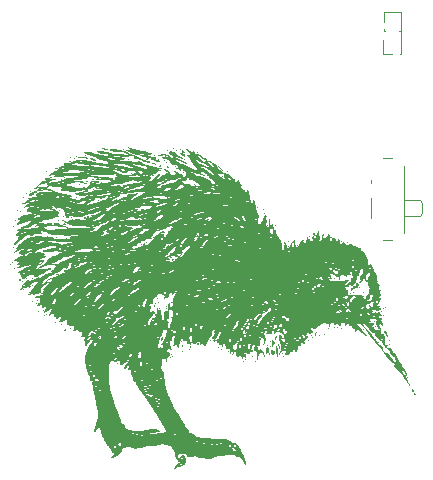
<source format=gbr>
%TF.GenerationSoftware,KiCad,Pcbnew,8.0.0*%
%TF.CreationDate,2024-03-11T23:33:39-04:00*%
%TF.ProjectId,Kiwi MKIII Left,4b697769-204d-44b4-9949-49204c656674,rev?*%
%TF.SameCoordinates,Original*%
%TF.FileFunction,Legend,Top*%
%TF.FilePolarity,Positive*%
%FSLAX46Y46*%
G04 Gerber Fmt 4.6, Leading zero omitted, Abs format (unit mm)*
G04 Created by KiCad (PCBNEW 8.0.0) date 2024-03-11 23:33:39*
%MOMM*%
%LPD*%
G01*
G04 APERTURE LIST*
%ADD10C,0.120000*%
%ADD11C,0.000000*%
G04 APERTURE END LIST*
D10*
%TO.C,SW215*%
X357984307Y-139580200D02*
X357984307Y-139380200D01*
X357984307Y-142580200D02*
X357984307Y-140880200D01*
X359034307Y-144430200D02*
X359824307Y-144430200D01*
X359824307Y-137530200D02*
X359034307Y-137530200D01*
X360834307Y-142380200D02*
X362124307Y-142380200D01*
X360834307Y-143830200D02*
X360834307Y-138130200D01*
X362124307Y-141080200D02*
X360834307Y-141080200D01*
X362124307Y-141080200D02*
X362334307Y-141280200D01*
X362124307Y-142380200D02*
X362334307Y-142180200D01*
X362334307Y-142180200D02*
X362334307Y-141280200D01*
%TO.C,BT201*%
X359019300Y-128672700D02*
X359019300Y-127542700D01*
X359084300Y-125142700D02*
X360474300Y-125142700D01*
X359084300Y-125965170D02*
X359084300Y-125142700D01*
X359084300Y-126782700D02*
X359084300Y-126580230D01*
X359215829Y-126782700D02*
X359084300Y-126782700D01*
X359779300Y-128672700D02*
X359019300Y-128672700D01*
X360485829Y-126782700D02*
X360342771Y-126782700D01*
X360539300Y-126979229D02*
X360539300Y-126836171D01*
X360539300Y-128672700D02*
X360474300Y-128672700D01*
X360539300Y-128672700D02*
X360539300Y-125142700D01*
X360539300Y-128672700D02*
X360539300Y-128106171D01*
D11*
%TO.C,G\u002A\u002A\u002A*%
G36*
X359118212Y-152234783D02*
G01*
X359118210Y-152234790D01*
X359118209Y-152234781D01*
X359118212Y-152234783D01*
G37*
G36*
X327554300Y-146474569D02*
G01*
X327511967Y-146516903D01*
X327469634Y-146474569D01*
X327511967Y-146432236D01*
X327554300Y-146474569D01*
G37*
G36*
X327723634Y-146305236D02*
G01*
X327681300Y-146347569D01*
X327638967Y-146305236D01*
X327681300Y-146262903D01*
X327723634Y-146305236D01*
G37*
G36*
X327808300Y-143257236D02*
G01*
X327765967Y-143299569D01*
X327723634Y-143257236D01*
X327765967Y-143214903D01*
X327808300Y-143257236D01*
G37*
G36*
X327808300Y-145035236D02*
G01*
X327765967Y-145077569D01*
X327723634Y-145035236D01*
X327765967Y-144992903D01*
X327808300Y-145035236D01*
G37*
G36*
X327892967Y-146813236D02*
G01*
X327850634Y-146855569D01*
X327808300Y-146813236D01*
X327850634Y-146770903D01*
X327892967Y-146813236D01*
G37*
G36*
X327977634Y-142749236D02*
G01*
X327935300Y-142791569D01*
X327892967Y-142749236D01*
X327935300Y-142706903D01*
X327977634Y-142749236D01*
G37*
G36*
X328146967Y-141902569D02*
G01*
X328104634Y-141944903D01*
X328062300Y-141902569D01*
X328104634Y-141860236D01*
X328146967Y-141902569D01*
G37*
G36*
X328400967Y-141987236D02*
G01*
X328358634Y-142029569D01*
X328316300Y-141987236D01*
X328358634Y-141944903D01*
X328400967Y-141987236D01*
G37*
G36*
X328570300Y-147913903D02*
G01*
X328527967Y-147956236D01*
X328485634Y-147913903D01*
X328527967Y-147871569D01*
X328570300Y-147913903D01*
G37*
G36*
X328654967Y-140801903D02*
G01*
X328612634Y-140844236D01*
X328570300Y-140801903D01*
X328612634Y-140759569D01*
X328654967Y-140801903D01*
G37*
G36*
X328654967Y-148591236D02*
G01*
X328612634Y-148633569D01*
X328570300Y-148591236D01*
X328612634Y-148548903D01*
X328654967Y-148591236D01*
G37*
G36*
X328908967Y-140463236D02*
G01*
X328866634Y-140505569D01*
X328824300Y-140463236D01*
X328866634Y-140420903D01*
X328908967Y-140463236D01*
G37*
G36*
X328908967Y-147659903D02*
G01*
X328866634Y-147702236D01*
X328824300Y-147659903D01*
X328866634Y-147617569D01*
X328908967Y-147659903D01*
G37*
G36*
X329247634Y-140293903D02*
G01*
X329205300Y-140336236D01*
X329162967Y-140293903D01*
X329205300Y-140251569D01*
X329247634Y-140293903D01*
G37*
G36*
X329416967Y-148252569D02*
G01*
X329374634Y-148294903D01*
X329332300Y-148252569D01*
X329374634Y-148210236D01*
X329416967Y-148252569D01*
G37*
G36*
X329416967Y-149607236D02*
G01*
X329374634Y-149649569D01*
X329332300Y-149607236D01*
X329374634Y-149564903D01*
X329416967Y-149607236D01*
G37*
G36*
X329755634Y-149776569D02*
G01*
X329713300Y-149818903D01*
X329670967Y-149776569D01*
X329713300Y-149734236D01*
X329755634Y-149776569D01*
G37*
G36*
X329840300Y-149522569D02*
G01*
X329797967Y-149564903D01*
X329755634Y-149522569D01*
X329797967Y-149480236D01*
X329840300Y-149522569D01*
G37*
G36*
X329924967Y-147575236D02*
G01*
X329882634Y-147617569D01*
X329840300Y-147575236D01*
X329882634Y-147532903D01*
X329924967Y-147575236D01*
G37*
G36*
X329924967Y-150453903D02*
G01*
X329882634Y-150496236D01*
X329840300Y-150453903D01*
X329882634Y-150411569D01*
X329924967Y-150453903D01*
G37*
G36*
X330348300Y-150115236D02*
G01*
X330305967Y-150157569D01*
X330263634Y-150115236D01*
X330305967Y-150072903D01*
X330348300Y-150115236D01*
G37*
G36*
X330348300Y-150369236D02*
G01*
X330305967Y-150411569D01*
X330263634Y-150369236D01*
X330305967Y-150326903D01*
X330348300Y-150369236D01*
G37*
G36*
X330432967Y-150792569D02*
G01*
X330390634Y-150834903D01*
X330348300Y-150792569D01*
X330390634Y-150750236D01*
X330432967Y-150792569D01*
G37*
G36*
X330602300Y-138600569D02*
G01*
X330559967Y-138642903D01*
X330517634Y-138600569D01*
X330559967Y-138558236D01*
X330602300Y-138600569D01*
G37*
G36*
X330602300Y-150707903D02*
G01*
X330559967Y-150750236D01*
X330517634Y-150707903D01*
X330559967Y-150665569D01*
X330602300Y-150707903D01*
G37*
G36*
X330686967Y-144103903D02*
G01*
X330644634Y-144146236D01*
X330602300Y-144103903D01*
X330644634Y-144061569D01*
X330686967Y-144103903D01*
G37*
G36*
X331364300Y-151385236D02*
G01*
X331321967Y-151427569D01*
X331279634Y-151385236D01*
X331321967Y-151342903D01*
X331364300Y-151385236D01*
G37*
G36*
X331618300Y-142749236D02*
G01*
X331575967Y-142791569D01*
X331533634Y-142749236D01*
X331575967Y-142706903D01*
X331618300Y-142749236D01*
G37*
G36*
X331872300Y-139277903D02*
G01*
X331829967Y-139320236D01*
X331787634Y-139277903D01*
X331829967Y-139235569D01*
X331872300Y-139277903D01*
G37*
G36*
X331872300Y-151554569D02*
G01*
X331829967Y-151596903D01*
X331787634Y-151554569D01*
X331829967Y-151512236D01*
X331872300Y-151554569D01*
G37*
G36*
X332634300Y-137415236D02*
G01*
X332591967Y-137457569D01*
X332549634Y-137415236D01*
X332591967Y-137372903D01*
X332634300Y-137415236D01*
G37*
G36*
X332634300Y-151893236D02*
G01*
X332591967Y-151935569D01*
X332549634Y-151893236D01*
X332591967Y-151850903D01*
X332634300Y-151893236D01*
G37*
G36*
X333904300Y-137245903D02*
G01*
X333861967Y-137288236D01*
X333819634Y-137245903D01*
X333861967Y-137203569D01*
X333904300Y-137245903D01*
G37*
G36*
X334750967Y-149353236D02*
G01*
X334708634Y-149395569D01*
X334666300Y-149353236D01*
X334708634Y-149310903D01*
X334750967Y-149353236D01*
G37*
G36*
X335089634Y-152655236D02*
G01*
X335047300Y-152697569D01*
X335004967Y-152655236D01*
X335047300Y-152612903D01*
X335089634Y-152655236D01*
G37*
G36*
X335258967Y-139531903D02*
G01*
X335216634Y-139574236D01*
X335174300Y-139531903D01*
X335216634Y-139489569D01*
X335258967Y-139531903D01*
G37*
G36*
X336528967Y-140971236D02*
G01*
X336486634Y-141013569D01*
X336444300Y-140971236D01*
X336486634Y-140928903D01*
X336528967Y-140971236D01*
G37*
G36*
X336613634Y-154856569D02*
G01*
X336571300Y-154898903D01*
X336528967Y-154856569D01*
X336571300Y-154814236D01*
X336613634Y-154856569D01*
G37*
G36*
X337121634Y-136737903D02*
G01*
X337079300Y-136780236D01*
X337036967Y-136737903D01*
X337079300Y-136695569D01*
X337121634Y-136737903D01*
G37*
G36*
X338391634Y-150030569D02*
G01*
X338349300Y-150072903D01*
X338306967Y-150030569D01*
X338349300Y-149988236D01*
X338391634Y-150030569D01*
G37*
G36*
X338391634Y-154094569D02*
G01*
X338349300Y-154136903D01*
X338306967Y-154094569D01*
X338349300Y-154052236D01*
X338391634Y-154094569D01*
G37*
G36*
X338476300Y-142664569D02*
G01*
X338433967Y-142706903D01*
X338391634Y-142664569D01*
X338433967Y-142622236D01*
X338476300Y-142664569D01*
G37*
G36*
X338645634Y-144781236D02*
G01*
X338603300Y-144823569D01*
X338560967Y-144781236D01*
X338603300Y-144738903D01*
X338645634Y-144781236D01*
G37*
G36*
X339068967Y-144611903D02*
G01*
X339026634Y-144654236D01*
X338984300Y-144611903D01*
X339026634Y-144569569D01*
X339068967Y-144611903D01*
G37*
G36*
X339746300Y-137245903D02*
G01*
X339703967Y-137288236D01*
X339661634Y-137245903D01*
X339703967Y-137203569D01*
X339746300Y-137245903D01*
G37*
G36*
X339830967Y-149776569D02*
G01*
X339788634Y-149818903D01*
X339746300Y-149776569D01*
X339788634Y-149734236D01*
X339830967Y-149776569D01*
G37*
G36*
X340084967Y-137584569D02*
G01*
X340042634Y-137626903D01*
X340000300Y-137584569D01*
X340042634Y-137542236D01*
X340084967Y-137584569D01*
G37*
G36*
X340084967Y-149691903D02*
G01*
X340042634Y-149734236D01*
X340000300Y-149691903D01*
X340042634Y-149649569D01*
X340084967Y-149691903D01*
G37*
G36*
X340169634Y-150199903D02*
G01*
X340127300Y-150242236D01*
X340084967Y-150199903D01*
X340127300Y-150157569D01*
X340169634Y-150199903D01*
G37*
G36*
X340592967Y-137669236D02*
G01*
X340550634Y-137711569D01*
X340508300Y-137669236D01*
X340550634Y-137626903D01*
X340592967Y-137669236D01*
G37*
G36*
X340592967Y-145035236D02*
G01*
X340550634Y-145077569D01*
X340508300Y-145035236D01*
X340550634Y-144992903D01*
X340592967Y-145035236D01*
G37*
G36*
X340762300Y-137838569D02*
G01*
X340719967Y-137880903D01*
X340677634Y-137838569D01*
X340719967Y-137796236D01*
X340762300Y-137838569D01*
G37*
G36*
X340762300Y-150030569D02*
G01*
X340719967Y-150072903D01*
X340677634Y-150030569D01*
X340719967Y-149988236D01*
X340762300Y-150030569D01*
G37*
G36*
X340762300Y-150199903D02*
G01*
X340719967Y-150242236D01*
X340677634Y-150199903D01*
X340719967Y-150157569D01*
X340762300Y-150199903D01*
G37*
G36*
X340931634Y-144865903D02*
G01*
X340889300Y-144908236D01*
X340846967Y-144865903D01*
X340889300Y-144823569D01*
X340931634Y-144865903D01*
G37*
G36*
X341100967Y-154348569D02*
G01*
X341058634Y-154390903D01*
X341016300Y-154348569D01*
X341058634Y-154306236D01*
X341100967Y-154348569D01*
G37*
G36*
X341185634Y-154094569D02*
G01*
X341143300Y-154136903D01*
X341100967Y-154094569D01*
X341143300Y-154052236D01*
X341185634Y-154094569D01*
G37*
G36*
X341270300Y-154263903D02*
G01*
X341227967Y-154306236D01*
X341185634Y-154263903D01*
X341227967Y-154221569D01*
X341270300Y-154263903D01*
G37*
G36*
X341354967Y-136653236D02*
G01*
X341312634Y-136695569D01*
X341270300Y-136653236D01*
X341312634Y-136610903D01*
X341354967Y-136653236D01*
G37*
G36*
X341608967Y-136822569D02*
G01*
X341566634Y-136864903D01*
X341524300Y-136822569D01*
X341566634Y-136780236D01*
X341608967Y-136822569D01*
G37*
G36*
X341947634Y-136737903D02*
G01*
X341905300Y-136780236D01*
X341862967Y-136737903D01*
X341905300Y-136695569D01*
X341947634Y-136737903D01*
G37*
G36*
X342032300Y-152993903D02*
G01*
X341989967Y-153036236D01*
X341947634Y-152993903D01*
X341989967Y-152951569D01*
X342032300Y-152993903D01*
G37*
G36*
X342116967Y-153840569D02*
G01*
X342074634Y-153882903D01*
X342032300Y-153840569D01*
X342074634Y-153798236D01*
X342116967Y-153840569D01*
G37*
G36*
X342201634Y-138685236D02*
G01*
X342159300Y-138727569D01*
X342116967Y-138685236D01*
X342159300Y-138642903D01*
X342201634Y-138685236D01*
G37*
G36*
X342709634Y-153671236D02*
G01*
X342667300Y-153713569D01*
X342624967Y-153671236D01*
X342667300Y-153628903D01*
X342709634Y-153671236D01*
G37*
G36*
X343132967Y-144357903D02*
G01*
X343090634Y-144400236D01*
X343048300Y-144357903D01*
X343090634Y-144315569D01*
X343132967Y-144357903D01*
G37*
G36*
X343386967Y-136991903D02*
G01*
X343344634Y-137034236D01*
X343302300Y-136991903D01*
X343344634Y-136949569D01*
X343386967Y-136991903D01*
G37*
G36*
X344487634Y-152909236D02*
G01*
X344445300Y-152951569D01*
X344402967Y-152909236D01*
X344445300Y-152866903D01*
X344487634Y-152909236D01*
G37*
G36*
X345164967Y-153501903D02*
G01*
X345122634Y-153544236D01*
X345080300Y-153501903D01*
X345122634Y-153459569D01*
X345164967Y-153501903D01*
G37*
G36*
X345418967Y-153671236D02*
G01*
X345376634Y-153713569D01*
X345334300Y-153671236D01*
X345376634Y-153628903D01*
X345418967Y-153671236D01*
G37*
G36*
X345926967Y-138600569D02*
G01*
X345884634Y-138642903D01*
X345842300Y-138600569D01*
X345884634Y-138558236D01*
X345926967Y-138600569D01*
G37*
G36*
X346011634Y-153840569D02*
G01*
X345969300Y-153882903D01*
X345926967Y-153840569D01*
X345969300Y-153798236D01*
X346011634Y-153840569D01*
G37*
G36*
X347281634Y-154687236D02*
G01*
X347239300Y-154729569D01*
X347196967Y-154687236D01*
X347239300Y-154644903D01*
X347281634Y-154687236D01*
G37*
G36*
X348043634Y-154263903D02*
G01*
X348001300Y-154306236D01*
X347958967Y-154263903D01*
X348001300Y-154221569D01*
X348043634Y-154263903D01*
G37*
G36*
X348297634Y-154687236D02*
G01*
X348255300Y-154729569D01*
X348212967Y-154687236D01*
X348255300Y-154644903D01*
X348297634Y-154687236D01*
G37*
G36*
X348466967Y-141648569D02*
G01*
X348424634Y-141690903D01*
X348382300Y-141648569D01*
X348424634Y-141606236D01*
X348466967Y-141648569D01*
G37*
G36*
X348974967Y-141817903D02*
G01*
X348932634Y-141860236D01*
X348890300Y-141817903D01*
X348932634Y-141775569D01*
X348974967Y-141817903D01*
G37*
G36*
X349059634Y-142156569D02*
G01*
X349017300Y-142198903D01*
X348974967Y-142156569D01*
X349017300Y-142114236D01*
X349059634Y-142156569D01*
G37*
G36*
X349313634Y-143172569D02*
G01*
X349271300Y-143214903D01*
X349228967Y-143172569D01*
X349271300Y-143130236D01*
X349313634Y-143172569D01*
G37*
G36*
X349313634Y-153332569D02*
G01*
X349271300Y-153374903D01*
X349228967Y-153332569D01*
X349271300Y-153290236D01*
X349313634Y-153332569D01*
G37*
G36*
X349567634Y-152993903D02*
G01*
X349525300Y-153036236D01*
X349482967Y-152993903D01*
X349525300Y-152951569D01*
X349567634Y-152993903D01*
G37*
G36*
X349567634Y-153417236D02*
G01*
X349525300Y-153459569D01*
X349482967Y-153417236D01*
X349525300Y-153374903D01*
X349567634Y-153417236D01*
G37*
G36*
X349990967Y-143172569D02*
G01*
X349948634Y-143214903D01*
X349906300Y-143172569D01*
X349948634Y-143130236D01*
X349990967Y-143172569D01*
G37*
G36*
X350583634Y-154009903D02*
G01*
X350541300Y-154052236D01*
X350498967Y-154009903D01*
X350541300Y-153967569D01*
X350583634Y-154009903D01*
G37*
G36*
X350668300Y-154263903D02*
G01*
X350625967Y-154306236D01*
X350583634Y-154263903D01*
X350625967Y-154221569D01*
X350668300Y-154263903D01*
G37*
G36*
X351091634Y-144950569D02*
G01*
X351049300Y-144992903D01*
X351006967Y-144950569D01*
X351049300Y-144908236D01*
X351091634Y-144950569D01*
G37*
G36*
X352361634Y-144442569D02*
G01*
X352319300Y-144484903D01*
X352276967Y-144442569D01*
X352319300Y-144400236D01*
X352361634Y-144442569D01*
G37*
G36*
X352784967Y-152909236D02*
G01*
X352742634Y-152951569D01*
X352700300Y-152909236D01*
X352742634Y-152866903D01*
X352784967Y-152909236D01*
G37*
G36*
X352869634Y-144103903D02*
G01*
X352827300Y-144146236D01*
X352784967Y-144103903D01*
X352827300Y-144061569D01*
X352869634Y-144103903D01*
G37*
G36*
X353038967Y-152485903D02*
G01*
X352996634Y-152528236D01*
X352954300Y-152485903D01*
X352996634Y-152443569D01*
X353038967Y-152485903D01*
G37*
G36*
X353123634Y-152655236D02*
G01*
X353081300Y-152697569D01*
X353038967Y-152655236D01*
X353081300Y-152612903D01*
X353123634Y-152655236D01*
G37*
G36*
X353716300Y-152485903D02*
G01*
X353673967Y-152528236D01*
X353631634Y-152485903D01*
X353673967Y-152443569D01*
X353716300Y-152485903D01*
G37*
G36*
X354139634Y-152401236D02*
G01*
X354097300Y-152443569D01*
X354054967Y-152401236D01*
X354097300Y-152358903D01*
X354139634Y-152401236D01*
G37*
G36*
X354986300Y-147659903D02*
G01*
X354943967Y-147702236D01*
X354901634Y-147659903D01*
X354943967Y-147617569D01*
X354986300Y-147659903D01*
G37*
G36*
X354986300Y-151808569D02*
G01*
X354943967Y-151850903D01*
X354901634Y-151808569D01*
X354943967Y-151766236D01*
X354986300Y-151808569D01*
G37*
G36*
X355240300Y-151808569D02*
G01*
X355197967Y-151850903D01*
X355155634Y-151808569D01*
X355197967Y-151766236D01*
X355240300Y-151808569D01*
G37*
G36*
X355409634Y-150453903D02*
G01*
X355367300Y-150496236D01*
X355324967Y-150453903D01*
X355367300Y-150411569D01*
X355409634Y-150453903D01*
G37*
G36*
X355578967Y-144527236D02*
G01*
X355536634Y-144569569D01*
X355494300Y-144527236D01*
X355536634Y-144484903D01*
X355578967Y-144527236D01*
G37*
G36*
X355578967Y-151893236D02*
G01*
X355536634Y-151935569D01*
X355494300Y-151893236D01*
X355536634Y-151850903D01*
X355578967Y-151893236D01*
G37*
G36*
X356086967Y-144611903D02*
G01*
X356044634Y-144654236D01*
X356002300Y-144611903D01*
X356044634Y-144569569D01*
X356086967Y-144611903D01*
G37*
G36*
X356086967Y-149691903D02*
G01*
X356044634Y-149734236D01*
X356002300Y-149691903D01*
X356044634Y-149649569D01*
X356086967Y-149691903D01*
G37*
G36*
X356340967Y-147321236D02*
G01*
X356298634Y-147363569D01*
X356256300Y-147321236D01*
X356298634Y-147278903D01*
X356340967Y-147321236D01*
G37*
G36*
X356594967Y-148845236D02*
G01*
X356552634Y-148887569D01*
X356510300Y-148845236D01*
X356552634Y-148802903D01*
X356594967Y-148845236D01*
G37*
G36*
X357102967Y-148421903D02*
G01*
X357060634Y-148464236D01*
X357018300Y-148421903D01*
X357060634Y-148379569D01*
X357102967Y-148421903D01*
G37*
G36*
X357441634Y-148845236D02*
G01*
X357399300Y-148887569D01*
X357356967Y-148845236D01*
X357399300Y-148802903D01*
X357441634Y-148845236D01*
G37*
G36*
X357441634Y-151977903D02*
G01*
X357399300Y-152020236D01*
X357356967Y-151977903D01*
X357399300Y-151935569D01*
X357441634Y-151977903D01*
G37*
G36*
X358626967Y-149437903D02*
G01*
X358584634Y-149480236D01*
X358542300Y-149437903D01*
X358584634Y-149395569D01*
X358626967Y-149437903D01*
G37*
G36*
X358711634Y-153078569D02*
G01*
X358669300Y-153120903D01*
X358626967Y-153078569D01*
X358669300Y-153036236D01*
X358711634Y-153078569D01*
G37*
G36*
X358796300Y-151554569D02*
G01*
X358753967Y-151596903D01*
X358711634Y-151554569D01*
X358753967Y-151512236D01*
X358796300Y-151554569D01*
G37*
G36*
X358965634Y-150453903D02*
G01*
X358923300Y-150496236D01*
X358880967Y-150453903D01*
X358923300Y-150411569D01*
X358965634Y-150453903D01*
G37*
G36*
X359134967Y-150199903D02*
G01*
X359092634Y-150242236D01*
X359050300Y-150199903D01*
X359092634Y-150157569D01*
X359134967Y-150199903D01*
G37*
G36*
X359134967Y-150792569D02*
G01*
X359092634Y-150834903D01*
X359050300Y-150792569D01*
X359092634Y-150750236D01*
X359134967Y-150792569D01*
G37*
G36*
X359304300Y-150115236D02*
G01*
X359261967Y-150157569D01*
X359219634Y-150115236D01*
X359261967Y-150072903D01*
X359304300Y-150115236D01*
G37*
G36*
X359642967Y-152909236D02*
G01*
X359600634Y-152951569D01*
X359558300Y-152909236D01*
X359600634Y-152866903D01*
X359642967Y-152909236D01*
G37*
G36*
X359642967Y-153247903D02*
G01*
X359600634Y-153290236D01*
X359558300Y-153247903D01*
X359600634Y-153205569D01*
X359642967Y-153247903D01*
G37*
G36*
X361166967Y-156041903D02*
G01*
X361124634Y-156084236D01*
X361082300Y-156041903D01*
X361124634Y-155999569D01*
X361166967Y-156041903D01*
G37*
G36*
X359322092Y-152346904D02*
G01*
X359466884Y-152655236D01*
X359292546Y-152445008D01*
X359118212Y-152234783D01*
X359177300Y-152038571D01*
X359322092Y-152346904D01*
G37*
G36*
X329134745Y-148831125D02*
G01*
X329147991Y-148856591D01*
X329078300Y-148887569D01*
X329033478Y-148881459D01*
X329021856Y-148831125D01*
X329034265Y-148820992D01*
X329134745Y-148831125D01*
G37*
G36*
X330002950Y-150192847D02*
G01*
X329996963Y-150278721D01*
X329958481Y-150303972D01*
X329941703Y-150274018D01*
X329951797Y-150141694D01*
X329982272Y-150102505D01*
X330002950Y-150192847D01*
G37*
G36*
X330263634Y-144061569D02*
G01*
X330257524Y-144106391D01*
X330207189Y-144118014D01*
X330197056Y-144105604D01*
X330207189Y-144005125D01*
X330232656Y-143991879D01*
X330263634Y-144061569D01*
G37*
G36*
X330680283Y-145705514D02*
G01*
X330674296Y-145791388D01*
X330635814Y-145816639D01*
X330619037Y-145786685D01*
X330629130Y-145654361D01*
X330659606Y-145615171D01*
X330680283Y-145705514D01*
G37*
G36*
X330956842Y-139093066D02*
G01*
X330996032Y-139123541D01*
X330905689Y-139144218D01*
X330819815Y-139138232D01*
X330794564Y-139099750D01*
X330824518Y-139082972D01*
X330956842Y-139093066D01*
G37*
G36*
X331018950Y-138424180D02*
G01*
X331012963Y-138510054D01*
X330974481Y-138535305D01*
X330957703Y-138505351D01*
X330967797Y-138373028D01*
X330998272Y-138333838D01*
X331018950Y-138424180D01*
G37*
G36*
X331420745Y-144174458D02*
G01*
X331433991Y-144199924D01*
X331364300Y-144230903D01*
X331319478Y-144224792D01*
X331307856Y-144174458D01*
X331320265Y-144164325D01*
X331420745Y-144174458D01*
G37*
G36*
X331872300Y-142198903D02*
G01*
X331866190Y-142243725D01*
X331815856Y-142255347D01*
X331805723Y-142242938D01*
X331815856Y-142142458D01*
X331841322Y-142129212D01*
X331872300Y-142198903D01*
G37*
G36*
X332013412Y-142396458D02*
G01*
X332026657Y-142421924D01*
X331956967Y-142452903D01*
X331912145Y-142446792D01*
X331900523Y-142396458D01*
X331912932Y-142386325D01*
X332013412Y-142396458D01*
G37*
G36*
X332098078Y-139094458D02*
G01*
X332111324Y-139119924D01*
X332041634Y-139150903D01*
X331996812Y-139144792D01*
X331985189Y-139094458D01*
X331997599Y-139084325D01*
X332098078Y-139094458D01*
G37*
G36*
X332267412Y-144259125D02*
G01*
X332280657Y-144284591D01*
X332210967Y-144315569D01*
X332166145Y-144309459D01*
X332154523Y-144259125D01*
X332166932Y-144248992D01*
X332267412Y-144259125D01*
G37*
G36*
X332565509Y-137738399D02*
G01*
X332604698Y-137768874D01*
X332514356Y-137789552D01*
X332428482Y-137783565D01*
X332403231Y-137745083D01*
X332433185Y-137728305D01*
X332565509Y-137738399D01*
G37*
G36*
X332690745Y-142481125D02*
G01*
X332703991Y-142506591D01*
X332634300Y-142537569D01*
X332589478Y-142531459D01*
X332577856Y-142481125D01*
X332590265Y-142470992D01*
X332690745Y-142481125D01*
G37*
G36*
X332775412Y-142650458D02*
G01*
X332788657Y-142675924D01*
X332718967Y-142706903D01*
X332674145Y-142700792D01*
X332662523Y-142650458D01*
X332674932Y-142640325D01*
X332775412Y-142650458D01*
G37*
G36*
X332944745Y-137485791D02*
G01*
X332957991Y-137511258D01*
X332888300Y-137542236D01*
X332843478Y-137536126D01*
X332831856Y-137485791D01*
X332844265Y-137475658D01*
X332944745Y-137485791D01*
G37*
G36*
X333114078Y-137316458D02*
G01*
X333127324Y-137341924D01*
X333057634Y-137372903D01*
X333012812Y-137366792D01*
X333001189Y-137316458D01*
X333013599Y-137306325D01*
X333114078Y-137316458D01*
G37*
G36*
X333114078Y-140787791D02*
G01*
X333127324Y-140813258D01*
X333057634Y-140844236D01*
X333012812Y-140838126D01*
X333001189Y-140787791D01*
X333013599Y-140777658D01*
X333114078Y-140787791D01*
G37*
G36*
X333368078Y-139687125D02*
G01*
X333381324Y-139712591D01*
X333311634Y-139743569D01*
X333266812Y-139737459D01*
X333255189Y-139687125D01*
X333267599Y-139676992D01*
X333368078Y-139687125D01*
G37*
G36*
X333750842Y-139939732D02*
G01*
X333790032Y-139970208D01*
X333699689Y-139990885D01*
X333613815Y-139984898D01*
X333588564Y-139946416D01*
X333618518Y-139929639D01*
X333750842Y-139939732D01*
G37*
G36*
X334004842Y-139431732D02*
G01*
X334044032Y-139462208D01*
X333953689Y-139482885D01*
X333867815Y-139476898D01*
X333842564Y-139438416D01*
X333872518Y-139421639D01*
X334004842Y-139431732D01*
G37*
G36*
X334512842Y-139262399D02*
G01*
X334552032Y-139292874D01*
X334461689Y-139313552D01*
X334375815Y-139307565D01*
X334350564Y-139269083D01*
X334380518Y-139252305D01*
X334512842Y-139262399D01*
G37*
G36*
X334553412Y-140110458D02*
G01*
X334566657Y-140135924D01*
X334496967Y-140166903D01*
X334452145Y-140160792D01*
X334440523Y-140110458D01*
X334452932Y-140100325D01*
X334553412Y-140110458D01*
G37*
G36*
X334976745Y-141041791D02*
G01*
X334989991Y-141067258D01*
X334920300Y-141098236D01*
X334875478Y-141092126D01*
X334863856Y-141041791D01*
X334876265Y-141031658D01*
X334976745Y-141041791D01*
G37*
G36*
X337516745Y-137570458D02*
G01*
X337529991Y-137595924D01*
X337460300Y-137626903D01*
X337415478Y-137620792D01*
X337403856Y-137570458D01*
X337416265Y-137560325D01*
X337516745Y-137570458D01*
G37*
G36*
X337770745Y-138755791D02*
G01*
X337783991Y-138781258D01*
X337714300Y-138812236D01*
X337669478Y-138806126D01*
X337657856Y-138755791D01*
X337670265Y-138745658D01*
X337770745Y-138755791D01*
G37*
G36*
X338984300Y-149480236D02*
G01*
X338978190Y-149525058D01*
X338927856Y-149536680D01*
X338917723Y-149524271D01*
X338927856Y-149423791D01*
X338953322Y-149410546D01*
X338984300Y-149480236D01*
G37*
G36*
X339576967Y-150157569D02*
G01*
X339570857Y-150202391D01*
X339520523Y-150214014D01*
X339510390Y-150201604D01*
X339520523Y-150101125D01*
X339545989Y-150087879D01*
X339576967Y-150157569D01*
G37*
G36*
X339972078Y-149339125D02*
G01*
X339985324Y-149364591D01*
X339915634Y-149395569D01*
X339870812Y-149389459D01*
X339859189Y-149339125D01*
X339871599Y-149328992D01*
X339972078Y-149339125D01*
G37*
G36*
X340508300Y-154898903D02*
G01*
X340502190Y-154943725D01*
X340451856Y-154955347D01*
X340441723Y-154942938D01*
X340451856Y-154842458D01*
X340477322Y-154829212D01*
X340508300Y-154898903D01*
G37*
G36*
X340579599Y-152358903D02*
G01*
X340567797Y-152475372D01*
X340536894Y-152464736D01*
X340525711Y-152426411D01*
X340536894Y-152253069D01*
X340566293Y-152238707D01*
X340579599Y-152358903D01*
G37*
G36*
X340818745Y-136808458D02*
G01*
X340831991Y-136833924D01*
X340762300Y-136864903D01*
X340717478Y-136858792D01*
X340705856Y-136808458D01*
X340718265Y-136798325D01*
X340818745Y-136808458D01*
G37*
G36*
X341919412Y-145698458D02*
G01*
X341932657Y-145723924D01*
X341862967Y-145754903D01*
X341818145Y-145748792D01*
X341806523Y-145698458D01*
X341818932Y-145688325D01*
X341919412Y-145698458D01*
G37*
G36*
X341947634Y-144908236D02*
G01*
X341941524Y-144953058D01*
X341891189Y-144964680D01*
X341881056Y-144952271D01*
X341891189Y-144851791D01*
X341916656Y-144838546D01*
X341947634Y-144908236D01*
G37*
G36*
X343104745Y-139687125D02*
G01*
X343117991Y-139712591D01*
X343048300Y-139743569D01*
X343003478Y-139737459D01*
X342991856Y-139687125D01*
X343004265Y-139676992D01*
X343104745Y-139687125D01*
G37*
G36*
X343386967Y-153459569D02*
G01*
X343380857Y-153504391D01*
X343330523Y-153516014D01*
X343320390Y-153503604D01*
X343330523Y-153403125D01*
X343355989Y-153389879D01*
X343386967Y-153459569D01*
G37*
G36*
X344910967Y-153628903D02*
G01*
X344904857Y-153673725D01*
X344854523Y-153685347D01*
X344844390Y-153672938D01*
X344854523Y-153572458D01*
X344879989Y-153559212D01*
X344910967Y-153628903D01*
G37*
G36*
X347422745Y-154503791D02*
G01*
X347435991Y-154529258D01*
X347366300Y-154560236D01*
X347321478Y-154554126D01*
X347309856Y-154503791D01*
X347322265Y-154493658D01*
X347422745Y-154503791D01*
G37*
G36*
X349313634Y-152951569D02*
G01*
X349307524Y-152996391D01*
X349257189Y-153008014D01*
X349247056Y-152995604D01*
X349257189Y-152895125D01*
X349282656Y-152881879D01*
X349313634Y-152951569D01*
G37*
G36*
X349567634Y-152612903D02*
G01*
X349561524Y-152657725D01*
X349511189Y-152669347D01*
X349501056Y-152656938D01*
X349511189Y-152556458D01*
X349536656Y-152543212D01*
X349567634Y-152612903D01*
G37*
G36*
X349567634Y-154475569D02*
G01*
X349561524Y-154520391D01*
X349511189Y-154532014D01*
X349501056Y-154519604D01*
X349511189Y-154419125D01*
X349536656Y-154405879D01*
X349567634Y-154475569D01*
G37*
G36*
X351825412Y-144851791D02*
G01*
X351838657Y-144877258D01*
X351768967Y-144908236D01*
X351724145Y-144902126D01*
X351712523Y-144851791D01*
X351724932Y-144841658D01*
X351825412Y-144851791D01*
G37*
G36*
X352530967Y-144061569D02*
G01*
X352524857Y-144106391D01*
X352474523Y-144118014D01*
X352464390Y-144105604D01*
X352474523Y-144005125D01*
X352499989Y-143991879D01*
X352530967Y-144061569D01*
G37*
G36*
X353885634Y-151935569D02*
G01*
X353879524Y-151980391D01*
X353829189Y-151992014D01*
X353819056Y-151979604D01*
X353829189Y-151879125D01*
X353854656Y-151865879D01*
X353885634Y-151935569D01*
G37*
G36*
X354048283Y-151716847D02*
G01*
X354042296Y-151802721D01*
X354003814Y-151827972D01*
X353987037Y-151798018D01*
X353997130Y-151665694D01*
X354027606Y-151626505D01*
X354048283Y-151716847D01*
G37*
G36*
X355748300Y-147786903D02*
G01*
X355742190Y-147831725D01*
X355691856Y-147843347D01*
X355681723Y-147830938D01*
X355691856Y-147730458D01*
X355717322Y-147717212D01*
X355748300Y-147786903D01*
G37*
G36*
X355917634Y-144484903D02*
G01*
X355911524Y-144529725D01*
X355861189Y-144541347D01*
X355851056Y-144528938D01*
X355861189Y-144428458D01*
X355886656Y-144415212D01*
X355917634Y-144484903D01*
G37*
G36*
X356171634Y-147617569D02*
G01*
X356165524Y-147662391D01*
X356115189Y-147674014D01*
X356105056Y-147661604D01*
X356115189Y-147561125D01*
X356140656Y-147547879D01*
X356171634Y-147617569D01*
G37*
G36*
X356764300Y-148887569D02*
G01*
X356758190Y-148932391D01*
X356707856Y-148944014D01*
X356697723Y-148931604D01*
X356707856Y-148831125D01*
X356733322Y-148817879D01*
X356764300Y-148887569D01*
G37*
G36*
X357018300Y-144992903D02*
G01*
X357012190Y-145037725D01*
X356961856Y-145049347D01*
X356951723Y-145036938D01*
X356961856Y-144936458D01*
X356987322Y-144923212D01*
X357018300Y-144992903D01*
G37*
G36*
X357356967Y-148210236D02*
G01*
X357350857Y-148255058D01*
X357300523Y-148266680D01*
X357290390Y-148254271D01*
X357300523Y-148153791D01*
X357325989Y-148140546D01*
X357356967Y-148210236D01*
G37*
G36*
X358429412Y-150524458D02*
G01*
X358442657Y-150549924D01*
X358372967Y-150580903D01*
X358328145Y-150574792D01*
X358316523Y-150524458D01*
X358328932Y-150514325D01*
X358429412Y-150524458D01*
G37*
G36*
X361928967Y-157692903D02*
G01*
X361922857Y-157737725D01*
X361872523Y-157749347D01*
X361862390Y-157736938D01*
X361872523Y-157636458D01*
X361897989Y-157623212D01*
X361928967Y-157692903D01*
G37*
G36*
X332176719Y-152007154D02*
G01*
X332165470Y-152024389D01*
X332081815Y-152102365D01*
X332041634Y-152067566D01*
X332049202Y-152048522D01*
X332139382Y-151969818D01*
X332186698Y-151949217D01*
X332176719Y-152007154D01*
G37*
G36*
X339642057Y-138913601D02*
G01*
X339576967Y-138981569D01*
X339500270Y-139029039D01*
X339420167Y-139057719D01*
X339449967Y-138981569D01*
X339468090Y-138958510D01*
X339603131Y-138898199D01*
X339642057Y-138913601D01*
G37*
G36*
X340417395Y-152673935D02*
G01*
X340394417Y-152820918D01*
X340359150Y-152883690D01*
X340253979Y-152951569D01*
X340208279Y-152917174D01*
X340258181Y-152774984D01*
X340357287Y-152654241D01*
X340417395Y-152673935D01*
G37*
G36*
X342055058Y-153368116D02*
G01*
X342057372Y-153377071D01*
X342073514Y-153501146D01*
X342018038Y-153479174D01*
X341984300Y-153432027D01*
X341965603Y-153278661D01*
X342004847Y-153254626D01*
X342055058Y-153368116D01*
G37*
G36*
X343339190Y-144086387D02*
G01*
X343296967Y-144165401D01*
X343233985Y-144190810D01*
X343224918Y-144149999D01*
X343291794Y-144038991D01*
X343302945Y-144028052D01*
X343364968Y-143987473D01*
X343339190Y-144086387D01*
G37*
G36*
X347987067Y-153780013D02*
G01*
X347997685Y-153888753D01*
X347975515Y-153921231D01*
X347902203Y-153957901D01*
X347874300Y-153835572D01*
X347886718Y-153775151D01*
X347960348Y-153756756D01*
X347987067Y-153780013D01*
G37*
G36*
X328336538Y-147704696D02*
G01*
X328400967Y-147786903D01*
X328398507Y-147807140D01*
X328316300Y-147871569D01*
X328296063Y-147869109D01*
X328231634Y-147786903D01*
X328234094Y-147766665D01*
X328316300Y-147702236D01*
X328336538Y-147704696D01*
G37*
G36*
X329294860Y-147536712D02*
G01*
X329374634Y-147617569D01*
X329390404Y-147647546D01*
X329384627Y-147702236D01*
X329369741Y-147698426D01*
X329289967Y-147617569D01*
X329274197Y-147587593D01*
X329279974Y-147532903D01*
X329294860Y-147536712D01*
G37*
G36*
X331464856Y-138312138D02*
G01*
X331533634Y-138374791D01*
X331519410Y-138407137D01*
X331406634Y-138445347D01*
X331348411Y-138437445D01*
X331279634Y-138374791D01*
X331293857Y-138342446D01*
X331406634Y-138304236D01*
X331464856Y-138312138D01*
G37*
G36*
X331549845Y-147286715D02*
G01*
X331597680Y-147307638D01*
X331491300Y-147363569D01*
X331337341Y-147427088D01*
X331288791Y-147429125D01*
X331321967Y-147363569D01*
X331364734Y-147323687D01*
X331517464Y-147284853D01*
X331549845Y-147286715D01*
G37*
G36*
X331580860Y-141779379D02*
G01*
X331660634Y-141860236D01*
X331676404Y-141890212D01*
X331670627Y-141944903D01*
X331655741Y-141941093D01*
X331575967Y-141860236D01*
X331560197Y-141830259D01*
X331565974Y-141775569D01*
X331580860Y-141779379D01*
G37*
G36*
X332083967Y-143014951D02*
G01*
X332143655Y-143046471D01*
X332210967Y-143136637D01*
X332193205Y-143166915D01*
X332083967Y-143160854D01*
X332024279Y-143129334D01*
X331956967Y-143039168D01*
X331974730Y-143008890D01*
X332083967Y-143014951D01*
G37*
G36*
X334109254Y-142374884D02*
G01*
X334115967Y-142452903D01*
X334098590Y-142478240D01*
X334026304Y-142537569D01*
X334017854Y-142535368D01*
X333988967Y-142452903D01*
X333992413Y-142429696D01*
X334078631Y-142368236D01*
X334109254Y-142374884D01*
G37*
G36*
X339681213Y-149906823D02*
G01*
X339746300Y-149988236D01*
X339745330Y-150007397D01*
X339708964Y-150072903D01*
X339695383Y-150069006D01*
X339619300Y-149988236D01*
X339606071Y-149955439D01*
X339656637Y-149903569D01*
X339681213Y-149906823D01*
G37*
G36*
X340254300Y-138129906D02*
G01*
X340251047Y-138154481D01*
X340169634Y-138219569D01*
X340150473Y-138218598D01*
X340084967Y-138182233D01*
X340088863Y-138168651D01*
X340169634Y-138092569D01*
X340202431Y-138079340D01*
X340254300Y-138129906D01*
G37*
G36*
X340777141Y-138138063D02*
G01*
X340889300Y-138219569D01*
X340902864Y-138252070D01*
X340856961Y-138304236D01*
X340832126Y-138301075D01*
X340719967Y-138219569D01*
X340706404Y-138187068D01*
X340752307Y-138134903D01*
X340777141Y-138138063D01*
G37*
G36*
X341308764Y-146015426D02*
G01*
X341312634Y-146093569D01*
X341295332Y-146116450D01*
X341175640Y-146178236D01*
X341147171Y-146171713D01*
X341143300Y-146093569D01*
X341160603Y-146070688D01*
X341280294Y-146008903D01*
X341308764Y-146015426D01*
G37*
G36*
X342729213Y-153378156D02*
G01*
X342794300Y-153459569D01*
X342793330Y-153478730D01*
X342756964Y-153544236D01*
X342743383Y-153540340D01*
X342667300Y-153459569D01*
X342654071Y-153426772D01*
X342704637Y-153374903D01*
X342729213Y-153378156D01*
G37*
G36*
X343422588Y-153127550D02*
G01*
X343429300Y-153205569D01*
X343411923Y-153230907D01*
X343339637Y-153290236D01*
X343331187Y-153288035D01*
X343302300Y-153205569D01*
X343305746Y-153182363D01*
X343391964Y-153120903D01*
X343422588Y-153127550D01*
G37*
G36*
X345381526Y-138900712D02*
G01*
X345461300Y-138981569D01*
X345477071Y-139011546D01*
X345471294Y-139066236D01*
X345456408Y-139062426D01*
X345376634Y-138981569D01*
X345360864Y-138951593D01*
X345366640Y-138896903D01*
X345381526Y-138900712D01*
G37*
G36*
X350969526Y-144404046D02*
G01*
X351049300Y-144484903D01*
X351065071Y-144514879D01*
X351059294Y-144569569D01*
X351044408Y-144565759D01*
X350964634Y-144484903D01*
X350948864Y-144454926D01*
X350954640Y-144400236D01*
X350969526Y-144404046D01*
G37*
G36*
X356218860Y-148806712D02*
G01*
X356298634Y-148887569D01*
X356314404Y-148917546D01*
X356308627Y-148972236D01*
X356293741Y-148968426D01*
X356213967Y-148887569D01*
X356198197Y-148857593D01*
X356203974Y-148802903D01*
X356218860Y-148806712D01*
G37*
G36*
X358250860Y-151177379D02*
G01*
X358330634Y-151258236D01*
X358346404Y-151288212D01*
X358340627Y-151342903D01*
X358325741Y-151339093D01*
X358245967Y-151258236D01*
X358230197Y-151228259D01*
X358235974Y-151173569D01*
X358250860Y-151177379D01*
G37*
G36*
X358335526Y-151600712D02*
G01*
X358415300Y-151681569D01*
X358431071Y-151711546D01*
X358425294Y-151766236D01*
X358410408Y-151762426D01*
X358330634Y-151681569D01*
X358314864Y-151651593D01*
X358320640Y-151596903D01*
X358335526Y-151600712D01*
G37*
G36*
X361501001Y-156971570D02*
G01*
X361586420Y-157092984D01*
X361628949Y-157208219D01*
X361602338Y-157269569D01*
X361596052Y-157269137D01*
X361508101Y-157195054D01*
X361446260Y-157058711D01*
X361454448Y-156953866D01*
X361501001Y-156971570D01*
G37*
G36*
X361725885Y-157358132D02*
G01*
X361801967Y-157438903D01*
X361815197Y-157471699D01*
X361764631Y-157523569D01*
X361740055Y-157520316D01*
X361674967Y-157438903D01*
X361675938Y-157419742D01*
X361712304Y-157354236D01*
X361725885Y-157358132D01*
G37*
G36*
X339675744Y-137901157D02*
G01*
X339830967Y-138007903D01*
X339864657Y-138053742D01*
X339874177Y-138126079D01*
X339780268Y-138111827D01*
X339614316Y-138010595D01*
X339559732Y-137967872D01*
X339506342Y-137901113D01*
X339587767Y-137883595D01*
X339675744Y-137901157D01*
G37*
G36*
X347535419Y-151938443D02*
G01*
X347574208Y-151993180D01*
X347519182Y-152149532D01*
X347430638Y-152278637D01*
X347348888Y-152290690D01*
X347345337Y-152286978D01*
X347312618Y-152150369D01*
X347376870Y-152003924D01*
X347500544Y-151935569D01*
X347535419Y-151938443D01*
G37*
G36*
X350147712Y-153120903D02*
G01*
X350213107Y-153275611D01*
X350277038Y-153501903D01*
X350284651Y-153538597D01*
X350297340Y-153661418D01*
X350257556Y-153628903D01*
X350192160Y-153474194D01*
X350128229Y-153247903D01*
X350120616Y-153211208D01*
X350107928Y-153088387D01*
X350147712Y-153120903D01*
G37*
G36*
X353416994Y-152206776D02*
G01*
X353380842Y-152352909D01*
X353344797Y-152453312D01*
X353359446Y-152573011D01*
X353376611Y-152597713D01*
X353325488Y-152586164D01*
X353273668Y-152498817D01*
X353271670Y-152319577D01*
X353318880Y-152188387D01*
X353387544Y-152153361D01*
X353416994Y-152206776D01*
G37*
G36*
X334365348Y-137530997D02*
G01*
X334590459Y-137619152D01*
X334719377Y-137680144D01*
X334849493Y-137757491D01*
X334854081Y-137790255D01*
X334742045Y-137773830D01*
X334553794Y-137713184D01*
X334359291Y-137630723D01*
X334214477Y-137550613D01*
X334175293Y-137497021D01*
X334210568Y-137492140D01*
X334365348Y-137530997D01*
G37*
G36*
X345196729Y-138250339D02*
G01*
X345345716Y-138397613D01*
X345394804Y-138453320D01*
X345496971Y-138588726D01*
X345508641Y-138642903D01*
X345472507Y-138629563D01*
X345354434Y-138535491D01*
X345218511Y-138395252D01*
X345113214Y-138261347D01*
X345087022Y-138186280D01*
X345099467Y-138184624D01*
X345196729Y-138250339D01*
G37*
G36*
X350066532Y-152580114D02*
G01*
X350078650Y-152605881D01*
X350016890Y-152672297D01*
X349970106Y-152713653D01*
X349961377Y-152851206D01*
X349966911Y-152868749D01*
X349980907Y-152944145D01*
X349919130Y-152869742D01*
X349889852Y-152786039D01*
X349911391Y-152653079D01*
X349980900Y-152563581D01*
X350066532Y-152580114D01*
G37*
G36*
X335396403Y-136669569D02*
G01*
X335609555Y-136695569D01*
X335699945Y-136712002D01*
X335726633Y-136777001D01*
X335658328Y-136814365D01*
X335476342Y-136782406D01*
X335333863Y-136745298D01*
X335225339Y-136757419D01*
X335203623Y-136768824D01*
X335174300Y-136700622D01*
X335193899Y-136648608D01*
X335308225Y-136644177D01*
X335396403Y-136669569D01*
G37*
G36*
X350063290Y-153453234D02*
G01*
X350105937Y-153662055D01*
X350132078Y-153939347D01*
X350135689Y-154142751D01*
X350118823Y-154312111D01*
X350080726Y-154341979D01*
X350072324Y-154331209D01*
X350028127Y-154201881D01*
X349995166Y-153995547D01*
X349976087Y-153761122D01*
X349973536Y-153547516D01*
X349990159Y-153403642D01*
X350028602Y-153378413D01*
X350063290Y-153453234D01*
G37*
G36*
X333788645Y-137406350D02*
G01*
X333970806Y-137447510D01*
X334045116Y-137510348D01*
X334043710Y-137524498D01*
X333967374Y-137564893D01*
X333760282Y-137526732D01*
X333749955Y-137523948D01*
X333501439Y-137487381D01*
X333298123Y-137504191D01*
X333183467Y-137524485D01*
X333180406Y-137464409D01*
X333199767Y-137445072D01*
X333342654Y-137401919D01*
X333559104Y-137390082D01*
X333788645Y-137406350D01*
G37*
G36*
X349679764Y-153747682D02*
G01*
X349727572Y-153820611D01*
X349835424Y-153832046D01*
X349894036Y-153817193D01*
X349878355Y-153918271D01*
X349849569Y-154004116D01*
X349821634Y-154143827D01*
X349817673Y-154180958D01*
X349749686Y-154211833D01*
X349604278Y-154100975D01*
X349540047Y-154002435D01*
X349553720Y-153791056D01*
X349582288Y-153718329D01*
X349630628Y-153659629D01*
X349679764Y-153747682D01*
G37*
G36*
X349800467Y-152985911D02*
G01*
X349803605Y-152989211D01*
X349891586Y-153115949D01*
X349842800Y-153180443D01*
X349785146Y-153228190D01*
X349736967Y-153381958D01*
X349729570Y-153473323D01*
X349694634Y-153544236D01*
X349683737Y-153532176D01*
X349661251Y-153406204D01*
X349652300Y-153187426D01*
X349652872Y-153071472D01*
X349665021Y-152919953D01*
X349707829Y-152900124D01*
X349800467Y-152985911D01*
G37*
G36*
X349324307Y-153522349D02*
G01*
X349370721Y-153664180D01*
X349380521Y-153849192D01*
X349420639Y-154094569D01*
X349432137Y-154146020D01*
X349448907Y-154242054D01*
X349429243Y-154226133D01*
X349364221Y-154083209D01*
X349244919Y-153798236D01*
X349240551Y-153787695D01*
X349186111Y-153667935D01*
X349171854Y-153691534D01*
X349188127Y-153870833D01*
X349191842Y-153909290D01*
X349192876Y-154065848D01*
X349165058Y-154101216D01*
X349125418Y-154038310D01*
X349084037Y-153837346D01*
X349105956Y-153621847D01*
X349116030Y-153594067D01*
X349215456Y-153495148D01*
X349324307Y-153522349D01*
G37*
G36*
X342205833Y-136957415D02*
G01*
X342232834Y-137009489D01*
X342259608Y-137096569D01*
X342188914Y-137074366D01*
X342181086Y-137069942D01*
X342118108Y-137045477D01*
X342180467Y-137123415D01*
X342235008Y-137191928D01*
X342286300Y-137305169D01*
X342238898Y-137371179D01*
X342100062Y-137321048D01*
X341888855Y-137156127D01*
X341854049Y-137124283D01*
X341734214Y-137008721D01*
X341735994Y-136985709D01*
X341854639Y-137038976D01*
X341942748Y-137079713D01*
X342022499Y-137090841D01*
X342006503Y-137004464D01*
X341991213Y-136954609D01*
X342008471Y-136840598D01*
X342097823Y-136837330D01*
X342205833Y-136957415D01*
G37*
G36*
X329352151Y-140642672D02*
G01*
X329255065Y-140709353D01*
X329121470Y-140748472D01*
X329078300Y-140650824D01*
X329080007Y-140632569D01*
X329162967Y-140632569D01*
X329205300Y-140674903D01*
X329247634Y-140632569D01*
X329205300Y-140590236D01*
X329162967Y-140632569D01*
X329080007Y-140632569D01*
X329080218Y-140630310D01*
X329173082Y-140493377D01*
X329357441Y-140375739D01*
X329566625Y-140310102D01*
X329733963Y-140329172D01*
X329799264Y-140372081D01*
X329793173Y-140408188D01*
X329635689Y-140418328D01*
X329628989Y-140418418D01*
X329475770Y-140436862D01*
X329443873Y-140476031D01*
X329446444Y-140533844D01*
X329360905Y-140632569D01*
X329352151Y-140642672D01*
G37*
G36*
X356926715Y-148088813D02*
G01*
X356967399Y-148230348D01*
X356927097Y-148387247D01*
X356926090Y-148388836D01*
X356863986Y-148461440D01*
X356844897Y-148379569D01*
X356818675Y-148344996D01*
X356759650Y-148448509D01*
X356690536Y-148567456D01*
X356612808Y-148602262D01*
X356562691Y-148591647D01*
X356421591Y-148637859D01*
X356357548Y-148677923D01*
X356291578Y-148716939D01*
X356288464Y-148704773D01*
X356284523Y-148594960D01*
X356291969Y-148541026D01*
X356346206Y-148509807D01*
X356385343Y-148510437D01*
X356458497Y-148416050D01*
X356496453Y-148354639D01*
X356588273Y-148333099D01*
X356648071Y-148327170D01*
X356721577Y-148211465D01*
X356767177Y-148110660D01*
X356845614Y-148040903D01*
X356926715Y-148088813D01*
G37*
G36*
X339112999Y-137031488D02*
G01*
X339147848Y-137063163D01*
X339295780Y-137052063D01*
X339449240Y-137043284D01*
X339457554Y-137106627D01*
X339412328Y-137152456D01*
X339258377Y-137203569D01*
X339254470Y-137204866D01*
X339174544Y-137215100D01*
X338984300Y-137292104D01*
X338951556Y-137315969D01*
X338946701Y-137348221D01*
X339091233Y-137323687D01*
X339271465Y-137310672D01*
X339442155Y-137366419D01*
X339511471Y-137413804D01*
X339631555Y-137450514D01*
X339669887Y-137446348D01*
X339830967Y-137448839D01*
X339910546Y-137470596D01*
X339843974Y-137532405D01*
X339815316Y-137555105D01*
X339820597Y-137584569D01*
X339827021Y-137620412D01*
X339992141Y-137696038D01*
X340010616Y-137702611D01*
X340183329Y-137779664D01*
X340254300Y-137840892D01*
X340254227Y-137842190D01*
X340178156Y-137860056D01*
X339994078Y-137836013D01*
X339753612Y-137779747D01*
X339508372Y-137700941D01*
X339392899Y-137630013D01*
X339382267Y-137584569D01*
X339492300Y-137584569D01*
X339534634Y-137626903D01*
X339576967Y-137584569D01*
X339534634Y-137542236D01*
X339492300Y-137584569D01*
X339382267Y-137584569D01*
X339370423Y-137533947D01*
X339372437Y-137530647D01*
X339374545Y-137483007D01*
X339254084Y-137533789D01*
X339167684Y-137575803D01*
X339036959Y-137620296D01*
X338986966Y-137613383D01*
X339056805Y-137551544D01*
X339082607Y-137512773D01*
X338991745Y-137449084D01*
X338739305Y-137375063D01*
X338605841Y-137338668D01*
X338386522Y-137246375D01*
X338306967Y-137152791D01*
X338306119Y-137147351D01*
X338426812Y-137147351D01*
X338476300Y-137203569D01*
X338499303Y-137217445D01*
X338676883Y-137278203D01*
X338832740Y-137273578D01*
X338899634Y-137203569D01*
X338898842Y-137197141D01*
X338811732Y-137142087D01*
X338624467Y-137120199D01*
X338521831Y-137123122D01*
X338426812Y-137147351D01*
X338306119Y-137147351D01*
X338299087Y-137102232D01*
X338224958Y-137034236D01*
X338189082Y-137055635D01*
X338194966Y-137169792D01*
X338196035Y-137172592D01*
X338209736Y-137248403D01*
X338141545Y-137242703D01*
X337959476Y-137153246D01*
X337918202Y-137131820D01*
X337703428Y-137032127D01*
X337586195Y-136991903D01*
X337968300Y-136991903D01*
X338010634Y-137034236D01*
X338052967Y-136991903D01*
X338010634Y-136949569D01*
X337968300Y-136991903D01*
X337586195Y-136991903D01*
X337555068Y-136981223D01*
X337499600Y-136964849D01*
X337409723Y-136907236D01*
X337798967Y-136907236D01*
X337841300Y-136949569D01*
X337883634Y-136907236D01*
X337858879Y-136882482D01*
X338323865Y-136882482D01*
X338348871Y-136907236D01*
X338391634Y-136949569D01*
X338464161Y-136989487D01*
X338472135Y-136991903D01*
X338603300Y-137031643D01*
X338628736Y-137016657D01*
X338560967Y-136949569D01*
X338488440Y-136909652D01*
X338349300Y-136867495D01*
X338323865Y-136882482D01*
X337858879Y-136882482D01*
X337841300Y-136864903D01*
X337798967Y-136907236D01*
X337409723Y-136907236D01*
X337343401Y-136864722D01*
X337304982Y-136814834D01*
X337333300Y-136784215D01*
X337374783Y-136789342D01*
X337544967Y-136787569D01*
X337570636Y-136784108D01*
X337609386Y-136745494D01*
X337507618Y-136650543D01*
X337468013Y-136619200D01*
X337400888Y-136540248D01*
X337464610Y-136537935D01*
X337640830Y-136616895D01*
X337723385Y-136652200D01*
X337962465Y-136725340D01*
X338249098Y-136790487D01*
X338320993Y-136804094D01*
X338696305Y-136876735D01*
X338936137Y-136928256D01*
X339067513Y-136966195D01*
X339117459Y-136998093D01*
X339114980Y-137016657D01*
X339112999Y-137031488D01*
G37*
G36*
X337237297Y-136934069D02*
G01*
X337244589Y-136939212D01*
X337382539Y-137010395D01*
X337625521Y-137117828D01*
X337925967Y-137240354D01*
X337961997Y-137254582D01*
X338259890Y-137378457D01*
X338495934Y-137486995D01*
X338621784Y-137558119D01*
X338658971Y-137582906D01*
X338841935Y-137668408D01*
X339087451Y-137756379D01*
X339449967Y-137869575D01*
X339085137Y-137875239D01*
X338981616Y-137873788D01*
X338811682Y-137850952D01*
X338764865Y-137808807D01*
X338766514Y-137805688D01*
X338717530Y-137738617D01*
X338552171Y-137661769D01*
X338318783Y-137590134D01*
X338065711Y-137538700D01*
X337841300Y-137522457D01*
X337587300Y-137530771D01*
X337841300Y-137468348D01*
X338001730Y-137424141D01*
X338023750Y-137389182D01*
X337905558Y-137341615D01*
X337768061Y-137315850D01*
X337611584Y-137341724D01*
X337594955Y-137350406D01*
X337389468Y-137384920D01*
X337019943Y-137378588D01*
X336486634Y-137331413D01*
X336302570Y-137315000D01*
X336258168Y-137325322D01*
X336359634Y-137367444D01*
X336400554Y-137379936D01*
X336647633Y-137426148D01*
X336931134Y-137449130D01*
X337005639Y-137452593D01*
X337214721Y-137490907D01*
X337284915Y-137549595D01*
X337214302Y-137599732D01*
X337209192Y-137603360D01*
X336980523Y-137626902D01*
X336823889Y-137631352D01*
X336709566Y-137651916D01*
X336727391Y-137682456D01*
X336855787Y-137715443D01*
X337073177Y-137743346D01*
X337357985Y-137758636D01*
X337648008Y-137771733D01*
X337938700Y-137799521D01*
X338127070Y-137834744D01*
X338161584Y-137845356D01*
X338274835Y-137859822D01*
X338261347Y-137790918D01*
X338241721Y-137722334D01*
X338342336Y-137739514D01*
X338428252Y-137768121D01*
X338572889Y-137796236D01*
X338594730Y-137799048D01*
X338613875Y-137863793D01*
X338644062Y-137907679D01*
X338801910Y-137983698D01*
X339058036Y-138073004D01*
X339375096Y-138164058D01*
X339715744Y-138245322D01*
X340042634Y-138305257D01*
X340050793Y-138306465D01*
X340151790Y-138323998D01*
X340265155Y-138343678D01*
X340316913Y-138368702D01*
X340211967Y-138384291D01*
X340082100Y-138395846D01*
X340032761Y-138420922D01*
X340052702Y-138431236D01*
X340127300Y-138469819D01*
X340218036Y-138512047D01*
X340216695Y-138552114D01*
X340190966Y-138560180D01*
X340063800Y-138600046D01*
X339903042Y-138663318D01*
X339893518Y-138673021D01*
X339830967Y-138736748D01*
X339808583Y-138776927D01*
X339682800Y-138814929D01*
X339680194Y-138814987D01*
X339518501Y-138852914D01*
X339442450Y-138896903D01*
X339377430Y-138934511D01*
X339302415Y-139024014D01*
X339321192Y-139055746D01*
X339338890Y-139085655D01*
X339346670Y-139088406D01*
X339391782Y-139149194D01*
X339358589Y-139193236D01*
X339301045Y-139269587D01*
X339206195Y-139372373D01*
X339155911Y-139447236D01*
X339153634Y-139450626D01*
X339207260Y-139469814D01*
X339346665Y-139400560D01*
X339532062Y-139266393D01*
X339723638Y-139092337D01*
X339912205Y-138918790D01*
X340076048Y-138813020D01*
X340157386Y-138814142D01*
X340138158Y-138919840D01*
X340000300Y-139127799D01*
X339860842Y-139328662D01*
X339837169Y-139414137D01*
X339918877Y-139372960D01*
X340001671Y-139289258D01*
X340607944Y-139289258D01*
X340677634Y-139320236D01*
X340722456Y-139314126D01*
X340734078Y-139263791D01*
X340721669Y-139253658D01*
X340621189Y-139263791D01*
X340607944Y-139289258D01*
X340001671Y-139289258D01*
X340093738Y-139196182D01*
X340096470Y-139193236D01*
X340846967Y-139193236D01*
X340889300Y-139235569D01*
X340931634Y-139193236D01*
X341100967Y-139193236D01*
X341143300Y-139235569D01*
X341185634Y-139193236D01*
X341143300Y-139150903D01*
X341100967Y-139193236D01*
X340931634Y-139193236D01*
X340889300Y-139150903D01*
X340846967Y-139193236D01*
X340096470Y-139193236D01*
X340174973Y-139108569D01*
X341439634Y-139108569D01*
X341481967Y-139150903D01*
X341524300Y-139108569D01*
X341481967Y-139066236D01*
X341439634Y-139108569D01*
X340174973Y-139108569D01*
X340177860Y-139105455D01*
X340343963Y-138954897D01*
X340372249Y-138939236D01*
X340762300Y-138939236D01*
X340804634Y-138981569D01*
X340846967Y-138939236D01*
X340804634Y-138896903D01*
X340762300Y-138939236D01*
X340372249Y-138939236D01*
X340453571Y-138894210D01*
X340553523Y-138862746D01*
X340719967Y-138760642D01*
X340817206Y-138683331D01*
X340836722Y-138644105D01*
X340723036Y-138657502D01*
X340617297Y-138650901D01*
X340525177Y-138531089D01*
X340523104Y-138520853D01*
X340517738Y-138430847D01*
X340581877Y-138429015D01*
X340754941Y-138512097D01*
X340780166Y-138525676D01*
X340947744Y-138649347D01*
X341016300Y-138762202D01*
X341038858Y-138825388D01*
X341167178Y-138911355D01*
X341338867Y-138939236D01*
X341340807Y-138939551D01*
X341480507Y-138888430D01*
X341508013Y-138802673D01*
X341397300Y-138670779D01*
X341301239Y-138594438D01*
X341294834Y-138564346D01*
X341439634Y-138600829D01*
X341605897Y-138679518D01*
X341797585Y-138842419D01*
X341890462Y-138952390D01*
X341938943Y-138967316D01*
X341952658Y-138854569D01*
X341961833Y-138795286D01*
X342004288Y-138808759D01*
X342088117Y-138975925D01*
X342150210Y-139105739D01*
X342152687Y-139108569D01*
X342225882Y-139192180D01*
X342291581Y-139145258D01*
X342298763Y-139133541D01*
X342368200Y-138910089D01*
X342334244Y-138702605D01*
X342311630Y-138680279D01*
X342745339Y-138680279D01*
X342808331Y-138733619D01*
X342984800Y-138804971D01*
X343049576Y-138828129D01*
X343229878Y-138916017D01*
X343302300Y-138991847D01*
X343310718Y-139022313D01*
X343408134Y-139055801D01*
X343497640Y-139048582D01*
X343815464Y-139101620D01*
X344155245Y-139246216D01*
X344449017Y-139456225D01*
X344482330Y-139487639D01*
X344665340Y-139656805D01*
X344759025Y-139725322D01*
X344793301Y-139706777D01*
X344793589Y-139701236D01*
X346604300Y-139701236D01*
X346646634Y-139743569D01*
X346688967Y-139701236D01*
X346646634Y-139658903D01*
X346604300Y-139701236D01*
X344793589Y-139701236D01*
X344798078Y-139614753D01*
X344793413Y-139588574D01*
X344697054Y-139453825D01*
X344688659Y-139447236D01*
X345418967Y-139447236D01*
X345461300Y-139489569D01*
X345503634Y-139447236D01*
X345461300Y-139404903D01*
X345418967Y-139447236D01*
X344688659Y-139447236D01*
X344515329Y-139311189D01*
X344456510Y-139272435D01*
X344313822Y-139147654D01*
X344279837Y-139059974D01*
X344279597Y-139025852D01*
X344180999Y-139039571D01*
X344078045Y-139054040D01*
X344089278Y-138953935D01*
X344104393Y-138869863D01*
X344029677Y-138812236D01*
X343953769Y-138793168D01*
X343811074Y-138686168D01*
X343738445Y-138623807D01*
X343627263Y-138609039D01*
X343602005Y-138638405D01*
X343624493Y-138743229D01*
X343727372Y-138848788D01*
X343863001Y-138896903D01*
X343911824Y-138904658D01*
X343979634Y-138980842D01*
X343978484Y-138985770D01*
X343890226Y-138992341D01*
X343689054Y-138944744D01*
X343414013Y-138851882D01*
X343395098Y-138844798D01*
X343105590Y-138745332D01*
X342877176Y-138682433D01*
X342757847Y-138669445D01*
X342745339Y-138680279D01*
X342311630Y-138680279D01*
X342235951Y-138605566D01*
X343386967Y-138605566D01*
X343387791Y-138617402D01*
X343436802Y-138636048D01*
X343522052Y-138545154D01*
X343542653Y-138497838D01*
X343484716Y-138507818D01*
X343447104Y-138533953D01*
X343386967Y-138605566D01*
X342235951Y-138605566D01*
X342206686Y-138576674D01*
X342113206Y-138526019D01*
X342058519Y-138438291D01*
X342057863Y-138409063D01*
X341975463Y-138327623D01*
X341916677Y-138344561D01*
X341918247Y-138489901D01*
X341937949Y-138589692D01*
X341924739Y-138631626D01*
X341832551Y-138528591D01*
X341733957Y-138439034D01*
X341631547Y-138417281D01*
X341562638Y-138409173D01*
X341466490Y-138309748D01*
X342476392Y-138309748D01*
X342497967Y-138388903D01*
X342515362Y-138413966D01*
X342592627Y-138473569D01*
X342604209Y-138468057D01*
X342582634Y-138388903D01*
X342565239Y-138363839D01*
X342487974Y-138304236D01*
X342476392Y-138309748D01*
X341466490Y-138309748D01*
X341455863Y-138298759D01*
X341406904Y-138192223D01*
X341438916Y-138134903D01*
X341459773Y-138137474D01*
X341524300Y-138219569D01*
X341526664Y-138239726D01*
X341606310Y-138304236D01*
X341642040Y-138283545D01*
X341641070Y-138261903D01*
X342286300Y-138261903D01*
X342328634Y-138304236D01*
X342370967Y-138261903D01*
X342328634Y-138219569D01*
X342286300Y-138261903D01*
X341641070Y-138261903D01*
X341636967Y-138170414D01*
X341582316Y-138098495D01*
X341416881Y-138080718D01*
X341253882Y-138069689D01*
X341088818Y-137969102D01*
X341023236Y-137838569D01*
X341100967Y-137838569D01*
X341143300Y-137880903D01*
X341185634Y-137838569D01*
X341143300Y-137796236D01*
X341100967Y-137838569D01*
X341023236Y-137838569D01*
X341015640Y-137823450D01*
X340962496Y-137755776D01*
X340806932Y-137659695D01*
X340614944Y-137577239D01*
X340454084Y-137542236D01*
X340412014Y-137535530D01*
X340364071Y-137499903D01*
X340762300Y-137499903D01*
X340804634Y-137542236D01*
X340846967Y-137499903D01*
X340804634Y-137457569D01*
X340762300Y-137499903D01*
X340364071Y-137499903D01*
X340287741Y-137443181D01*
X340271370Y-137386695D01*
X340364700Y-137397150D01*
X340443923Y-137412007D01*
X340556401Y-137363572D01*
X340563234Y-137341924D01*
X340692610Y-137341924D01*
X340762300Y-137372903D01*
X340807123Y-137366792D01*
X340818745Y-137316458D01*
X340806336Y-137306325D01*
X340705856Y-137316458D01*
X340692610Y-137341924D01*
X340563234Y-137341924D01*
X340586134Y-137269374D01*
X340513289Y-137227949D01*
X340345097Y-137284955D01*
X340231366Y-137327090D01*
X340032480Y-137304561D01*
X339988628Y-137260940D01*
X340061072Y-137216788D01*
X340287272Y-137175647D01*
X340299165Y-137174061D01*
X340608187Y-137164259D01*
X340859742Y-137211086D01*
X341016936Y-137302328D01*
X341019905Y-137316458D01*
X341042875Y-137425773D01*
X341036130Y-137483638D01*
X341059446Y-137499903D01*
X341120131Y-137542236D01*
X341168931Y-137534769D01*
X341237704Y-137451952D01*
X341207832Y-137331446D01*
X341086856Y-137241424D01*
X341001370Y-137186868D01*
X340931634Y-137027394D01*
X340932106Y-136991459D01*
X340953939Y-136913149D01*
X341041144Y-136914693D01*
X341238307Y-136990766D01*
X341298780Y-137015737D01*
X341487557Y-137089306D01*
X341581970Y-137118902D01*
X341590405Y-137121816D01*
X341573005Y-137193261D01*
X341607159Y-137259745D01*
X341758508Y-137318370D01*
X341972897Y-137399907D01*
X342201634Y-137543982D01*
X342413300Y-137718843D01*
X342074634Y-137580518D01*
X342054421Y-137572260D01*
X341758424Y-137451551D01*
X341591090Y-137387325D01*
X341525282Y-137373612D01*
X341533864Y-137404442D01*
X341589699Y-137473847D01*
X341715681Y-137571582D01*
X341928366Y-137653775D01*
X342111281Y-137712427D01*
X342328634Y-137830619D01*
X342428969Y-137910107D01*
X342445500Y-137954576D01*
X342326306Y-137962876D01*
X342180757Y-137937205D01*
X341974921Y-137839686D01*
X341798501Y-137736343D01*
X341553915Y-137627525D01*
X341407702Y-137577955D01*
X341379057Y-137584828D01*
X341481967Y-137665855D01*
X341603641Y-137757155D01*
X341707266Y-137838569D01*
X341735967Y-137861118D01*
X341893636Y-137959292D01*
X342089823Y-138039255D01*
X342231551Y-138060760D01*
X342272511Y-138065965D01*
X342434086Y-138130248D01*
X342654885Y-138245649D01*
X342683853Y-138261903D01*
X342802371Y-138328404D01*
X343082790Y-138468057D01*
X343087065Y-138470186D01*
X343250230Y-138516207D01*
X343302300Y-138470083D01*
X343260498Y-138379943D01*
X343142032Y-138252044D01*
X343590214Y-138252044D01*
X343714859Y-138310718D01*
X343769737Y-138335838D01*
X343987335Y-138463385D01*
X344036092Y-138497838D01*
X344222859Y-138629811D01*
X344407297Y-138770621D01*
X344606596Y-138909264D01*
X344711263Y-138955494D01*
X344741634Y-138920716D01*
X344709870Y-138848425D01*
X344563582Y-138701289D01*
X344340267Y-138535078D01*
X344308864Y-138515903D01*
X344887946Y-138515903D01*
X345088301Y-138826341D01*
X345146387Y-138911685D01*
X345153846Y-138920716D01*
X345268946Y-139060076D01*
X345342496Y-139103504D01*
X345423061Y-139128805D01*
X345554871Y-139245408D01*
X345694215Y-139375804D01*
X345798665Y-139447236D01*
X345883687Y-139505382D01*
X345926461Y-139520909D01*
X345914643Y-139476537D01*
X345788857Y-139349374D01*
X345728505Y-139290235D01*
X345590895Y-139109114D01*
X345547244Y-138969183D01*
X345540123Y-138888213D01*
X345431354Y-138853057D01*
X345430730Y-138853159D01*
X345273070Y-138816318D01*
X345258058Y-138806463D01*
X345666915Y-138806463D01*
X345680290Y-138841421D01*
X345799967Y-138981569D01*
X345884724Y-139099467D01*
X345876589Y-139152329D01*
X345866385Y-139157297D01*
X345920119Y-139219561D01*
X346075134Y-139329977D01*
X346124689Y-139362961D01*
X346285460Y-139491931D01*
X346306194Y-139520909D01*
X346350300Y-139582550D01*
X346355564Y-139607204D01*
X346369078Y-139614753D01*
X346448115Y-139658903D01*
X346453258Y-139658137D01*
X346435405Y-139592526D01*
X346320501Y-139441906D01*
X346130615Y-139235694D01*
X346106653Y-139211342D01*
X345895891Y-139003563D01*
X345744047Y-138864557D01*
X345666915Y-138806463D01*
X345258058Y-138806463D01*
X345089957Y-138696110D01*
X344887946Y-138515903D01*
X344308864Y-138515903D01*
X344086440Y-138380087D01*
X343848615Y-138266608D01*
X343673307Y-138224936D01*
X343618932Y-138228358D01*
X343590214Y-138252044D01*
X343142032Y-138252044D01*
X343132967Y-138242257D01*
X343022420Y-138123413D01*
X342963634Y-137998144D01*
X342946898Y-137943625D01*
X342831267Y-137848226D01*
X342769856Y-137808965D01*
X342751598Y-137712167D01*
X342764660Y-137678560D01*
X342756292Y-137670704D01*
X343187580Y-137670704D01*
X343238640Y-137743690D01*
X343396018Y-137841442D01*
X343481987Y-137890615D01*
X343502115Y-137984747D01*
X343484711Y-138027883D01*
X343548554Y-138012690D01*
X343640816Y-137999721D01*
X343794469Y-138073220D01*
X343953021Y-138167303D01*
X344186225Y-138242183D01*
X344435150Y-138286906D01*
X344230926Y-138132860D01*
X344230780Y-138132750D01*
X344070921Y-138033745D01*
X343973220Y-138011867D01*
X343919500Y-138004488D01*
X343755093Y-137929234D01*
X343530810Y-137798270D01*
X343368935Y-137703454D01*
X343223118Y-137643070D01*
X343187580Y-137670704D01*
X342756292Y-137670704D01*
X342709634Y-137626903D01*
X342676822Y-137620129D01*
X342667300Y-137542236D01*
X342681792Y-137510649D01*
X342650330Y-137457569D01*
X342581459Y-137417703D01*
X342510640Y-137330569D01*
X342794300Y-137330569D01*
X342836634Y-137372903D01*
X342878967Y-137330569D01*
X342836634Y-137288236D01*
X342794300Y-137330569D01*
X342510640Y-137330569D01*
X342472128Y-137283185D01*
X342421311Y-137198150D01*
X342416964Y-137146910D01*
X342534523Y-137200477D01*
X342591428Y-137229536D01*
X342671636Y-137243316D01*
X342653120Y-137142028D01*
X342578319Y-137013110D01*
X342558229Y-136991903D01*
X342709634Y-136991903D01*
X342751967Y-137034236D01*
X342794300Y-136991903D01*
X342751967Y-136949569D01*
X342709634Y-136991903D01*
X342558229Y-136991903D01*
X342422192Y-136848299D01*
X342336601Y-136776561D01*
X342303568Y-136723612D01*
X342398904Y-136727257D01*
X342485440Y-136754277D01*
X342630441Y-136870861D01*
X342672759Y-136925150D01*
X342708337Y-136918036D01*
X342741326Y-136897622D01*
X342852886Y-136960369D01*
X342892361Y-136991903D01*
X342893970Y-136993188D01*
X342960214Y-137032974D01*
X342925768Y-136959752D01*
X342898069Y-136887183D01*
X342973015Y-136885669D01*
X343023016Y-136914602D01*
X343069467Y-137023653D01*
X343072786Y-137087202D01*
X343154051Y-137127438D01*
X343360118Y-137154035D01*
X343364772Y-137154640D01*
X343495809Y-137220423D01*
X343666022Y-137356670D01*
X343677151Y-137366934D01*
X343851521Y-137488757D01*
X343989205Y-137524934D01*
X344042021Y-137525706D01*
X344053490Y-137546832D01*
X343988096Y-137597423D01*
X343926081Y-137632051D01*
X343812339Y-137596545D01*
X343645873Y-137435456D01*
X343602118Y-137388341D01*
X343445349Y-137261391D01*
X343356674Y-137268754D01*
X343351940Y-137306605D01*
X343363848Y-137330569D01*
X343421399Y-137446383D01*
X343575981Y-137620830D01*
X343654917Y-137692023D01*
X343826164Y-137826827D01*
X343930245Y-137880511D01*
X343949474Y-137878453D01*
X343952146Y-137825193D01*
X343938579Y-137768747D01*
X343997452Y-137634693D01*
X344014416Y-137611888D01*
X344054165Y-137548074D01*
X344085467Y-137605736D01*
X344084048Y-137647655D01*
X344148967Y-137711569D01*
X344170637Y-137713835D01*
X344213673Y-137775069D01*
X344220511Y-137807332D01*
X344308624Y-137938664D01*
X344467673Y-138116655D01*
X344558688Y-138204387D01*
X344662978Y-138286906D01*
X344690021Y-138308304D01*
X344741634Y-138313203D01*
X344740536Y-138309748D01*
X344847059Y-138309748D01*
X344868634Y-138388903D01*
X344886029Y-138413966D01*
X344963294Y-138473569D01*
X344974875Y-138468057D01*
X344953300Y-138388903D01*
X344935906Y-138363839D01*
X344858640Y-138304236D01*
X344847059Y-138309748D01*
X344740536Y-138309748D01*
X344720343Y-138246194D01*
X344618666Y-138108696D01*
X344557713Y-138023497D01*
X344555166Y-137919741D01*
X344570618Y-137894859D01*
X344508800Y-137914658D01*
X344458033Y-137932195D01*
X344402967Y-137880903D01*
X344396464Y-137848438D01*
X344319270Y-137837970D01*
X344280723Y-137846312D01*
X344284542Y-137762087D01*
X344310045Y-137710359D01*
X344378673Y-137695029D01*
X344511204Y-137800023D01*
X344661211Y-137911809D01*
X344802589Y-137965569D01*
X344871080Y-137988411D01*
X344968369Y-138113736D01*
X345072687Y-138300660D01*
X345217433Y-138468057D01*
X345248717Y-138504236D01*
X345441149Y-138663337D01*
X345598270Y-138727569D01*
X345682531Y-138741427D01*
X345886374Y-138827438D01*
X346102599Y-138960466D01*
X346274836Y-139103467D01*
X346346717Y-139219399D01*
X346357016Y-139262853D01*
X346434967Y-139277903D01*
X346477288Y-139268865D01*
X346519634Y-139352576D01*
X346528263Y-139409605D01*
X346618689Y-139540795D01*
X346673310Y-139558663D01*
X346669094Y-139475236D01*
X346659084Y-139406227D01*
X346739373Y-139348458D01*
X346789448Y-139353084D01*
X346817283Y-139389475D01*
X346823977Y-139441542D01*
X346923117Y-139550976D01*
X347000674Y-139626246D01*
X346942967Y-139615501D01*
X346925987Y-139609019D01*
X346920439Y-139634916D01*
X346944743Y-139658137D01*
X346989851Y-139701236D01*
X347027634Y-139737336D01*
X347067528Y-139771744D01*
X347067570Y-139771791D01*
X347148071Y-139861451D01*
X347090408Y-139862346D01*
X347034039Y-139845280D01*
X347007989Y-139856458D01*
X346978847Y-139868963D01*
X347017465Y-140009399D01*
X347053611Y-140064657D01*
X347100513Y-140136358D01*
X347232729Y-140196998D01*
X347321602Y-140216233D01*
X347322041Y-140246057D01*
X347323395Y-140338039D01*
X347315064Y-140400980D01*
X347311087Y-140431024D01*
X347344261Y-140505569D01*
X347361887Y-140545175D01*
X347406332Y-140552720D01*
X347393276Y-140453744D01*
X347373848Y-140360396D01*
X347445650Y-140375283D01*
X347462662Y-140385113D01*
X347518408Y-140378790D01*
X347492855Y-140241005D01*
X347488363Y-140225928D01*
X347468182Y-140105155D01*
X347523695Y-140126380D01*
X347575844Y-140197020D01*
X347641494Y-140380380D01*
X347663266Y-140481787D01*
X347720210Y-140632569D01*
X347730987Y-140654313D01*
X347749665Y-140717236D01*
X347770609Y-140787791D01*
X347779768Y-140818645D01*
X347793163Y-140886569D01*
X347802497Y-140933899D01*
X347826246Y-141054321D01*
X347837633Y-141117723D01*
X347887745Y-141297794D01*
X347900401Y-141343271D01*
X347972550Y-141477654D01*
X347983298Y-141486946D01*
X347986990Y-141490138D01*
X348032826Y-141485518D01*
X348011921Y-141336258D01*
X348001678Y-141225236D01*
X348043634Y-141225236D01*
X348085967Y-141267569D01*
X348128300Y-141225236D01*
X348085967Y-141182903D01*
X348043634Y-141225236D01*
X348001678Y-141225236D01*
X347996458Y-141168650D01*
X348036500Y-141060312D01*
X348068474Y-141059457D01*
X348146931Y-141158275D01*
X348173544Y-141225236D01*
X348225365Y-141355626D01*
X348266326Y-141520273D01*
X348287261Y-141604422D01*
X348301939Y-141733236D01*
X348311586Y-141817903D01*
X348316106Y-141857575D01*
X348318740Y-141872179D01*
X348324963Y-141906680D01*
X348341407Y-141997847D01*
X348352902Y-142061573D01*
X348354205Y-142063852D01*
X348431410Y-142198903D01*
X348437528Y-142209604D01*
X348501200Y-142293733D01*
X348550337Y-142484436D01*
X348549400Y-142529365D01*
X348527597Y-142608790D01*
X348458326Y-142537569D01*
X348430971Y-142501437D01*
X348394338Y-142488133D01*
X348416133Y-142622236D01*
X348445955Y-142783242D01*
X348455014Y-142876236D01*
X348465811Y-142987066D01*
X348480259Y-143065524D01*
X348544402Y-143092372D01*
X348581723Y-143082183D01*
X348666037Y-143150875D01*
X348692144Y-143165447D01*
X348694435Y-143045569D01*
X348706533Y-142908167D01*
X348784467Y-142855069D01*
X348837155Y-142847894D01*
X348888330Y-142747534D01*
X348993056Y-142747534D01*
X349003189Y-142848014D01*
X349028656Y-142861259D01*
X349059634Y-142791569D01*
X349053524Y-142746747D01*
X349003189Y-142735125D01*
X348993056Y-142747534D01*
X348888330Y-142747534D01*
X348890300Y-142743670D01*
X348897170Y-142666506D01*
X348960029Y-142483551D01*
X349058990Y-142354130D01*
X349157588Y-142334114D01*
X349197081Y-142373107D01*
X349144598Y-142452718D01*
X349085596Y-142534079D01*
X349135559Y-142690569D01*
X349140485Y-142699869D01*
X349177068Y-142791569D01*
X349215753Y-142888539D01*
X349217141Y-143002271D01*
X349143658Y-143002839D01*
X349109643Y-143024794D01*
X349156039Y-143164520D01*
X349199968Y-143246987D01*
X349211574Y-143257236D01*
X349297322Y-143332957D01*
X349361398Y-143266889D01*
X349367219Y-143061023D01*
X349365109Y-142875821D01*
X349405687Y-142662565D01*
X349437533Y-142609865D01*
X349465193Y-142674966D01*
X349477016Y-142902399D01*
X349481994Y-143027540D01*
X349513546Y-143216160D01*
X349569015Y-143256382D01*
X349595734Y-143233125D01*
X349606351Y-143124386D01*
X349594964Y-143096596D01*
X349647304Y-143045569D01*
X349698019Y-143074238D01*
X349736967Y-143207978D01*
X349762180Y-143419514D01*
X349762519Y-143422359D01*
X349833239Y-143566438D01*
X349928254Y-143582334D01*
X349962344Y-143566836D01*
X349964458Y-143612632D01*
X349956548Y-143645239D01*
X349984228Y-143790044D01*
X349987260Y-143805906D01*
X350078376Y-144024615D01*
X350128647Y-144119070D01*
X350213605Y-144253737D01*
X350249009Y-144269971D01*
X350256740Y-144262560D01*
X350303472Y-144350276D01*
X350377588Y-144543665D01*
X350400609Y-144611903D01*
X350410535Y-144641326D01*
X350431693Y-144714081D01*
X350451222Y-144781236D01*
X350471665Y-144851533D01*
X350474012Y-144865903D01*
X350487837Y-144950569D01*
X350490520Y-144966998D01*
X350485429Y-145035236D01*
X350481426Y-145088892D01*
X350509946Y-145259288D01*
X350535247Y-145286150D01*
X350538154Y-145289236D01*
X350578027Y-145331569D01*
X350620803Y-145280108D01*
X350619686Y-145125316D01*
X350617805Y-144979393D01*
X350676666Y-144860733D01*
X350721160Y-144813446D01*
X350656881Y-144731845D01*
X350596163Y-144674469D01*
X350633296Y-144570707D01*
X350697304Y-144568454D01*
X350773975Y-144704166D01*
X350866911Y-144994591D01*
X350940469Y-145230579D01*
X351009596Y-145373903D01*
X351030583Y-145417417D01*
X351110119Y-145447145D01*
X351165860Y-145399412D01*
X351109307Y-145351571D01*
X351051149Y-145287534D01*
X353649723Y-145287534D01*
X353659856Y-145388014D01*
X353685322Y-145401259D01*
X353716300Y-145331569D01*
X353710190Y-145286747D01*
X353659856Y-145275125D01*
X353649723Y-145287534D01*
X351051149Y-145287534D01*
X351050952Y-145287317D01*
X351080569Y-145204569D01*
X351176300Y-145204569D01*
X351218634Y-145246903D01*
X351260967Y-145204569D01*
X351684300Y-145204569D01*
X351726634Y-145246903D01*
X351768967Y-145204569D01*
X351726634Y-145162236D01*
X351684300Y-145204569D01*
X351260967Y-145204569D01*
X351218634Y-145162236D01*
X351176300Y-145204569D01*
X351080569Y-145204569D01*
X351103971Y-145139184D01*
X351177617Y-144984842D01*
X351272722Y-144743847D01*
X351315355Y-144626387D01*
X351326605Y-144637701D01*
X351304669Y-144806611D01*
X351300225Y-144840075D01*
X351299296Y-145000027D01*
X351340501Y-145038408D01*
X351391234Y-145037605D01*
X351460741Y-145140033D01*
X351475763Y-145147930D01*
X351474699Y-145020104D01*
X351456549Y-144781236D01*
X351444899Y-144614633D01*
X351450582Y-144404645D01*
X351484250Y-144346687D01*
X351535005Y-144446506D01*
X351591949Y-144709847D01*
X351594405Y-144724625D01*
X351661222Y-144964051D01*
X351750055Y-145036215D01*
X351858114Y-144941334D01*
X351893995Y-144865903D01*
X353377634Y-144865903D01*
X353419967Y-144908236D01*
X353462300Y-144865903D01*
X353419967Y-144823569D01*
X353377634Y-144865903D01*
X351893995Y-144865903D01*
X351982605Y-144679623D01*
X351991092Y-144659748D01*
X352128392Y-144659748D01*
X352149967Y-144738903D01*
X352167362Y-144763966D01*
X352244627Y-144823569D01*
X352256209Y-144818057D01*
X352234634Y-144738903D01*
X352217239Y-144713839D01*
X352139974Y-144654236D01*
X352128392Y-144659748D01*
X351991092Y-144659748D01*
X352046966Y-144528903D01*
X352127841Y-144395379D01*
X352175116Y-144391016D01*
X352240967Y-144507096D01*
X352379190Y-144671792D01*
X352487591Y-144775018D01*
X352532133Y-144775013D01*
X352528106Y-144694867D01*
X352633723Y-144694867D01*
X352643856Y-144795347D01*
X352669322Y-144808593D01*
X352700300Y-144738903D01*
X352694190Y-144694080D01*
X352643856Y-144682458D01*
X352633723Y-144694867D01*
X352528106Y-144694867D01*
X352525351Y-144640042D01*
X352523075Y-144500453D01*
X352554004Y-144315569D01*
X352574763Y-144261105D01*
X352651648Y-144061569D01*
X352653835Y-144056105D01*
X352677676Y-144042127D01*
X352669956Y-144168143D01*
X352662059Y-144238513D01*
X352673862Y-144342012D01*
X352746696Y-144312198D01*
X352822943Y-144268949D01*
X352917511Y-144324540D01*
X352940085Y-144374603D01*
X352887141Y-144368723D01*
X352839459Y-144377227D01*
X352827015Y-144479698D01*
X352857008Y-144619380D01*
X352922802Y-144729192D01*
X352946744Y-144729521D01*
X352925990Y-144627533D01*
X352913210Y-144588281D01*
X352925626Y-144507791D01*
X353060667Y-144520918D01*
X353160514Y-144539866D01*
X353144800Y-144519399D01*
X353056179Y-144402525D01*
X353048842Y-144230852D01*
X353127745Y-144101362D01*
X353169056Y-144058227D01*
X353129089Y-143941143D01*
X353089973Y-143866583D01*
X353173496Y-143835791D01*
X353241992Y-143854856D01*
X353266424Y-143969847D01*
X353248678Y-144030669D01*
X353189449Y-144230903D01*
X353175172Y-144287191D01*
X353190093Y-144284822D01*
X353223470Y-144263751D01*
X353311203Y-144327156D01*
X353314587Y-144331872D01*
X353364082Y-144381216D01*
X353341367Y-144282473D01*
X353336039Y-144137698D01*
X353410198Y-143937597D01*
X353490532Y-143785567D01*
X353569922Y-143547360D01*
X353588121Y-143469295D01*
X353607853Y-143477636D01*
X353620104Y-143648819D01*
X353644147Y-143943513D01*
X353687183Y-144233484D01*
X353706816Y-144346880D01*
X353700841Y-144454977D01*
X353631768Y-144442652D01*
X353568952Y-144414497D01*
X353583756Y-144475932D01*
X353656536Y-144531428D01*
X353761750Y-144485269D01*
X353787615Y-144442569D01*
X353970300Y-144442569D01*
X354012634Y-144484903D01*
X354054967Y-144442569D01*
X354012634Y-144400236D01*
X353970300Y-144442569D01*
X353787615Y-144442569D01*
X353849147Y-144340989D01*
X353885634Y-144135869D01*
X353917386Y-143950585D01*
X353999204Y-143894159D01*
X354105385Y-143989984D01*
X354125986Y-144037300D01*
X354068049Y-144027321D01*
X354004506Y-144020783D01*
X353970300Y-144141239D01*
X354003715Y-144281829D01*
X354098241Y-144299040D01*
X354220547Y-144167403D01*
X354259066Y-144108067D01*
X354289385Y-144102888D01*
X354273387Y-144248246D01*
X354266905Y-144442569D01*
X354266639Y-144450546D01*
X354307990Y-144713913D01*
X354316040Y-144738903D01*
X354327238Y-144773662D01*
X354351563Y-144818057D01*
X354369103Y-144850068D01*
X354393878Y-144783853D01*
X354403066Y-144566270D01*
X354398167Y-144188569D01*
X354399354Y-143965156D01*
X354422975Y-143859293D01*
X354474014Y-143892236D01*
X354488242Y-143917713D01*
X354540504Y-144107596D01*
X354562967Y-144357903D01*
X354565178Y-144444689D01*
X354589172Y-144595534D01*
X354638553Y-144581363D01*
X354673356Y-144483746D01*
X354674284Y-144285030D01*
X354657876Y-144186945D01*
X354682225Y-144181926D01*
X354775176Y-144315569D01*
X354788553Y-144335702D01*
X354863312Y-144426055D01*
X354870982Y-144387347D01*
X354847453Y-144266626D01*
X354877161Y-144195905D01*
X354952143Y-144247913D01*
X355037005Y-144416444D01*
X355134236Y-144696569D01*
X355221966Y-144400236D01*
X355242245Y-144337072D01*
X355297142Y-144224414D01*
X355327915Y-144252069D01*
X355338865Y-144330972D01*
X355367300Y-144484903D01*
X355376705Y-144530214D01*
X355399050Y-144702617D01*
X355404183Y-144749917D01*
X355439180Y-144790990D01*
X355540798Y-144704500D01*
X355676122Y-144619805D01*
X355831655Y-144673065D01*
X355921460Y-144749423D01*
X355949494Y-144840515D01*
X355940752Y-144862712D01*
X355944716Y-144865903D01*
X355997304Y-144908236D01*
X356021600Y-144905455D01*
X356086967Y-144834153D01*
X356135988Y-144786208D01*
X356291915Y-144760069D01*
X356422314Y-144782041D01*
X356455477Y-144867922D01*
X356447762Y-144919866D01*
X356517610Y-145039753D01*
X356571119Y-145063553D01*
X356560719Y-145005984D01*
X356554482Y-144995491D01*
X356545909Y-144917143D01*
X356646704Y-144933150D01*
X356830277Y-145040141D01*
X356978719Y-145115089D01*
X357103116Y-145119811D01*
X357156464Y-145128258D01*
X357175849Y-145204569D01*
X357187634Y-145250964D01*
X357202752Y-145331569D01*
X357208128Y-145360233D01*
X357293467Y-145394426D01*
X357353259Y-145411321D01*
X357394205Y-145458569D01*
X357475621Y-145552517D01*
X357518002Y-145627903D01*
X357542162Y-145670879D01*
X357557667Y-145698458D01*
X357613199Y-145797236D01*
X357619644Y-145808701D01*
X357686704Y-145959514D01*
X357712324Y-146017133D01*
X357771221Y-146194652D01*
X357764831Y-146262903D01*
X357737199Y-146299493D01*
X357777322Y-146426670D01*
X357830380Y-146570434D01*
X357831439Y-146577695D01*
X357841091Y-146643903D01*
X357859607Y-146770903D01*
X357864967Y-146807670D01*
X357884296Y-146952230D01*
X357940718Y-147024903D01*
X357952672Y-147020922D01*
X357974761Y-146917898D01*
X357945396Y-146709779D01*
X357934478Y-146657952D01*
X357909603Y-146463553D01*
X357918449Y-146353511D01*
X357952991Y-146356059D01*
X358005200Y-146499433D01*
X358052745Y-146615180D01*
X358133839Y-146686236D01*
X358160238Y-146692638D01*
X358161300Y-146770903D01*
X358148719Y-146804233D01*
X358207695Y-146855569D01*
X358252368Y-146875616D01*
X358255995Y-146986967D01*
X358241501Y-147051174D01*
X358285319Y-147069079D01*
X358288472Y-147067414D01*
X358353885Y-147114887D01*
X358397063Y-147208556D01*
X358424821Y-147268772D01*
X358484079Y-147471066D01*
X358514459Y-147663762D01*
X358498760Y-147788856D01*
X358486152Y-147819971D01*
X358537304Y-147871569D01*
X358562023Y-147875056D01*
X358626967Y-147961233D01*
X358616986Y-147994823D01*
X358531317Y-147991781D01*
X358482863Y-147975307D01*
X358476929Y-148050284D01*
X358508405Y-148101268D01*
X358645777Y-148158055D01*
X358706741Y-148166184D01*
X358737797Y-148249070D01*
X358704843Y-148452011D01*
X358694906Y-148498426D01*
X358671515Y-148657838D01*
X358666136Y-148694500D01*
X358673979Y-148793470D01*
X358687844Y-148800357D01*
X358711634Y-148732347D01*
X358716278Y-148699761D01*
X358794205Y-148633569D01*
X358834027Y-148678487D01*
X358805338Y-148802903D01*
X358794461Y-148850074D01*
X358754167Y-148996033D01*
X358796556Y-149014411D01*
X358828836Y-149000933D01*
X358880967Y-149046909D01*
X358877806Y-149071743D01*
X358873209Y-149078069D01*
X358796300Y-149183903D01*
X358773674Y-149201172D01*
X358711634Y-149326266D01*
X358728589Y-149368260D01*
X358827826Y-149319873D01*
X358858060Y-149315673D01*
X358834653Y-149417814D01*
X358822540Y-149444672D01*
X358745182Y-149616193D01*
X358670740Y-149752856D01*
X358544969Y-149945903D01*
X358521185Y-149982409D01*
X358396157Y-150122897D01*
X358318317Y-150196711D01*
X358325177Y-150239543D01*
X358326716Y-150239561D01*
X358440410Y-150186225D01*
X358600344Y-150058144D01*
X358647151Y-150017487D01*
X358769695Y-149953642D01*
X358799346Y-149998957D01*
X358704257Y-150131080D01*
X358659110Y-150198348D01*
X358717338Y-150288095D01*
X358772188Y-150312739D01*
X358762651Y-150256287D01*
X358749705Y-150200942D01*
X358852528Y-150216950D01*
X358919826Y-150250710D01*
X358908282Y-150301605D01*
X358751170Y-150377006D01*
X358568046Y-150428453D01*
X358357445Y-150403262D01*
X358270187Y-150365672D01*
X358103367Y-150333587D01*
X358036574Y-150345331D01*
X358101334Y-150384154D01*
X358165650Y-150437199D01*
X358112134Y-150546803D01*
X358041418Y-150608273D01*
X357915711Y-150659933D01*
X357822741Y-150653171D01*
X357822634Y-150580903D01*
X357839017Y-150552928D01*
X357850837Y-150496237D01*
X357777852Y-150545295D01*
X357645256Y-150685277D01*
X357575065Y-150769598D01*
X357547866Y-150817910D01*
X357632134Y-150759576D01*
X357735435Y-150698129D01*
X357780300Y-150742043D01*
X357780733Y-150751116D01*
X357840026Y-150789349D01*
X358013134Y-150725028D01*
X358212181Y-150655258D01*
X358386240Y-150642874D01*
X358462607Y-150647450D01*
X358579451Y-150589288D01*
X358618611Y-150554813D01*
X358756192Y-150551139D01*
X358811061Y-150584442D01*
X358833151Y-150674441D01*
X358822653Y-150699888D01*
X358875970Y-150750236D01*
X358900334Y-150753133D01*
X358965634Y-150826976D01*
X358930718Y-150864227D01*
X358795042Y-150859106D01*
X358781089Y-150855568D01*
X358669290Y-150854866D01*
X358678968Y-150956564D01*
X358705080Y-150994361D01*
X358727292Y-151026514D01*
X358849559Y-151054092D01*
X358882043Y-151043742D01*
X358959608Y-151062474D01*
X358935602Y-151150649D01*
X358817467Y-151260422D01*
X358780601Y-151284433D01*
X358723143Y-151332195D01*
X358809124Y-151312821D01*
X358908836Y-151316246D01*
X358953533Y-151385236D01*
X358998468Y-151454594D01*
X359030962Y-151593932D01*
X359044211Y-151753770D01*
X359003763Y-151780237D01*
X358915890Y-151657890D01*
X358908239Y-151644141D01*
X358796721Y-151503572D01*
X358703502Y-151474928D01*
X358668207Y-151519508D01*
X358718749Y-151647809D01*
X358798091Y-151811274D01*
X358828975Y-151946762D01*
X358850555Y-152041435D01*
X358887616Y-152276921D01*
X358927166Y-152443569D01*
X358936975Y-152484900D01*
X358976507Y-152569022D01*
X359020632Y-152531968D01*
X359084447Y-152346904D01*
X359118210Y-152234790D01*
X359153419Y-152783675D01*
X359175035Y-153054255D01*
X359207844Y-153229406D01*
X359262485Y-153301280D01*
X359352298Y-153304835D01*
X359411458Y-153295668D01*
X359466792Y-153306142D01*
X359377540Y-153389502D01*
X359295039Y-153469655D01*
X359186101Y-153628903D01*
X359159673Y-153664442D01*
X359168435Y-153565403D01*
X359173335Y-153444613D01*
X359127041Y-153374903D01*
X359090430Y-153358808D01*
X359050300Y-153242906D01*
X359036361Y-153179101D01*
X358952552Y-153171321D01*
X358899288Y-153191370D01*
X358929005Y-153112818D01*
X358965826Y-153048274D01*
X359011928Y-152856499D01*
X358912991Y-152747662D01*
X358891047Y-152739816D01*
X358833848Y-152749202D01*
X358881987Y-152868808D01*
X358927077Y-152965913D01*
X358917203Y-153027119D01*
X358799860Y-152959139D01*
X358575939Y-152762283D01*
X358487434Y-152671188D01*
X358359497Y-152496033D01*
X358334199Y-152399534D01*
X358475723Y-152399534D01*
X358485856Y-152500014D01*
X358511322Y-152513259D01*
X358542300Y-152443569D01*
X358536190Y-152398747D01*
X358485856Y-152387125D01*
X358475723Y-152399534D01*
X358334199Y-152399534D01*
X358328262Y-152376886D01*
X358339823Y-152328634D01*
X358298373Y-152310344D01*
X358202665Y-152297606D01*
X358027741Y-152172197D01*
X357808563Y-151951758D01*
X357572079Y-151660403D01*
X357555560Y-151639236D01*
X357864967Y-151639236D01*
X357907300Y-151681569D01*
X357949634Y-151639236D01*
X357907300Y-151596903D01*
X357864967Y-151639236D01*
X357555560Y-151639236D01*
X357496736Y-151563859D01*
X357350591Y-151405454D01*
X357256486Y-151342902D01*
X357236798Y-151374551D01*
X357241890Y-151385236D01*
X357299104Y-151505302D01*
X357446910Y-151714094D01*
X357661867Y-151975649D01*
X357925625Y-152264687D01*
X358092340Y-152446511D01*
X358233887Y-152619415D01*
X358288300Y-152712716D01*
X358293758Y-152735452D01*
X358387078Y-152782236D01*
X358421145Y-152786483D01*
X358431913Y-152836179D01*
X358422332Y-152882245D01*
X358477952Y-153018916D01*
X358587888Y-153178045D01*
X358709095Y-153301512D01*
X358798527Y-153331193D01*
X358852712Y-153336880D01*
X358930573Y-153417236D01*
X358947441Y-153434645D01*
X359020377Y-153576940D01*
X359027587Y-153694152D01*
X359027267Y-153716060D01*
X359095410Y-153838688D01*
X359239129Y-154009903D01*
X359311045Y-154081486D01*
X359413331Y-154157377D01*
X359426033Y-154115736D01*
X359401121Y-154040644D01*
X359404150Y-153976378D01*
X359485063Y-154039215D01*
X359648915Y-154233945D01*
X359900764Y-154565358D01*
X359988384Y-154681724D01*
X360062746Y-154771903D01*
X360204355Y-154943632D01*
X360349496Y-155071029D01*
X360433712Y-155073358D01*
X360475988Y-155003402D01*
X360416884Y-154877736D01*
X360406119Y-154867158D01*
X360341871Y-154823507D01*
X360366676Y-154920069D01*
X360398103Y-155024186D01*
X360376712Y-155062068D01*
X360289572Y-154975020D01*
X360151921Y-154773447D01*
X360113252Y-154706560D01*
X360030705Y-154511609D01*
X360024309Y-154390349D01*
X360037967Y-154354570D01*
X359978478Y-154325305D01*
X359912361Y-154301099D01*
X359767534Y-154172596D01*
X359596805Y-153967569D01*
X359587616Y-153955092D01*
X359410947Y-153699137D01*
X359401203Y-153681205D01*
X359558300Y-153681205D01*
X359585579Y-153770041D01*
X359682608Y-153930220D01*
X359765931Y-154018411D01*
X359806915Y-154009903D01*
X359779637Y-153921066D01*
X359682608Y-153760887D01*
X359599284Y-153672696D01*
X359558300Y-153681205D01*
X359401203Y-153681205D01*
X359322491Y-153536355D01*
X359327519Y-153480228D01*
X359431300Y-153544236D01*
X359432102Y-153544900D01*
X359532990Y-153607162D01*
X359558300Y-153543185D01*
X359562080Y-153526858D01*
X359626650Y-153550161D01*
X359745882Y-153680984D01*
X359769485Y-153711559D01*
X359902213Y-153877550D01*
X359981945Y-153967569D01*
X360000740Y-153991452D01*
X360012569Y-154009903D01*
X360091885Y-154133618D01*
X360235374Y-154371013D01*
X360411327Y-154669263D01*
X360599867Y-154993994D01*
X360666553Y-155110569D01*
X360781113Y-155310832D01*
X360935187Y-155585404D01*
X361042209Y-155783334D01*
X361082300Y-155870250D01*
X361080072Y-155880416D01*
X360997634Y-155914903D01*
X360945963Y-155876525D01*
X360912967Y-155731458D01*
X360901496Y-155627386D01*
X360861925Y-155599055D01*
X360850241Y-155604408D01*
X360747760Y-155557648D01*
X360597361Y-155422666D01*
X360546970Y-155370195D01*
X360472820Y-155304166D01*
X360496931Y-155352432D01*
X360572253Y-155462618D01*
X360697995Y-155666157D01*
X360784471Y-155813706D01*
X360929120Y-156054284D01*
X361099852Y-156334461D01*
X361170987Y-156452021D01*
X361310594Y-156699559D01*
X361360829Y-156818673D01*
X361329704Y-156815367D01*
X361225233Y-156695644D01*
X361055427Y-156465510D01*
X360828300Y-156130969D01*
X360690738Y-155926509D01*
X360510184Y-155673872D01*
X360376864Y-155506832D01*
X360312598Y-155454033D01*
X360298903Y-155454956D01*
X360203466Y-155382297D01*
X360068295Y-155222159D01*
X360023118Y-155158546D01*
X359996005Y-155110569D01*
X360066300Y-155110569D01*
X360108634Y-155152903D01*
X360150967Y-155110569D01*
X360108634Y-155068236D01*
X360066300Y-155110569D01*
X359996005Y-155110569D01*
X359956670Y-155040967D01*
X359981148Y-155025602D01*
X360042738Y-155048787D01*
X360049062Y-154974188D01*
X360023820Y-154924117D01*
X359932245Y-154873297D01*
X359883586Y-154868103D01*
X359737156Y-154771903D01*
X359812300Y-154771903D01*
X359854634Y-154814236D01*
X359896967Y-154771903D01*
X359854634Y-154729569D01*
X359812300Y-154771903D01*
X359737156Y-154771903D01*
X359721298Y-154761485D01*
X359503884Y-154541984D01*
X359252625Y-154232543D01*
X358988803Y-153856107D01*
X358938847Y-153780850D01*
X358751014Y-153517207D01*
X358669601Y-153417236D01*
X358796300Y-153417236D01*
X358838634Y-153459569D01*
X358880967Y-153417236D01*
X358838634Y-153374903D01*
X358796300Y-153417236D01*
X358669601Y-153417236D01*
X358592111Y-153322083D01*
X358492224Y-153233216D01*
X358440159Y-153204931D01*
X358372967Y-153105195D01*
X358344038Y-153042213D01*
X358223320Y-152883912D01*
X358040607Y-152683880D01*
X357919879Y-152551830D01*
X357712326Y-152286053D01*
X357570519Y-152054584D01*
X357491643Y-151913664D01*
X357290729Y-151682776D01*
X357070822Y-151555787D01*
X356870787Y-151560156D01*
X356816047Y-151586222D01*
X356785809Y-151627880D01*
X356912467Y-151660021D01*
X357030912Y-151709297D01*
X357102967Y-151824205D01*
X357120754Y-151883976D01*
X357233085Y-152049596D01*
X357414575Y-152240486D01*
X357523337Y-152346636D01*
X357648400Y-152496257D01*
X357675631Y-152576461D01*
X357588338Y-152560473D01*
X357448689Y-152450625D01*
X357305613Y-152328662D01*
X357196692Y-152274236D01*
X357158389Y-152261697D01*
X357074871Y-152153808D01*
X357036035Y-152101499D01*
X356899647Y-152072221D01*
X356745514Y-152131602D01*
X356644876Y-152261758D01*
X356642774Y-152268278D01*
X356621767Y-152290295D01*
X356628601Y-152168403D01*
X356623862Y-152008800D01*
X356549951Y-151935569D01*
X356495071Y-151920974D01*
X356395016Y-151808569D01*
X356357405Y-151750146D01*
X356211628Y-151681569D01*
X356149075Y-151668617D01*
X356130597Y-151594805D01*
X356146166Y-151542524D01*
X356085351Y-151529772D01*
X355970109Y-151581614D01*
X355853141Y-151681569D01*
X355805045Y-151733455D01*
X355772597Y-151726049D01*
X355798514Y-151575736D01*
X355813841Y-151414240D01*
X355790925Y-151385236D01*
X356086967Y-151385236D01*
X356129300Y-151427569D01*
X356171634Y-151385236D01*
X356129300Y-151342903D01*
X356086967Y-151385236D01*
X355790925Y-151385236D01*
X355757479Y-151342903D01*
X355728980Y-151347347D01*
X355663634Y-151436628D01*
X355641589Y-151479094D01*
X355527207Y-151478001D01*
X355438352Y-151464321D01*
X355439883Y-151553609D01*
X355450332Y-151623497D01*
X355371699Y-151681569D01*
X355323108Y-151673137D01*
X355218791Y-151575736D01*
X355164922Y-151512895D01*
X355052744Y-151577520D01*
X355026458Y-151598391D01*
X354931769Y-151629757D01*
X354876933Y-151511590D01*
X354822456Y-151395026D01*
X354720325Y-151369337D01*
X354605596Y-151483146D01*
X354500519Y-151723903D01*
X354395738Y-152062569D01*
X354432812Y-151738194D01*
X354447173Y-151558254D01*
X354426211Y-151475647D01*
X354355327Y-151508894D01*
X354282434Y-151554629D01*
X354211179Y-151515206D01*
X354178454Y-151489454D01*
X354040315Y-151493749D01*
X353858201Y-151545850D01*
X353699508Y-151623672D01*
X353631634Y-151705128D01*
X353627874Y-151724981D01*
X353556593Y-151729852D01*
X353502361Y-151736183D01*
X353437519Y-151851855D01*
X353404398Y-151925029D01*
X353292868Y-152009397D01*
X353177055Y-152001729D01*
X353123634Y-151893236D01*
X353114082Y-151834812D01*
X353038967Y-151766236D01*
X352989757Y-151797989D01*
X352954300Y-151935569D01*
X352961129Y-151977903D01*
X352970177Y-152033990D01*
X353038967Y-152104903D01*
X353082910Y-152127684D01*
X353083314Y-152129172D01*
X353116950Y-152253069D01*
X353103272Y-152336203D01*
X353064367Y-152285822D01*
X353014660Y-152212797D01*
X352944052Y-152285822D01*
X352868150Y-152355684D01*
X352786264Y-152274236D01*
X352725139Y-152202346D01*
X352701597Y-152258066D01*
X352692253Y-152301623D01*
X352615634Y-152316569D01*
X352562789Y-152323386D01*
X352553385Y-152358903D01*
X352530967Y-152443569D01*
X352546274Y-152545319D01*
X352601523Y-152579290D01*
X352634450Y-152572848D01*
X352672078Y-152655236D01*
X352665126Y-152706073D01*
X352610784Y-152736905D01*
X352607980Y-152735465D01*
X352562030Y-152758095D01*
X352521902Y-152777858D01*
X352404446Y-152920387D01*
X352389690Y-152943373D01*
X352344911Y-153031329D01*
X352327533Y-153065464D01*
X352351882Y-153084596D01*
X352401751Y-153073134D01*
X352389381Y-153170717D01*
X352363060Y-153232228D01*
X352309410Y-153261348D01*
X352214221Y-153153948D01*
X352149260Y-153069872D01*
X352105711Y-153045922D01*
X352108828Y-153120903D01*
X352110588Y-153163236D01*
X352117319Y-153290236D01*
X352120381Y-153347998D01*
X352094024Y-153441130D01*
X352022967Y-153374903D01*
X351962968Y-153303202D01*
X351939597Y-153358733D01*
X351930381Y-153402297D01*
X351854604Y-153417835D01*
X351816082Y-153409471D01*
X351819822Y-153493578D01*
X351821266Y-153619051D01*
X351817002Y-153628903D01*
X351742226Y-153801668D01*
X351615716Y-153982287D01*
X351559636Y-153805595D01*
X351540739Y-153752601D01*
X351461741Y-153637762D01*
X351403241Y-153677749D01*
X351396667Y-153861736D01*
X351398102Y-153874209D01*
X351402419Y-153984094D01*
X351378718Y-153946403D01*
X351307787Y-153830237D01*
X351219242Y-153802150D01*
X351176300Y-153888950D01*
X351153393Y-153963669D01*
X351049300Y-154106664D01*
X350969471Y-154166200D01*
X350922300Y-154142950D01*
X350918632Y-154117313D01*
X350832637Y-154052236D01*
X350798617Y-154062907D01*
X350803385Y-154149984D01*
X350823887Y-154196657D01*
X350767783Y-154188392D01*
X350714678Y-154117643D01*
X350768063Y-153974859D01*
X350782252Y-153949861D01*
X350821798Y-153765975D01*
X350771512Y-153611014D01*
X350649791Y-153550920D01*
X350586960Y-153562036D01*
X350647134Y-153600309D01*
X350696274Y-153635888D01*
X350752967Y-153779891D01*
X350735654Y-153863219D01*
X350656810Y-153820612D01*
X350655057Y-153818883D01*
X350528374Y-153785398D01*
X350400387Y-153888647D01*
X350306253Y-154100557D01*
X350290274Y-154160485D01*
X350266637Y-154200894D01*
X350254789Y-154078399D01*
X350266775Y-153957475D01*
X350335918Y-153836685D01*
X350374113Y-153762933D01*
X350387954Y-153564031D01*
X350375231Y-153434262D01*
X350682245Y-153434262D01*
X350726597Y-153427876D01*
X350803107Y-153423664D01*
X350914522Y-153521288D01*
X350968969Y-153595942D01*
X351003096Y-153586569D01*
X351002816Y-153584867D01*
X351702390Y-153584867D01*
X351702562Y-153586569D01*
X351712523Y-153685347D01*
X351737989Y-153698593D01*
X351768967Y-153628903D01*
X351762857Y-153584080D01*
X351712523Y-153572458D01*
X351702390Y-153584867D01*
X351002816Y-153584867D01*
X350993827Y-153530260D01*
X350924530Y-153375610D01*
X350918110Y-153365595D01*
X350836732Y-153293321D01*
X350735326Y-153366865D01*
X350682245Y-153434262D01*
X350375231Y-153434262D01*
X350362323Y-153302601D01*
X350349090Y-153246201D01*
X350517056Y-153246201D01*
X350527189Y-153346680D01*
X350552656Y-153359926D01*
X350583634Y-153290236D01*
X350577631Y-153246201D01*
X351194390Y-153246201D01*
X351198831Y-153290236D01*
X351204523Y-153346680D01*
X351229989Y-153359926D01*
X351260967Y-153290236D01*
X351254857Y-153245414D01*
X351204523Y-153233791D01*
X351194390Y-153246201D01*
X350577631Y-153246201D01*
X350577524Y-153245414D01*
X350527189Y-153233791D01*
X350517056Y-153246201D01*
X350349090Y-153246201D01*
X350319693Y-153120903D01*
X350837634Y-153120903D01*
X350841079Y-153144109D01*
X350927297Y-153205569D01*
X350957921Y-153198921D01*
X350964634Y-153120903D01*
X350947256Y-153095565D01*
X350874970Y-153036236D01*
X350866521Y-153038437D01*
X350837634Y-153120903D01*
X350319693Y-153120903D01*
X350299814Y-153036175D01*
X350243437Y-152836531D01*
X350205431Y-152584657D01*
X350233537Y-152449941D01*
X350322178Y-152447321D01*
X350465774Y-152591736D01*
X350493592Y-152629938D01*
X350571414Y-152775263D01*
X350558612Y-152836084D01*
X350456634Y-152782236D01*
X350381479Y-152734180D01*
X350330930Y-152750702D01*
X350409151Y-152929347D01*
X350601932Y-153059820D01*
X350677905Y-153077569D01*
X350718232Y-153022797D01*
X350710649Y-152961563D01*
X351684300Y-152961563D01*
X351688928Y-152987465D01*
X351761736Y-152998372D01*
X351785267Y-152987405D01*
X351874859Y-153014542D01*
X351888344Y-153031329D01*
X351882091Y-152965811D01*
X351871592Y-152921345D01*
X351853634Y-152812648D01*
X351848165Y-152801777D01*
X351768967Y-152824569D01*
X351746086Y-152841871D01*
X351741511Y-152850733D01*
X351684300Y-152961563D01*
X350710649Y-152961563D01*
X350695840Y-152841978D01*
X350683409Y-152780525D01*
X350660725Y-152703082D01*
X350773726Y-152703082D01*
X350795300Y-152782236D01*
X350812695Y-152807299D01*
X350889961Y-152866903D01*
X350901542Y-152861390D01*
X350879967Y-152782236D01*
X350862572Y-152757173D01*
X350860541Y-152755606D01*
X351021184Y-152755606D01*
X351072144Y-152751948D01*
X351130447Y-152746265D01*
X351202405Y-152844699D01*
X351206831Y-152861390D01*
X351211012Y-152877155D01*
X351238255Y-152945183D01*
X351251146Y-152850733D01*
X351232752Y-152751258D01*
X351529944Y-152751258D01*
X351599634Y-152782236D01*
X351644456Y-152776126D01*
X351656078Y-152725791D01*
X351643669Y-152715658D01*
X351543189Y-152725791D01*
X351529944Y-152751258D01*
X351232752Y-152751258D01*
X351225881Y-152714097D01*
X351139424Y-152647439D01*
X351042069Y-152709270D01*
X351021184Y-152755606D01*
X350860541Y-152755606D01*
X350785307Y-152697569D01*
X350773726Y-152703082D01*
X350660725Y-152703082D01*
X350643304Y-152643605D01*
X351876223Y-152643605D01*
X351924364Y-152725791D01*
X351935509Y-152744817D01*
X352019494Y-152856798D01*
X352083676Y-152944514D01*
X352084002Y-152944972D01*
X352098710Y-152895933D01*
X352100950Y-152732847D01*
X352100464Y-152718013D01*
X352082621Y-152586947D01*
X352051385Y-152592263D01*
X352023009Y-152632474D01*
X351909902Y-152639511D01*
X351876223Y-152643605D01*
X350643304Y-152643605D01*
X350603128Y-152506442D01*
X350579145Y-152463764D01*
X352195288Y-152463764D01*
X352243692Y-152648311D01*
X352278174Y-152714767D01*
X352300843Y-152732847D01*
X352362766Y-152782236D01*
X352392079Y-152758095D01*
X352390864Y-152641460D01*
X352342814Y-152495101D01*
X352266747Y-152394920D01*
X352221254Y-152382990D01*
X352195288Y-152463764D01*
X350579145Y-152463764D01*
X350509984Y-152340691D01*
X350419646Y-152313266D01*
X350353738Y-152311307D01*
X350233394Y-152217202D01*
X350233291Y-152217077D01*
X350163794Y-152098920D01*
X350223800Y-152041745D01*
X350266377Y-152017221D01*
X350319793Y-151906566D01*
X350553727Y-151906566D01*
X350587259Y-152117543D01*
X350617110Y-152219240D01*
X350677186Y-152377456D01*
X350736030Y-152408884D01*
X350822112Y-152340558D01*
X350843788Y-152314867D01*
X351279056Y-152314867D01*
X351289189Y-152415347D01*
X351314656Y-152428593D01*
X351345634Y-152358903D01*
X351339524Y-152314080D01*
X351289189Y-152302458D01*
X351279056Y-152314867D01*
X350843788Y-152314867D01*
X350884360Y-152266781D01*
X350910615Y-152149373D01*
X350900660Y-152145534D01*
X351025056Y-152145534D01*
X351025443Y-152149373D01*
X351035189Y-152246014D01*
X351060656Y-152259259D01*
X351070595Y-152236899D01*
X352361634Y-152236899D01*
X352362458Y-152248735D01*
X352411468Y-152267381D01*
X352496719Y-152176487D01*
X352517319Y-152129172D01*
X352459382Y-152139151D01*
X352421771Y-152165287D01*
X352401380Y-152189569D01*
X352361634Y-152236899D01*
X351070595Y-152236899D01*
X351091634Y-152189569D01*
X351085524Y-152144747D01*
X351035189Y-152133125D01*
X351025056Y-152145534D01*
X350900660Y-152145534D01*
X350795300Y-152104903D01*
X350720076Y-152072391D01*
X350685580Y-151977903D01*
X351006967Y-151977903D01*
X351049300Y-152020236D01*
X351091634Y-151977903D01*
X351176300Y-151977903D01*
X351218634Y-152020236D01*
X351260967Y-151977903D01*
X351218634Y-151935569D01*
X351176300Y-151977903D01*
X351091634Y-151977903D01*
X351049300Y-151935569D01*
X351006967Y-151977903D01*
X350685580Y-151977903D01*
X350668300Y-151930572D01*
X350651717Y-151833926D01*
X350589871Y-151804714D01*
X350553727Y-151906566D01*
X350319793Y-151906566D01*
X350329634Y-151886180D01*
X350338018Y-151834294D01*
X350414300Y-151766236D01*
X350465353Y-151729649D01*
X350498967Y-151586536D01*
X350498271Y-151545459D01*
X350469281Y-151457702D01*
X350371967Y-151512236D01*
X350306460Y-151589534D01*
X350244967Y-151776603D01*
X350230525Y-151865134D01*
X350160300Y-151935569D01*
X350129119Y-151942954D01*
X350072941Y-152041403D01*
X350044717Y-152141724D01*
X349945941Y-152311585D01*
X349919992Y-152345326D01*
X349853984Y-152407849D01*
X349827302Y-152347965D01*
X349822930Y-152142251D01*
X349827350Y-151998860D01*
X349852848Y-151895169D01*
X349906300Y-151935569D01*
X349917275Y-151952323D01*
X349975573Y-152010674D01*
X349989671Y-151909406D01*
X350006409Y-151829259D01*
X350084081Y-151813790D01*
X350085492Y-151814657D01*
X350133806Y-151816806D01*
X350082789Y-151694939D01*
X349971502Y-151565491D01*
X349857415Y-151583032D01*
X349759127Y-151747566D01*
X349689293Y-152047747D01*
X349660871Y-152218059D01*
X349621634Y-152367709D01*
X349591912Y-152384310D01*
X349518817Y-152325487D01*
X349340760Y-152364684D01*
X349209769Y-152407449D01*
X349153045Y-152374036D01*
X349178361Y-152212277D01*
X349231553Y-151977903D01*
X349066382Y-152171046D01*
X349056272Y-152184572D01*
X348964973Y-152306714D01*
X348952756Y-152427887D01*
X349038886Y-152604075D01*
X349048199Y-152620380D01*
X349125560Y-152787658D01*
X349119448Y-152929232D01*
X349028111Y-153130598D01*
X348879660Y-153417236D01*
X348930292Y-153104309D01*
X348947891Y-152959436D01*
X348924938Y-152799383D01*
X348819745Y-152705121D01*
X348712338Y-152664362D01*
X348604217Y-152673208D01*
X348596253Y-152678142D01*
X348578857Y-152613264D01*
X348595167Y-152437396D01*
X348618711Y-152260325D01*
X348607813Y-152236899D01*
X348720967Y-152236899D01*
X348723168Y-152245349D01*
X348805634Y-152274236D01*
X348828840Y-152270790D01*
X348890300Y-152184572D01*
X348883653Y-152153949D01*
X348805634Y-152147236D01*
X348780296Y-152164613D01*
X348720967Y-152236899D01*
X348607813Y-152236899D01*
X348604182Y-152229093D01*
X348552935Y-152315983D01*
X348542863Y-152333061D01*
X348501277Y-152447669D01*
X348493497Y-152618882D01*
X348528848Y-152702566D01*
X348542532Y-152734958D01*
X348635703Y-152740272D01*
X348668722Y-152726509D01*
X348720967Y-152772242D01*
X348717735Y-152797331D01*
X348635990Y-152909428D01*
X348593286Y-152993388D01*
X348593314Y-152993903D01*
X348602835Y-153168425D01*
X348603071Y-153169367D01*
X348613769Y-153328752D01*
X348524687Y-153374903D01*
X348450510Y-153352609D01*
X348355997Y-153226736D01*
X348347239Y-153193755D01*
X348320224Y-153126361D01*
X348307455Y-153221739D01*
X348313289Y-153297333D01*
X348382300Y-153417236D01*
X348394366Y-153427734D01*
X348450312Y-153563639D01*
X348479653Y-153782066D01*
X348489674Y-153953198D01*
X348504192Y-153983781D01*
X348527610Y-153861736D01*
X348568364Y-153701880D01*
X348623108Y-153628903D01*
X348671814Y-153642413D01*
X348801974Y-153768070D01*
X348922457Y-153981407D01*
X348999025Y-154227871D01*
X349015233Y-154355254D01*
X348996553Y-154383083D01*
X348940152Y-154267728D01*
X348853274Y-154019544D01*
X348818303Y-153927968D01*
X348759108Y-153910597D01*
X348633957Y-154012023D01*
X348561622Y-154094569D01*
X348525324Y-154135991D01*
X348476421Y-154256381D01*
X348479525Y-154299238D01*
X348475702Y-154475569D01*
X348473788Y-154495500D01*
X348450329Y-154559902D01*
X348383768Y-154475569D01*
X348341600Y-154349944D01*
X348339967Y-154136903D01*
X348341358Y-154094569D01*
X348382300Y-154094569D01*
X348424634Y-154136903D01*
X348466967Y-154094569D01*
X348424634Y-154052236D01*
X348382300Y-154094569D01*
X348341358Y-154094569D01*
X348345218Y-153977084D01*
X348296167Y-153798236D01*
X348283114Y-153777877D01*
X348226192Y-153713919D01*
X348211689Y-153798236D01*
X348211359Y-153806846D01*
X348187620Y-153863476D01*
X348116952Y-153768909D01*
X348070538Y-153652546D01*
X348119527Y-153519143D01*
X348195879Y-153399613D01*
X348199217Y-153265164D01*
X348106582Y-153205569D01*
X348077703Y-153216731D01*
X347986975Y-153338781D01*
X347893506Y-153551582D01*
X347818777Y-153800208D01*
X347784267Y-154029736D01*
X347782146Y-154066269D01*
X347759672Y-154106077D01*
X347703076Y-153990757D01*
X347673620Y-153820874D01*
X347750020Y-153508453D01*
X347752639Y-153502148D01*
X347818779Y-153276116D01*
X347788878Y-153162768D01*
X347735503Y-153137286D01*
X347636912Y-153166632D01*
X347613841Y-153245876D01*
X347586737Y-153338971D01*
X347581937Y-153589135D01*
X347580478Y-153665148D01*
X347580458Y-153859384D01*
X347560746Y-154036771D01*
X347523880Y-154087305D01*
X347488173Y-154048176D01*
X347444283Y-153899072D01*
X347444205Y-153897414D01*
X347429403Y-153808269D01*
X347389254Y-153882903D01*
X347368989Y-153925236D01*
X347361877Y-153940093D01*
X347247772Y-154081389D01*
X347217044Y-154118094D01*
X347302800Y-154105213D01*
X347411030Y-154102400D01*
X347450967Y-154224226D01*
X347434517Y-154320157D01*
X347361304Y-154390903D01*
X347330680Y-154384255D01*
X347323967Y-154306236D01*
X347337197Y-154273439D01*
X347286631Y-154221569D01*
X347234491Y-154253356D01*
X347196967Y-154390903D01*
X347183565Y-154511334D01*
X347128900Y-154554224D01*
X347050542Y-154460342D01*
X346968599Y-154242736D01*
X346951068Y-154180581D01*
X346902537Y-154028137D01*
X346879699Y-154026262D01*
X346869000Y-154164277D01*
X346868525Y-154172180D01*
X346866901Y-154199193D01*
X346822906Y-154351184D01*
X346710134Y-154375220D01*
X346594751Y-154297498D01*
X346560681Y-154169988D01*
X346702270Y-154169988D01*
X346722481Y-154283305D01*
X346751383Y-154281994D01*
X346766950Y-154172180D01*
X346753392Y-154088957D01*
X346715797Y-154121028D01*
X346702270Y-154169988D01*
X346560681Y-154169988D01*
X346538945Y-154088642D01*
X346555415Y-153925236D01*
X347196967Y-153925236D01*
X347239300Y-153967569D01*
X347281634Y-153925236D01*
X347239300Y-153882903D01*
X347196967Y-153925236D01*
X346555415Y-153925236D01*
X346570793Y-153772671D01*
X346626754Y-153584867D01*
X346707056Y-153584867D01*
X346717189Y-153685347D01*
X346742656Y-153698593D01*
X346758927Y-153661988D01*
X347125603Y-153661988D01*
X347145814Y-153775305D01*
X347174716Y-153773994D01*
X347190283Y-153664180D01*
X347187822Y-153649073D01*
X347401198Y-153649073D01*
X347404832Y-153664180D01*
X347416049Y-153710803D01*
X347496782Y-153623270D01*
X347513736Y-153589135D01*
X347512238Y-153492618D01*
X347484084Y-153490712D01*
X347483029Y-153492273D01*
X347421751Y-153582918D01*
X347401198Y-153649073D01*
X347187822Y-153649073D01*
X347176725Y-153580957D01*
X347139130Y-153613028D01*
X347134744Y-153628903D01*
X347125603Y-153661988D01*
X346758927Y-153661988D01*
X346773634Y-153628903D01*
X346767524Y-153584080D01*
X346717189Y-153572458D01*
X346707056Y-153584867D01*
X346626754Y-153584867D01*
X346672685Y-153430725D01*
X346832859Y-153430725D01*
X346843645Y-153456765D01*
X346916725Y-153544622D01*
X346966445Y-153492273D01*
X346962201Y-153324784D01*
X346941454Y-153264072D01*
X347113597Y-153264072D01*
X347133849Y-153358586D01*
X347234396Y-153413465D01*
X347367074Y-153331637D01*
X347421948Y-153245876D01*
X347376667Y-153205569D01*
X347341483Y-153213089D01*
X347280337Y-153311403D01*
X347265428Y-153359123D01*
X347196967Y-153290236D01*
X347146651Y-153230685D01*
X347113597Y-153264072D01*
X346941454Y-153264072D01*
X346915109Y-153186980D01*
X346854775Y-153211273D01*
X346833067Y-153260460D01*
X346832859Y-153430725D01*
X346672685Y-153430725D01*
X346690695Y-153370283D01*
X346757763Y-153177065D01*
X346798300Y-152993903D01*
X348382300Y-152993903D01*
X348424634Y-153036236D01*
X348466967Y-152993903D01*
X348424634Y-152951569D01*
X348382300Y-152993903D01*
X346798300Y-152993903D01*
X346818916Y-152900752D01*
X346795845Y-152787233D01*
X346942967Y-152787233D01*
X346954314Y-152880699D01*
X347006467Y-152951569D01*
X347047408Y-152903296D01*
X347069967Y-152747987D01*
X347054179Y-152623770D01*
X347006467Y-152583651D01*
X346971723Y-152632087D01*
X346967432Y-152655236D01*
X346942967Y-152787233D01*
X346795845Y-152787233D01*
X346787453Y-152745941D01*
X346662804Y-152698866D01*
X346617710Y-152711044D01*
X346645551Y-152739903D01*
X346678304Y-152773854D01*
X346730767Y-152820811D01*
X346732354Y-152862369D01*
X346734143Y-152909236D01*
X346734648Y-152922458D01*
X346698552Y-152993903D01*
X346641603Y-153106620D01*
X346618993Y-153143252D01*
X346502688Y-153286934D01*
X346419432Y-153322968D01*
X346399607Y-153314204D01*
X346350300Y-153362981D01*
X346344553Y-153415739D01*
X346344135Y-153417236D01*
X346298540Y-153580605D01*
X346285011Y-153666987D01*
X346372405Y-153667283D01*
X346411312Y-153660133D01*
X346465466Y-153722070D01*
X346454222Y-153860174D01*
X346388051Y-154021074D01*
X346277425Y-154151400D01*
X346242142Y-154177658D01*
X346183107Y-154213012D01*
X346244467Y-154137053D01*
X346327485Y-153997656D01*
X346345553Y-153859177D01*
X346281978Y-153798236D01*
X346208669Y-153864952D01*
X346124474Y-154031069D01*
X346102343Y-154087549D01*
X346063658Y-154162627D01*
X346057523Y-154099287D01*
X346079498Y-153882903D01*
X346094996Y-153741542D01*
X346099488Y-153591101D01*
X346061202Y-153563343D01*
X345967150Y-153628903D01*
X345893706Y-153686292D01*
X345838881Y-153701570D01*
X345868989Y-153586569D01*
X345927383Y-153417236D01*
X346011634Y-153417236D01*
X346053967Y-153459569D01*
X346096300Y-153417236D01*
X346053967Y-153374903D01*
X346011634Y-153417236D01*
X345927383Y-153417236D01*
X345791418Y-153586569D01*
X345708940Y-153686740D01*
X345676421Y-153699700D01*
X345709418Y-153574324D01*
X345722269Y-153456761D01*
X345646787Y-153276151D01*
X345591722Y-153194292D01*
X345593958Y-153078569D01*
X345672967Y-153078569D01*
X345715300Y-153120903D01*
X345757634Y-153078569D01*
X345715300Y-153036236D01*
X345672967Y-153078569D01*
X345593958Y-153078569D01*
X345595629Y-152992063D01*
X345646297Y-152839685D01*
X345650495Y-152809855D01*
X345990604Y-152809855D01*
X345996687Y-153003514D01*
X346007520Y-153078569D01*
X346012841Y-153115438D01*
X346049977Y-153261280D01*
X346082412Y-153287242D01*
X346096300Y-153170161D01*
X346099614Y-153117443D01*
X346128096Y-152993903D01*
X346265634Y-152993903D01*
X346307967Y-153036236D01*
X346350300Y-152993903D01*
X346307967Y-152951569D01*
X346265634Y-152993903D01*
X346128096Y-152993903D01*
X346143500Y-152927086D01*
X346145865Y-152909236D01*
X346519634Y-152909236D01*
X346561967Y-152951569D01*
X346604300Y-152909236D01*
X346561967Y-152866903D01*
X346519634Y-152909236D01*
X346145865Y-152909236D01*
X346152073Y-152862369D01*
X346076956Y-152760440D01*
X346041297Y-152752246D01*
X345990604Y-152809855D01*
X345650495Y-152809855D01*
X345660341Y-152739903D01*
X345757634Y-152739903D01*
X345799967Y-152782236D01*
X345842300Y-152739903D01*
X345799967Y-152697569D01*
X345757634Y-152739903D01*
X345660341Y-152739903D01*
X345664956Y-152707114D01*
X345630132Y-152687843D01*
X345548370Y-152807443D01*
X345486776Y-152974564D01*
X345477442Y-153307441D01*
X345487127Y-153359562D01*
X345492514Y-153504197D01*
X345432183Y-153510071D01*
X345365356Y-153412836D01*
X345325861Y-153221739D01*
X345317421Y-152993903D01*
X345249634Y-153205569D01*
X345244785Y-153220480D01*
X345195318Y-153328313D01*
X345173407Y-153269069D01*
X345149612Y-153190731D01*
X345037967Y-153120903D01*
X344934776Y-153062613D01*
X344916936Y-152942325D01*
X345000244Y-152851255D01*
X345039891Y-152826922D01*
X345110698Y-152696032D01*
X345116278Y-152671666D01*
X345122542Y-152655236D01*
X346434967Y-152655236D01*
X346477300Y-152697569D01*
X346519634Y-152655236D01*
X346477300Y-152612903D01*
X346434967Y-152655236D01*
X345122542Y-152655236D01*
X345182887Y-152496945D01*
X345233125Y-152394374D01*
X347112300Y-152394374D01*
X347129400Y-152409735D01*
X347239300Y-152389520D01*
X347329234Y-152369815D01*
X347357953Y-152434725D01*
X347278655Y-152618469D01*
X347233677Y-152720280D01*
X347234090Y-152747987D01*
X347234601Y-152782236D01*
X347246584Y-152778614D01*
X347298196Y-152716712D01*
X348170540Y-152716712D01*
X348216665Y-152826854D01*
X348266375Y-152820611D01*
X348297634Y-152702566D01*
X348289721Y-152586483D01*
X348249603Y-152537209D01*
X348183390Y-152652524D01*
X348170540Y-152716712D01*
X347298196Y-152716712D01*
X347329007Y-152679759D01*
X347396033Y-152559060D01*
X347714173Y-152559060D01*
X347726964Y-152663122D01*
X347772258Y-152629014D01*
X347825920Y-152479855D01*
X347853000Y-152315983D01*
X347844027Y-152242987D01*
X348153497Y-152242987D01*
X348159595Y-152243643D01*
X348219645Y-152160525D01*
X348312319Y-151977903D01*
X348551634Y-151977903D01*
X348593967Y-152020236D01*
X348620029Y-151994174D01*
X348920817Y-151994174D01*
X348982200Y-152014058D01*
X349141849Y-151938876D01*
X349182327Y-151901714D01*
X349341359Y-151901714D01*
X349382529Y-151920101D01*
X349520031Y-151801743D01*
X349592338Y-151704012D01*
X349607877Y-151593521D01*
X349590635Y-151546497D01*
X349604854Y-151455807D01*
X349634818Y-151385236D01*
X349906300Y-151385236D01*
X349948634Y-151427569D01*
X349990967Y-151385236D01*
X349948634Y-151342903D01*
X349906300Y-151385236D01*
X349634818Y-151385236D01*
X349673061Y-151295167D01*
X349756608Y-151129534D01*
X350178390Y-151129534D01*
X350188523Y-151230014D01*
X350213989Y-151243259D01*
X350244967Y-151173569D01*
X350238857Y-151128747D01*
X350188523Y-151117125D01*
X350178390Y-151129534D01*
X349756608Y-151129534D01*
X349809132Y-151025403D01*
X349845649Y-150928526D01*
X350414300Y-150928526D01*
X350441932Y-150970893D01*
X350574575Y-151004236D01*
X350640217Y-151016047D01*
X350790853Y-151140975D01*
X350803195Y-151173569D01*
X350872655Y-151357014D01*
X350883724Y-151385236D01*
X350913500Y-151461154D01*
X350974638Y-151429119D01*
X351014074Y-151300569D01*
X351260967Y-151300569D01*
X351303300Y-151342903D01*
X351345634Y-151300569D01*
X351314398Y-151269334D01*
X357802138Y-151269334D01*
X357810471Y-151300569D01*
X357829093Y-151370368D01*
X357912089Y-151474886D01*
X358088109Y-151474588D01*
X358159585Y-151460922D01*
X358273107Y-151484120D01*
X358252815Y-151580678D01*
X358190753Y-151639236D01*
X358097800Y-151726940D01*
X357907300Y-151866580D01*
X358110608Y-151806638D01*
X358159253Y-151793223D01*
X358269349Y-151789122D01*
X358264633Y-151875123D01*
X358264652Y-151967561D01*
X358399992Y-152053070D01*
X358582931Y-152095173D01*
X358692626Y-152084952D01*
X358762860Y-152005848D01*
X358774644Y-151946762D01*
X358664604Y-151967989D01*
X358578823Y-151993158D01*
X358563817Y-151970497D01*
X358567154Y-151966455D01*
X358562509Y-151853497D01*
X358482761Y-151675241D01*
X358428468Y-151576253D01*
X358390669Y-151428423D01*
X358412688Y-151385236D01*
X358542300Y-151385236D01*
X358584634Y-151427569D01*
X358626967Y-151385236D01*
X358584634Y-151342903D01*
X358542300Y-151385236D01*
X358412688Y-151385236D01*
X358453026Y-151306121D01*
X358465959Y-151290539D01*
X358518157Y-151215973D01*
X358494601Y-151174634D01*
X358364255Y-151151258D01*
X358096080Y-151130582D01*
X357957264Y-151125398D01*
X357915667Y-151159840D01*
X357922160Y-151168057D01*
X357959965Y-151215903D01*
X358003369Y-151270835D01*
X358035562Y-151309452D01*
X358076451Y-151409635D01*
X358011109Y-151418740D01*
X357876884Y-151321736D01*
X357862516Y-151307680D01*
X357802138Y-151269334D01*
X351314398Y-151269334D01*
X351303300Y-151258236D01*
X351260967Y-151300569D01*
X351014074Y-151300569D01*
X351023163Y-151270940D01*
X351028508Y-151230891D01*
X351027965Y-151215903D01*
X357526300Y-151215903D01*
X357541288Y-151230891D01*
X357568634Y-151258236D01*
X357610967Y-151215903D01*
X357568634Y-151173569D01*
X357526300Y-151215903D01*
X351027965Y-151215903D01*
X351024898Y-151131236D01*
X351430300Y-151131236D01*
X351472634Y-151173569D01*
X351514967Y-151131236D01*
X351472634Y-151088903D01*
X351430300Y-151131236D01*
X351024898Y-151131236D01*
X351023080Y-151081048D01*
X350948682Y-151064406D01*
X350896814Y-151070922D01*
X350877225Y-151044867D01*
X355681723Y-151044867D01*
X355690433Y-151131236D01*
X355691856Y-151145347D01*
X355717322Y-151158593D01*
X355748300Y-151088903D01*
X355744077Y-151057924D01*
X355932610Y-151057924D01*
X356002300Y-151088903D01*
X356047123Y-151082792D01*
X356058745Y-151032458D01*
X356046336Y-151022325D01*
X355945856Y-151032458D01*
X355932610Y-151057924D01*
X355744077Y-151057924D01*
X355742190Y-151044080D01*
X355691856Y-151032458D01*
X355681723Y-151044867D01*
X350877225Y-151044867D01*
X350850821Y-151009748D01*
X356954392Y-151009748D01*
X356960582Y-151032458D01*
X356975967Y-151088903D01*
X356993362Y-151113966D01*
X357070627Y-151173569D01*
X357082209Y-151168057D01*
X357060634Y-151088903D01*
X357043239Y-151063839D01*
X356965974Y-151004236D01*
X356954392Y-151009748D01*
X350850821Y-151009748D01*
X350837574Y-150992128D01*
X350817383Y-150961903D01*
X351260967Y-150961903D01*
X351303300Y-151004236D01*
X351345634Y-150961903D01*
X357695634Y-150961903D01*
X357737967Y-151004236D01*
X357780300Y-150961903D01*
X357737967Y-150919569D01*
X357695634Y-150961903D01*
X351345634Y-150961903D01*
X351303300Y-150919569D01*
X351260967Y-150961903D01*
X350817383Y-150961903D01*
X350785132Y-150913624D01*
X350665911Y-150877236D01*
X356848967Y-150877236D01*
X356891300Y-150919569D01*
X356933634Y-150877236D01*
X356891300Y-150834903D01*
X356848967Y-150877236D01*
X350665911Y-150877236D01*
X350625907Y-150865026D01*
X350486397Y-150875879D01*
X350414300Y-150928526D01*
X349845649Y-150928526D01*
X349857326Y-150897549D01*
X349852759Y-150882233D01*
X350075634Y-150882233D01*
X350077835Y-150890682D01*
X350097439Y-150897549D01*
X350160300Y-150919569D01*
X350183507Y-150916124D01*
X350244967Y-150829906D01*
X350238319Y-150799282D01*
X350160300Y-150792569D01*
X355663634Y-150792569D01*
X355700970Y-150829906D01*
X355705967Y-150834903D01*
X355748300Y-150792569D01*
X355705967Y-150750236D01*
X355663634Y-150792569D01*
X350160300Y-150792569D01*
X350134963Y-150809947D01*
X350075634Y-150882233D01*
X349852759Y-150882233D01*
X349838645Y-150834903D01*
X349766572Y-150896205D01*
X349670745Y-151064278D01*
X349607448Y-151215903D01*
X349598408Y-151237557D01*
X349581521Y-151278009D01*
X349524339Y-151475746D01*
X349524642Y-151595837D01*
X349538833Y-151629023D01*
X349497022Y-151681569D01*
X349453543Y-151696466D01*
X349376508Y-151797046D01*
X349367683Y-151808569D01*
X349341359Y-151901714D01*
X349182327Y-151901714D01*
X349198911Y-151886489D01*
X349203333Y-151797046D01*
X349128938Y-151790260D01*
X348997142Y-151877109D01*
X348984100Y-151890495D01*
X348930748Y-151977903D01*
X348920817Y-151994174D01*
X348620029Y-151994174D01*
X348636300Y-151977903D01*
X348593967Y-151935569D01*
X348551634Y-151977903D01*
X348312319Y-151977903D01*
X348319990Y-151962786D01*
X348442528Y-151685352D01*
X348458874Y-151647072D01*
X348752752Y-151647072D01*
X348775694Y-151770076D01*
X348829730Y-151756836D01*
X348857822Y-151632463D01*
X349168136Y-151632463D01*
X349215565Y-151607270D01*
X349329384Y-151427449D01*
X349366620Y-151360005D01*
X349412153Y-151237557D01*
X349357305Y-151227105D01*
X349282729Y-151286901D01*
X349198335Y-151450895D01*
X349185220Y-151503363D01*
X349183538Y-151516072D01*
X349168136Y-151632463D01*
X348857822Y-151632463D01*
X348861284Y-151617134D01*
X348865267Y-151516072D01*
X348848726Y-151458115D01*
X348789011Y-151544947D01*
X348752752Y-151647072D01*
X348458874Y-151647072D01*
X348471987Y-151616362D01*
X348596033Y-151358747D01*
X348685099Y-151215903D01*
X348974967Y-151215903D01*
X349017300Y-151258236D01*
X349059634Y-151215903D01*
X349017300Y-151173569D01*
X348974967Y-151215903D01*
X348685099Y-151215903D01*
X348699454Y-151192881D01*
X348762338Y-151151977D01*
X348788289Y-151170895D01*
X348781212Y-151125172D01*
X348802324Y-151018121D01*
X348911898Y-150879145D01*
X349053810Y-150765137D01*
X349171760Y-150732679D01*
X349193178Y-150735345D01*
X349193334Y-150707903D01*
X349990967Y-150707903D01*
X350033300Y-150750236D01*
X350075634Y-150707903D01*
X350033300Y-150665569D01*
X349990967Y-150707903D01*
X349193334Y-150707903D01*
X349193512Y-150676699D01*
X349208391Y-150614885D01*
X349337830Y-150550687D01*
X349359643Y-150538569D01*
X349990967Y-150538569D01*
X350033300Y-150580903D01*
X350075634Y-150538569D01*
X350033300Y-150496236D01*
X350583634Y-150496236D01*
X350584605Y-150515397D01*
X350597469Y-150538569D01*
X350620970Y-150580903D01*
X350634552Y-150577006D01*
X350670758Y-150538569D01*
X351514967Y-150538569D01*
X351557300Y-150580903D01*
X351580247Y-150557956D01*
X355011471Y-150557956D01*
X355119544Y-150593597D01*
X355279040Y-150592836D01*
X355494300Y-150523956D01*
X355563049Y-150486656D01*
X355602897Y-150452973D01*
X355861189Y-150452973D01*
X355888762Y-150524903D01*
X356008101Y-150493131D01*
X356035392Y-150479066D01*
X356121702Y-150465485D01*
X356111115Y-150582371D01*
X356103733Y-150613995D01*
X356120437Y-150707903D01*
X356122627Y-150720214D01*
X356267592Y-150740414D01*
X356297128Y-150738762D01*
X356389440Y-150722217D01*
X356334920Y-150698655D01*
X356608270Y-150698655D01*
X356625020Y-150792569D01*
X356628481Y-150811972D01*
X356657383Y-150810661D01*
X356672950Y-150700847D01*
X356666705Y-150662511D01*
X357041350Y-150662511D01*
X357051087Y-150700847D01*
X357066802Y-150762718D01*
X357163152Y-150872370D01*
X357173444Y-150876050D01*
X357260740Y-150861502D01*
X357260107Y-150853815D01*
X358124292Y-150853815D01*
X358133568Y-150861502D01*
X358152553Y-150877236D01*
X358203634Y-150919569D01*
X358283426Y-150961903D01*
X358321175Y-150981931D01*
X358422133Y-150994361D01*
X358415300Y-150919569D01*
X358372891Y-150879342D01*
X358219804Y-150836199D01*
X358200550Y-150836486D01*
X358124292Y-150853815D01*
X357260107Y-150853815D01*
X357252320Y-150759313D01*
X357150498Y-150616339D01*
X357116988Y-150583809D01*
X357047240Y-150548479D01*
X357046775Y-150557488D01*
X357041350Y-150662511D01*
X356666705Y-150662511D01*
X356659392Y-150617624D01*
X356621797Y-150649694D01*
X356608270Y-150698655D01*
X356334920Y-150698655D01*
X356318764Y-150691673D01*
X356243259Y-150657074D01*
X356215642Y-150578192D01*
X356262203Y-150545983D01*
X356407179Y-150551123D01*
X356432790Y-150557488D01*
X356425740Y-150526454D01*
X356298634Y-150432968D01*
X356070138Y-150318460D01*
X355915585Y-150322411D01*
X355871054Y-150429294D01*
X355861189Y-150452973D01*
X355602897Y-150452973D01*
X355630910Y-150429294D01*
X355552804Y-150412817D01*
X355474827Y-150396867D01*
X355451967Y-150326903D01*
X355465197Y-150294106D01*
X355436265Y-150264428D01*
X357142258Y-150264428D01*
X357179924Y-150326903D01*
X357236084Y-150306262D01*
X357356967Y-150199903D01*
X357364770Y-150190414D01*
X357410374Y-150107044D01*
X357551687Y-150107044D01*
X357639909Y-150275209D01*
X357692354Y-150316149D01*
X357860148Y-150395180D01*
X357892452Y-150401306D01*
X357933488Y-150382078D01*
X357858132Y-150273494D01*
X357811167Y-150213740D01*
X357791922Y-150155013D01*
X357907300Y-150184258D01*
X357988317Y-150211173D01*
X358026046Y-150208884D01*
X357923401Y-150123572D01*
X357840220Y-150035070D01*
X357859901Y-149949034D01*
X357896588Y-149933446D01*
X357949634Y-149974181D01*
X357962927Y-150015664D01*
X358072322Y-150101866D01*
X358141150Y-150112904D01*
X358150863Y-150033899D01*
X358147785Y-150023951D01*
X358154760Y-149945903D01*
X358203634Y-149945903D01*
X358245967Y-149988236D01*
X358288300Y-149945903D01*
X358372967Y-149945903D01*
X358415300Y-149988236D01*
X358457634Y-149945903D01*
X358415300Y-149903569D01*
X358372967Y-149945903D01*
X358288300Y-149945903D01*
X358245967Y-149903569D01*
X358203634Y-149945903D01*
X358154760Y-149945903D01*
X358161920Y-149865781D01*
X358242015Y-149657211D01*
X358260646Y-149619862D01*
X358268157Y-149599979D01*
X358419314Y-149599979D01*
X358425329Y-149687505D01*
X358462227Y-149771241D01*
X358518598Y-149803370D01*
X358577916Y-149670736D01*
X358597912Y-149603977D01*
X358621534Y-149444672D01*
X358564042Y-149416736D01*
X358540425Y-149435725D01*
X358537669Y-149460323D01*
X358527371Y-149552232D01*
X358528869Y-149600520D01*
X358464266Y-149611335D01*
X358419314Y-149599979D01*
X358268157Y-149599979D01*
X358320916Y-149460323D01*
X358310552Y-149395569D01*
X358248075Y-149440237D01*
X358160211Y-149585853D01*
X358057964Y-149715657D01*
X357830611Y-149818686D01*
X357778066Y-149830934D01*
X357604801Y-149942048D01*
X357603560Y-149945903D01*
X357555274Y-150095900D01*
X357551687Y-150107044D01*
X357410374Y-150107044D01*
X357416470Y-150095900D01*
X357334059Y-150072903D01*
X357269413Y-150087284D01*
X357157016Y-150199903D01*
X357142258Y-150264428D01*
X355436265Y-150264428D01*
X355414631Y-150242236D01*
X355389977Y-150245616D01*
X355327078Y-150326903D01*
X355324967Y-150329631D01*
X355284746Y-150398855D01*
X355176994Y-150463439D01*
X355140710Y-150485187D01*
X355054231Y-150518758D01*
X355032620Y-150538569D01*
X355011471Y-150557956D01*
X351580247Y-150557956D01*
X351599634Y-150538569D01*
X351557300Y-150496236D01*
X351514967Y-150538569D01*
X350670758Y-150538569D01*
X350710634Y-150496236D01*
X350723863Y-150463439D01*
X350673297Y-150411569D01*
X350648722Y-150414823D01*
X350583634Y-150496236D01*
X350033300Y-150496236D01*
X349990967Y-150538569D01*
X349359643Y-150538569D01*
X349476545Y-150473625D01*
X349514195Y-150369236D01*
X350329634Y-150369236D01*
X350371967Y-150411569D01*
X350414300Y-150369236D01*
X350371967Y-150326903D01*
X350329634Y-150369236D01*
X349514195Y-150369236D01*
X349540636Y-150295924D01*
X349921277Y-150295924D01*
X349990967Y-150326903D01*
X350035789Y-150320792D01*
X350044547Y-150282867D01*
X350940390Y-150282867D01*
X350949100Y-150369236D01*
X350950523Y-150383347D01*
X350975989Y-150396593D01*
X351006967Y-150326903D01*
X351000857Y-150282080D01*
X350950523Y-150270458D01*
X350940390Y-150282867D01*
X350044547Y-150282867D01*
X350047412Y-150270458D01*
X350035002Y-150260325D01*
X349934523Y-150270458D01*
X349921277Y-150295924D01*
X349540636Y-150295924D01*
X349549258Y-150272019D01*
X349562233Y-150115236D01*
X355494300Y-150115236D01*
X355536634Y-150157569D01*
X355578967Y-150115236D01*
X355570147Y-150106416D01*
X355771231Y-150106416D01*
X355771631Y-150115236D01*
X355772542Y-150135318D01*
X355882356Y-150150885D01*
X355965579Y-150137327D01*
X355933509Y-150099732D01*
X355884548Y-150086205D01*
X355771231Y-150106416D01*
X355570147Y-150106416D01*
X355536634Y-150072903D01*
X355494300Y-150115236D01*
X349562233Y-150115236D01*
X349568325Y-150041630D01*
X349327594Y-150311266D01*
X349272329Y-150369236D01*
X349268842Y-150372894D01*
X349187022Y-150439791D01*
X349087121Y-150521472D01*
X348946248Y-150580903D01*
X348874262Y-150600036D01*
X348805634Y-150715715D01*
X348800361Y-150754055D01*
X348780769Y-150800735D01*
X348737394Y-150904084D01*
X348633564Y-151068851D01*
X348527303Y-151192744D01*
X348457040Y-151220152D01*
X348432608Y-151250293D01*
X348419536Y-151342903D01*
X348412320Y-151394031D01*
X348409865Y-151420495D01*
X348355314Y-151648396D01*
X348347912Y-151667458D01*
X348260238Y-151893236D01*
X348256918Y-151901786D01*
X348228391Y-151964532D01*
X348223508Y-151977903D01*
X348160951Y-152149199D01*
X348153497Y-152242987D01*
X347844027Y-152242987D01*
X347840208Y-152211921D01*
X347794914Y-152246029D01*
X347741253Y-152395188D01*
X347714173Y-152559060D01*
X347396033Y-152559060D01*
X347437464Y-152484452D01*
X347547523Y-152244901D01*
X347634748Y-152013309D01*
X347643001Y-151977903D01*
X348043634Y-151977903D01*
X348085967Y-152020236D01*
X348128300Y-151977903D01*
X348085967Y-151935569D01*
X348043634Y-151977903D01*
X347643001Y-151977903D01*
X347662738Y-151893236D01*
X347874300Y-151893236D01*
X347916634Y-151935569D01*
X347958967Y-151893236D01*
X347916634Y-151850903D01*
X347874300Y-151893236D01*
X347662738Y-151893236D01*
X347674709Y-151841881D01*
X347682862Y-151780326D01*
X347704696Y-151701313D01*
X348004317Y-151701313D01*
X348089692Y-151738014D01*
X348144446Y-151730625D01*
X348212967Y-151667458D01*
X348211438Y-151653709D01*
X348133297Y-151596903D01*
X348121689Y-151597600D01*
X348010022Y-151667458D01*
X348004317Y-151701313D01*
X347704696Y-151701313D01*
X347750133Y-151536883D01*
X347847161Y-151298867D01*
X348231056Y-151298867D01*
X348241189Y-151399347D01*
X348266656Y-151412593D01*
X348297634Y-151342903D01*
X348291524Y-151298080D01*
X348241189Y-151286458D01*
X348231056Y-151298867D01*
X347847161Y-151298867D01*
X347858773Y-151270381D01*
X347870961Y-151243427D01*
X348071550Y-151243427D01*
X348145404Y-151188453D01*
X348326587Y-151003881D01*
X348385874Y-150944743D01*
X348543321Y-150822705D01*
X348642842Y-150796612D01*
X348676341Y-150800735D01*
X348668606Y-150712300D01*
X348624008Y-150623900D01*
X348551742Y-150599403D01*
X348517318Y-150629235D01*
X348442339Y-150694212D01*
X348270976Y-150921377D01*
X348243240Y-150960740D01*
X348225760Y-150986810D01*
X348104378Y-151167843D01*
X348071550Y-151243427D01*
X347870961Y-151243427D01*
X347909772Y-151157598D01*
X347968734Y-150986810D01*
X347962786Y-150919569D01*
X347932904Y-150941098D01*
X347849061Y-151078274D01*
X347751941Y-151300203D01*
X347702232Y-151419735D01*
X347590951Y-151632031D01*
X347497909Y-151744703D01*
X347490555Y-151749558D01*
X347387440Y-151867493D01*
X347262305Y-152060978D01*
X347156732Y-152259957D01*
X347152012Y-152274236D01*
X347112300Y-152394374D01*
X345233125Y-152394374D01*
X345291967Y-152274236D01*
X345315085Y-152230201D01*
X346114390Y-152230201D01*
X346124523Y-152330680D01*
X346149989Y-152343926D01*
X346180967Y-152274236D01*
X346174857Y-152229414D01*
X346124523Y-152217791D01*
X346114390Y-152230201D01*
X345315085Y-152230201D01*
X345339766Y-152183187D01*
X345394182Y-152061287D01*
X346265634Y-152061287D01*
X346267858Y-152071207D01*
X346350300Y-152104903D01*
X346388386Y-152091532D01*
X346415921Y-152025963D01*
X346965828Y-152025963D01*
X346975134Y-152169035D01*
X347030952Y-152152527D01*
X347127706Y-151977903D01*
X347211911Y-151834561D01*
X347295224Y-151766236D01*
X347332876Y-151743841D01*
X347367597Y-151618069D01*
X347367948Y-151595739D01*
X347386543Y-151518529D01*
X347455794Y-151596903D01*
X347472536Y-151621140D01*
X347527008Y-151681059D01*
X347523588Y-151596903D01*
X347544648Y-151426927D01*
X347635694Y-151175126D01*
X347767922Y-150918589D01*
X347910920Y-150725711D01*
X347985845Y-150629235D01*
X347971494Y-150580903D01*
X347945651Y-150594423D01*
X347835133Y-150714741D01*
X347823604Y-150730269D01*
X347673213Y-150932827D01*
X347574561Y-151081203D01*
X347485002Y-151215903D01*
X347399979Y-151348317D01*
X347226980Y-151605843D01*
X347096190Y-151784216D01*
X347030874Y-151850903D01*
X346998475Y-151882373D01*
X346966247Y-152020236D01*
X346965828Y-152025963D01*
X346415921Y-152025963D01*
X346434967Y-151980607D01*
X346434972Y-151979783D01*
X346503870Y-151855172D01*
X346667800Y-151729996D01*
X346691110Y-151717028D01*
X346804843Y-151635456D01*
X346793664Y-151600292D01*
X346750836Y-151587328D01*
X346740625Y-151498926D01*
X346811821Y-151297432D01*
X346838243Y-151230796D01*
X346881718Y-151081203D01*
X346863371Y-151043435D01*
X346805744Y-151111587D01*
X346689137Y-151287830D01*
X346681394Y-151300569D01*
X346568546Y-151486221D01*
X346547635Y-151520623D01*
X346410426Y-151760265D01*
X346306696Y-151957053D01*
X346265634Y-152061287D01*
X345394182Y-152061287D01*
X345444767Y-151947968D01*
X345469847Y-151818610D01*
X345410154Y-151814016D01*
X345389116Y-151831059D01*
X345379160Y-151893236D01*
X345373256Y-151930104D01*
X345357521Y-152015156D01*
X345247637Y-152149043D01*
X345137378Y-152270281D01*
X345080300Y-152386525D01*
X345053191Y-152468643D01*
X344948752Y-152617928D01*
X344870892Y-152733099D01*
X344804060Y-152937779D01*
X344803211Y-152948297D01*
X344768480Y-153057211D01*
X344677601Y-153018226D01*
X344607845Y-152932389D01*
X344674126Y-152854506D01*
X344737473Y-152803104D01*
X344678134Y-152783532D01*
X344668923Y-152783135D01*
X344582372Y-152718049D01*
X344595307Y-152583667D01*
X344703308Y-152440243D01*
X344703659Y-152439952D01*
X344786472Y-152337644D01*
X344724475Y-152254097D01*
X344659453Y-152189361D01*
X344720467Y-152133735D01*
X344814032Y-152061267D01*
X344807197Y-151989154D01*
X344695744Y-151990983D01*
X344634273Y-152032399D01*
X344585748Y-152157881D01*
X344577648Y-152178826D01*
X344576540Y-152289019D01*
X344536888Y-152477973D01*
X344469621Y-152619025D01*
X344397652Y-152651951D01*
X344358450Y-152667914D01*
X344273616Y-152799911D01*
X344245423Y-152866903D01*
X344178952Y-153024853D01*
X344133507Y-153143476D01*
X344020041Y-153351154D01*
X343920642Y-153399128D01*
X343877788Y-153373372D01*
X343810300Y-153238844D01*
X343772828Y-153134518D01*
X343687695Y-153143977D01*
X343614663Y-153269069D01*
X343608107Y-153293083D01*
X343580503Y-153341326D01*
X343566122Y-153226736D01*
X343522278Y-153087732D01*
X343397657Y-153042210D01*
X343231042Y-153141361D01*
X343137970Y-153201497D01*
X343052462Y-153127636D01*
X343038154Y-153106033D01*
X342981928Y-153081972D01*
X342940518Y-153213011D01*
X342922219Y-153285218D01*
X342899236Y-153264209D01*
X342880748Y-153078569D01*
X342877636Y-153024373D01*
X342869892Y-152770922D01*
X342870696Y-152739903D01*
X342963634Y-152739903D01*
X343005967Y-152782236D01*
X343048300Y-152739903D01*
X343041169Y-152732772D01*
X343687411Y-152732772D01*
X343687894Y-152739903D01*
X343693329Y-152820172D01*
X343720658Y-152881717D01*
X343783092Y-152948827D01*
X343810300Y-152871899D01*
X343807292Y-152848903D01*
X343787912Y-152822867D01*
X343913056Y-152822867D01*
X343918001Y-152871899D01*
X343923189Y-152923347D01*
X343948656Y-152936593D01*
X343979634Y-152866903D01*
X343973524Y-152822080D01*
X343923189Y-152810458D01*
X343913056Y-152822867D01*
X343787912Y-152822867D01*
X343726604Y-152740502D01*
X343687411Y-152732772D01*
X343041169Y-152732772D01*
X343005967Y-152697569D01*
X342963634Y-152739903D01*
X342870696Y-152739903D01*
X342872383Y-152674846D01*
X343928689Y-152674846D01*
X343929824Y-152675888D01*
X343988716Y-152636755D01*
X344064474Y-152485446D01*
X344138215Y-152303923D01*
X344198840Y-152177371D01*
X344209216Y-152157881D01*
X344198472Y-152104903D01*
X344192403Y-152106626D01*
X344119793Y-152192123D01*
X344017898Y-152366771D01*
X344002545Y-152397369D01*
X343970802Y-152478847D01*
X343932575Y-152576968D01*
X343928689Y-152674846D01*
X342872383Y-152674846D01*
X342874539Y-152591736D01*
X342871764Y-152512650D01*
X342819989Y-152443569D01*
X342754965Y-152477377D01*
X342653360Y-152601651D01*
X342626449Y-152655236D01*
X342579211Y-152749296D01*
X342576767Y-152846925D01*
X342600362Y-152855438D01*
X342633634Y-152775180D01*
X342636878Y-152756909D01*
X342665786Y-152790897D01*
X342711819Y-152950995D01*
X342740851Y-153138948D01*
X342735363Y-153276053D01*
X342701405Y-153316122D01*
X342647476Y-153223202D01*
X342594086Y-153157365D01*
X342484410Y-153216821D01*
X342423400Y-153260429D01*
X342388579Y-153234427D01*
X342414825Y-153072188D01*
X342432195Y-152986358D01*
X342433985Y-152898351D01*
X342379112Y-152951569D01*
X342369498Y-152964241D01*
X342321509Y-152978339D01*
X342295763Y-152860286D01*
X342289528Y-152655236D01*
X342370967Y-152655236D01*
X342413300Y-152697569D01*
X342455634Y-152655236D01*
X342413300Y-152612903D01*
X342370967Y-152655236D01*
X342289528Y-152655236D01*
X342287597Y-152591736D01*
X342280164Y-152380440D01*
X342254623Y-152181660D01*
X342217398Y-152104903D01*
X342188129Y-152169081D01*
X342183240Y-152228930D01*
X342172512Y-152360274D01*
X342173262Y-152401236D01*
X342177525Y-152634069D01*
X342181245Y-152702580D01*
X342191870Y-152952956D01*
X342184226Y-153057799D01*
X342152006Y-153036697D01*
X342088901Y-152909236D01*
X341971248Y-152655236D01*
X341859496Y-153036236D01*
X341825255Y-153154700D01*
X341767378Y-153365052D01*
X341741856Y-153473680D01*
X341705482Y-153573856D01*
X341636153Y-153552195D01*
X341569902Y-153400114D01*
X341527823Y-153254478D01*
X341478575Y-153223729D01*
X341390401Y-153327687D01*
X341319547Y-153407858D01*
X341276068Y-153390713D01*
X341287064Y-153228729D01*
X341351791Y-152913909D01*
X341366691Y-152843956D01*
X341395010Y-152629189D01*
X341383976Y-152506676D01*
X341376914Y-152496713D01*
X341303411Y-152492223D01*
X341276841Y-152528236D01*
X341225278Y-152598125D01*
X341168335Y-152764606D01*
X341158403Y-152941853D01*
X341168700Y-153027615D01*
X341163800Y-153089423D01*
X341116946Y-153000093D01*
X341089234Y-152938938D01*
X341039895Y-152886318D01*
X340999165Y-152965456D01*
X340989076Y-152985060D01*
X340972540Y-153099539D01*
X341008386Y-153247903D01*
X341020519Y-153298119D01*
X341063937Y-153411776D01*
X341062022Y-153538754D01*
X341051893Y-153571858D01*
X341117436Y-153648503D01*
X341160005Y-153671158D01*
X341134910Y-153734925D01*
X341054529Y-153727630D01*
X340942330Y-153614566D01*
X340893348Y-153512583D01*
X340925383Y-153498039D01*
X340964016Y-153512693D01*
X341016300Y-153457510D01*
X341005946Y-153419508D01*
X340910467Y-153397583D01*
X340849735Y-153452937D01*
X340810904Y-153612095D01*
X340797201Y-153711656D01*
X340793085Y-153713569D01*
X340736420Y-153739908D01*
X340701394Y-153730959D01*
X340698400Y-153807617D01*
X340726283Y-153857807D01*
X340827301Y-153907097D01*
X340890282Y-153920818D01*
X340949735Y-154031148D01*
X340949715Y-154094569D01*
X340949687Y-154179236D01*
X340949685Y-154186389D01*
X340907528Y-154263903D01*
X340880560Y-154313490D01*
X340821541Y-154383824D01*
X340762300Y-154570603D01*
X340746985Y-154659187D01*
X340672637Y-154729569D01*
X340642238Y-154723108D01*
X340634886Y-154645573D01*
X340648959Y-154572044D01*
X340600124Y-154412740D01*
X340568537Y-154359911D01*
X340521288Y-154316725D01*
X340509579Y-154433236D01*
X340508540Y-154465026D01*
X340487706Y-154547555D01*
X340423634Y-154475569D01*
X340381588Y-154440371D01*
X340350477Y-154524822D01*
X340340264Y-154764847D01*
X340338807Y-154855849D01*
X340317754Y-155063336D01*
X340276535Y-155106357D01*
X340221293Y-154986870D01*
X340158167Y-154706830D01*
X340124109Y-154523459D01*
X340106269Y-154458692D01*
X340105858Y-154546792D01*
X340111175Y-154644903D01*
X340119355Y-154795832D01*
X340125621Y-154881081D01*
X340149014Y-154997811D01*
X340192063Y-155212620D01*
X340329155Y-155438792D01*
X340416560Y-155570723D01*
X340443585Y-155611514D01*
X340443622Y-155611570D01*
X340473755Y-155745569D01*
X340492794Y-155830236D01*
X340504104Y-155880529D01*
X340505670Y-155914903D01*
X340514199Y-156102156D01*
X340524492Y-156328111D01*
X340535501Y-156380569D01*
X340553269Y-156465236D01*
X340571037Y-156549903D01*
X340588805Y-156634569D01*
X340603611Y-156705125D01*
X340619591Y-156781273D01*
X340650992Y-156930903D01*
X340671132Y-157026872D01*
X340713168Y-157142569D01*
X340774691Y-157311903D01*
X340805452Y-157396569D01*
X340851594Y-157523569D01*
X340951487Y-157798508D01*
X340955069Y-157805791D01*
X340996710Y-157890458D01*
X341045292Y-157989236D01*
X341097798Y-158095994D01*
X341128574Y-158158569D01*
X341163275Y-158229125D01*
X341253498Y-158412569D01*
X341255520Y-158416680D01*
X341361040Y-158631227D01*
X341452969Y-158782999D01*
X341609881Y-159042057D01*
X341638862Y-159089903D01*
X341843993Y-159428569D01*
X341895276Y-159513236D01*
X341957315Y-159608429D01*
X342125070Y-159878236D01*
X342242107Y-160085443D01*
X342285797Y-160190569D01*
X342286130Y-160191370D01*
X342327382Y-160271605D01*
X342331650Y-160275236D01*
X342463961Y-160387787D01*
X342525364Y-160444569D01*
X342566402Y-160482518D01*
X342576164Y-160529236D01*
X342593855Y-160613903D01*
X342601694Y-160651420D01*
X342601579Y-160651862D01*
X342603143Y-160701009D01*
X342605106Y-160762660D01*
X342725674Y-160761240D01*
X342840797Y-160761130D01*
X342975614Y-160861586D01*
X343005470Y-160883833D01*
X343054900Y-160938458D01*
X343076756Y-160962611D01*
X343309786Y-161094354D01*
X343418600Y-161121903D01*
X343668560Y-161185187D01*
X344166549Y-161237870D01*
X344817227Y-161255165D01*
X344827546Y-161255174D01*
X345268697Y-161259075D01*
X345575856Y-161272967D01*
X345783604Y-161301565D01*
X345926518Y-161349580D01*
X345967621Y-161375903D01*
X346039176Y-161421728D01*
X346039900Y-161422297D01*
X346076441Y-161446458D01*
X346216464Y-161539041D01*
X346232932Y-161545236D01*
X346345467Y-161587569D01*
X346457855Y-161617340D01*
X346510970Y-161647065D01*
X346636062Y-161717070D01*
X346790200Y-161841569D01*
X346791675Y-161842760D01*
X346858300Y-161947776D01*
X346866948Y-161976577D01*
X346878409Y-162014747D01*
X346967507Y-162197312D01*
X347012723Y-162275671D01*
X347069368Y-162373838D01*
X347103676Y-162433293D01*
X347109296Y-162442503D01*
X347169891Y-162561236D01*
X347213101Y-162645903D01*
X347235067Y-162688943D01*
X347336634Y-162956608D01*
X347402203Y-163201802D01*
X347419978Y-163380833D01*
X347378161Y-163450007D01*
X347359000Y-163439660D01*
X347270352Y-163327740D01*
X347154634Y-163132507D01*
X347067347Y-162986664D01*
X346916074Y-162842617D01*
X346708527Y-162788585D01*
X346680221Y-162785498D01*
X346516837Y-162747728D01*
X346471474Y-162697664D01*
X346451323Y-162674226D01*
X346308798Y-162654557D01*
X346070914Y-162656473D01*
X345926070Y-162664286D01*
X345432009Y-162696388D01*
X345088802Y-162730569D01*
X345077185Y-162731726D01*
X344837425Y-162774268D01*
X344688557Y-162827982D01*
X344606408Y-162896834D01*
X344582879Y-162926241D01*
X344506914Y-162979283D01*
X344381166Y-162996362D01*
X344166749Y-162979081D01*
X343824775Y-162929041D01*
X343716566Y-162911070D01*
X343432517Y-162853153D01*
X343243641Y-162797882D01*
X343186272Y-162755151D01*
X343194842Y-162733272D01*
X343191428Y-162730569D01*
X343302300Y-162730569D01*
X343344634Y-162772903D01*
X343386967Y-162730569D01*
X343344634Y-162688236D01*
X343302300Y-162730569D01*
X343191428Y-162730569D01*
X343137964Y-162688236D01*
X343113828Y-162690731D01*
X343048300Y-162755598D01*
X343046425Y-162763381D01*
X342951836Y-162812158D01*
X342758377Y-162842485D01*
X342658593Y-162845888D01*
X342492798Y-162809294D01*
X342413300Y-162688236D01*
X342395551Y-162645903D01*
X346688967Y-162645903D01*
X346731300Y-162688236D01*
X346773634Y-162645903D01*
X346731300Y-162603569D01*
X346688967Y-162645903D01*
X342395551Y-162645903D01*
X342387079Y-162625697D01*
X342302717Y-162561236D01*
X345418967Y-162561236D01*
X345461300Y-162603569D01*
X345503634Y-162561236D01*
X345461300Y-162518903D01*
X345418967Y-162561236D01*
X342302717Y-162561236D01*
X342279464Y-162543468D01*
X342063992Y-162534272D01*
X342040220Y-162536147D01*
X341824299Y-162578018D01*
X341694211Y-162645207D01*
X341640360Y-162772219D01*
X341654484Y-162917914D01*
X341737825Y-162987071D01*
X341768512Y-162979602D01*
X341789071Y-162911258D01*
X341962610Y-162911258D01*
X342032300Y-162942236D01*
X342077123Y-162936126D01*
X342088745Y-162885791D01*
X342076336Y-162875658D01*
X341975856Y-162885791D01*
X341962610Y-162911258D01*
X341789071Y-162911258D01*
X341796771Y-162885660D01*
X341816774Y-162803936D01*
X341938964Y-162692876D01*
X342011295Y-162661546D01*
X342135162Y-162677462D01*
X342275596Y-162820858D01*
X342312166Y-162885791D01*
X342373272Y-162994288D01*
X342380031Y-163237889D01*
X342379558Y-163238569D01*
X342294739Y-163360572D01*
X342232562Y-163450006D01*
X341939819Y-163609606D01*
X341854952Y-163637438D01*
X341741064Y-163654209D01*
X341744994Y-163595009D01*
X341740316Y-163565698D01*
X341645084Y-163640736D01*
X341611733Y-163671300D01*
X341443625Y-163787466D01*
X341366828Y-163776148D01*
X341392932Y-163657140D01*
X341533530Y-163450236D01*
X341557431Y-163421683D01*
X341646196Y-163327363D01*
X341653651Y-163344403D01*
X341622919Y-163431001D01*
X341667701Y-163432440D01*
X341687342Y-163412899D01*
X341862967Y-163412899D01*
X341865168Y-163421349D01*
X341947634Y-163450236D01*
X341970840Y-163446790D01*
X342032300Y-163360572D01*
X342025653Y-163329949D01*
X341947634Y-163323236D01*
X341922296Y-163340613D01*
X341862967Y-163412899D01*
X341687342Y-163412899D01*
X341782265Y-163318459D01*
X341797107Y-163300361D01*
X341833970Y-163238569D01*
X342116967Y-163238569D01*
X342159300Y-163280903D01*
X342201634Y-163238569D01*
X342159300Y-163196236D01*
X342116967Y-163238569D01*
X341833970Y-163238569D01*
X341848405Y-163214373D01*
X341777575Y-163212625D01*
X341774219Y-163213281D01*
X341670353Y-163155350D01*
X341579470Y-162984569D01*
X341538921Y-162869797D01*
X341430727Y-162601667D01*
X341376418Y-162481566D01*
X346604300Y-162481566D01*
X346605125Y-162493402D01*
X346654135Y-162512048D01*
X346739385Y-162421154D01*
X346759986Y-162373838D01*
X346702049Y-162383818D01*
X346664437Y-162409953D01*
X346604300Y-162481566D01*
X341376418Y-162481566D01*
X341306724Y-162327443D01*
X341216838Y-162147896D01*
X346180967Y-162147896D01*
X346190824Y-162160160D01*
X346280022Y-162129010D01*
X346333804Y-162110722D01*
X346331975Y-162190537D01*
X346327813Y-162268142D01*
X346441290Y-162313283D01*
X346511626Y-162310860D01*
X346550231Y-162275671D01*
X346462688Y-162164090D01*
X346361874Y-162085561D01*
X346236465Y-162065180D01*
X346180967Y-162147896D01*
X341216838Y-162147896D01*
X341186790Y-162087874D01*
X341117029Y-161968569D01*
X342116967Y-161968569D01*
X342159300Y-162010903D01*
X342201634Y-161968569D01*
X342159300Y-161926236D01*
X342116967Y-161968569D01*
X341117029Y-161968569D01*
X341090797Y-161923708D01*
X341047542Y-161883903D01*
X345672967Y-161883903D01*
X345715300Y-161926236D01*
X345757634Y-161883903D01*
X345715300Y-161841569D01*
X346011634Y-161841569D01*
X346017818Y-161883903D01*
X346026001Y-161939920D01*
X346051175Y-161968569D01*
X346088374Y-162010903D01*
X346125581Y-161976577D01*
X346120833Y-161841569D01*
X346350300Y-161841569D01*
X346366455Y-161882031D01*
X346482297Y-161926236D01*
X346542773Y-161914052D01*
X346561967Y-161841569D01*
X346544638Y-161818447D01*
X346429970Y-161756903D01*
X346411068Y-161759326D01*
X346350300Y-161841569D01*
X346120833Y-161841569D01*
X346088567Y-161742046D01*
X346044092Y-161672236D01*
X346025291Y-161703747D01*
X346022030Y-161736660D01*
X346011634Y-161841569D01*
X345715300Y-161841569D01*
X345672967Y-161883903D01*
X341047542Y-161883903D01*
X341038621Y-161875693D01*
X340949267Y-161879053D01*
X340774762Y-161828645D01*
X340560621Y-161756903D01*
X341143300Y-161756903D01*
X341160678Y-161782240D01*
X341232964Y-161841569D01*
X341241414Y-161839368D01*
X341270300Y-161756903D01*
X341266855Y-161733696D01*
X341240023Y-161714569D01*
X342032300Y-161714569D01*
X342074634Y-161756903D01*
X342105612Y-161725924D01*
X344502610Y-161725924D01*
X344572300Y-161756903D01*
X344617123Y-161750792D01*
X344627523Y-161705750D01*
X344849231Y-161705750D01*
X344850542Y-161734652D01*
X344960356Y-161750218D01*
X345043579Y-161736660D01*
X345011509Y-161699066D01*
X344962548Y-161685538D01*
X344878900Y-161700458D01*
X344849231Y-161705750D01*
X344627523Y-161705750D01*
X344628745Y-161700458D01*
X344616336Y-161690325D01*
X344515856Y-161700458D01*
X344508516Y-161714569D01*
X344502610Y-161725924D01*
X342105612Y-161725924D01*
X342116967Y-161714569D01*
X342074634Y-161672236D01*
X342032300Y-161714569D01*
X341240023Y-161714569D01*
X341180637Y-161672236D01*
X341150013Y-161678884D01*
X341143300Y-161756903D01*
X340560621Y-161756903D01*
X340499521Y-161736433D01*
X340267055Y-161707876D01*
X340114240Y-161767741D01*
X340113337Y-161768476D01*
X339975249Y-161818486D01*
X339722658Y-161862014D01*
X339503608Y-161881393D01*
X339409575Y-161889712D01*
X339091212Y-161916655D01*
X338816603Y-161959250D01*
X338651308Y-162007866D01*
X338508595Y-162054400D01*
X338286057Y-162085999D01*
X338054532Y-162093920D01*
X337872645Y-162076498D01*
X337799020Y-162032069D01*
X337770060Y-162011047D01*
X337616742Y-161992578D01*
X337375686Y-161997907D01*
X337351996Y-161999597D01*
X337104077Y-162030282D01*
X336983778Y-162085970D01*
X336967048Y-162137903D01*
X336952300Y-162183686D01*
X336944617Y-162222569D01*
X336931381Y-162289562D01*
X336792108Y-162508141D01*
X336560650Y-162709645D01*
X336282404Y-162848988D01*
X336141189Y-162891955D01*
X335993671Y-162914181D01*
X335985458Y-162855157D01*
X336106528Y-162706781D01*
X336221034Y-162553947D01*
X336273671Y-162416609D01*
X336260646Y-162351715D01*
X336201484Y-162419039D01*
X336172280Y-162450171D01*
X336095580Y-162418030D01*
X335990372Y-162235348D01*
X335984121Y-162222569D01*
X336274967Y-162222569D01*
X336317300Y-162264903D01*
X336359634Y-162222569D01*
X336317300Y-162180236D01*
X336274967Y-162222569D01*
X335984121Y-162222569D01*
X335964859Y-162183193D01*
X335890301Y-162051534D01*
X336123723Y-162051534D01*
X336133856Y-162152014D01*
X336159322Y-162165259D01*
X336171482Y-162137903D01*
X336613634Y-162137903D01*
X336655967Y-162180236D01*
X336698300Y-162137903D01*
X336655967Y-162095569D01*
X336613634Y-162137903D01*
X336171482Y-162137903D01*
X336190300Y-162095569D01*
X336184190Y-162050747D01*
X336133856Y-162039125D01*
X336123723Y-162051534D01*
X335890301Y-162051534D01*
X335861130Y-162000022D01*
X335799403Y-161926236D01*
X336232634Y-161926236D01*
X336249987Y-161951851D01*
X336317300Y-162010903D01*
X336329547Y-162006918D01*
X336401967Y-161926236D01*
X336408748Y-161881393D01*
X336317300Y-161841569D01*
X336252739Y-161854507D01*
X336232634Y-161926236D01*
X335799403Y-161926236D01*
X335787392Y-161911878D01*
X335699453Y-161834923D01*
X335659337Y-161778069D01*
X336614930Y-161778069D01*
X336625876Y-161805215D01*
X336732707Y-161841569D01*
X336802180Y-161811992D01*
X336805628Y-161665079D01*
X336802834Y-161654595D01*
X336790952Y-161629903D01*
X342201634Y-161629903D01*
X342236810Y-161665079D01*
X342243967Y-161672236D01*
X342274945Y-161641258D01*
X343825277Y-161641258D01*
X343894967Y-161672236D01*
X343939789Y-161666126D01*
X343950190Y-161621083D01*
X345187898Y-161621083D01*
X345189209Y-161649985D01*
X345299023Y-161665552D01*
X345382246Y-161651994D01*
X345376759Y-161645562D01*
X345552772Y-161645562D01*
X345610878Y-161651994D01*
X345672967Y-161658867D01*
X345789437Y-161647065D01*
X345778800Y-161616163D01*
X345740476Y-161604980D01*
X345567134Y-161616163D01*
X345552772Y-161645562D01*
X345376759Y-161645562D01*
X345350175Y-161614399D01*
X345301215Y-161600872D01*
X345217569Y-161615791D01*
X345187898Y-161621083D01*
X343950190Y-161621083D01*
X343951412Y-161615791D01*
X343939002Y-161605658D01*
X343838523Y-161615791D01*
X343831183Y-161629903D01*
X343825277Y-161641258D01*
X342274945Y-161641258D01*
X342286300Y-161629903D01*
X342243967Y-161587569D01*
X342201634Y-161629903D01*
X336790952Y-161629903D01*
X336752535Y-161550066D01*
X336687851Y-161601579D01*
X336675863Y-161622847D01*
X336656585Y-161657050D01*
X336614930Y-161778069D01*
X335659337Y-161778069D01*
X335555949Y-161631544D01*
X335549892Y-161620655D01*
X335949603Y-161620655D01*
X335969814Y-161733972D01*
X335998716Y-161732661D01*
X336014283Y-161622847D01*
X336001639Y-161545236D01*
X343556300Y-161545236D01*
X343598634Y-161587569D01*
X343640967Y-161545236D01*
X345926967Y-161545236D01*
X345969300Y-161587569D01*
X346011634Y-161545236D01*
X345969300Y-161502903D01*
X345926967Y-161545236D01*
X343640967Y-161545236D01*
X343598634Y-161502903D01*
X343556300Y-161545236D01*
X336001639Y-161545236D01*
X336000725Y-161539624D01*
X335963130Y-161571694D01*
X335949603Y-161620655D01*
X335549892Y-161620655D01*
X335460850Y-161460569D01*
X341185634Y-161460569D01*
X341227967Y-161502903D01*
X341258945Y-161471924D01*
X343232610Y-161471924D01*
X343302300Y-161502903D01*
X343347123Y-161496792D01*
X343358745Y-161446458D01*
X343346336Y-161436325D01*
X343245856Y-161446458D01*
X343238516Y-161460569D01*
X343232610Y-161471924D01*
X341258945Y-161471924D01*
X341270300Y-161460569D01*
X341227967Y-161418236D01*
X341185634Y-161460569D01*
X335460850Y-161460569D01*
X335413757Y-161375903D01*
X336613634Y-161375903D01*
X336655967Y-161418236D01*
X336698300Y-161375903D01*
X336655967Y-161333569D01*
X336613634Y-161375903D01*
X335413757Y-161375903D01*
X335402607Y-161355857D01*
X335372326Y-161289534D01*
X341034390Y-161289534D01*
X341043100Y-161375903D01*
X341044523Y-161390014D01*
X341069989Y-161403259D01*
X341082149Y-161375903D01*
X342963634Y-161375903D01*
X343005967Y-161418236D01*
X343048300Y-161375903D01*
X343005967Y-161333569D01*
X342963634Y-161375903D01*
X341082149Y-161375903D01*
X341100967Y-161333569D01*
X341094857Y-161288747D01*
X341044523Y-161277125D01*
X341034390Y-161289534D01*
X335372326Y-161289534D01*
X335295792Y-161121903D01*
X341439634Y-161121903D01*
X341481967Y-161164236D01*
X341524300Y-161121903D01*
X341481967Y-161079569D01*
X341439634Y-161121903D01*
X335295792Y-161121903D01*
X335266060Y-161056781D01*
X335234450Y-160963924D01*
X338575944Y-160963924D01*
X338645634Y-160994903D01*
X338690456Y-160988792D01*
X338702078Y-160938458D01*
X338689669Y-160928325D01*
X338589189Y-160938458D01*
X338575944Y-160963924D01*
X335234450Y-160963924D01*
X335198761Y-160859083D01*
X338075898Y-160859083D01*
X338077209Y-160887985D01*
X338187023Y-160903552D01*
X338270246Y-160889994D01*
X338251401Y-160867903D01*
X338391634Y-160867903D01*
X338413725Y-160889994D01*
X338433967Y-160910236D01*
X338476300Y-160867903D01*
X338433967Y-160825569D01*
X338391634Y-160867903D01*
X338251401Y-160867903D01*
X338238175Y-160852399D01*
X338189215Y-160838872D01*
X338075898Y-160859083D01*
X335198761Y-160859083D01*
X335172942Y-160783236D01*
X335170605Y-160774416D01*
X337737231Y-160774416D01*
X337738542Y-160803318D01*
X337848356Y-160818885D01*
X337931579Y-160805327D01*
X337899509Y-160767732D01*
X337850548Y-160754205D01*
X337737231Y-160774416D01*
X335170605Y-160774416D01*
X335137756Y-160650427D01*
X335117288Y-160589148D01*
X337223198Y-160589148D01*
X337290967Y-160656236D01*
X337363495Y-160696153D01*
X337502634Y-160738310D01*
X337528070Y-160723323D01*
X337460300Y-160656236D01*
X337387773Y-160616318D01*
X337248634Y-160574162D01*
X337223198Y-160589148D01*
X335117288Y-160589148D01*
X335052253Y-160394435D01*
X334970911Y-160290815D01*
X334877780Y-160328586D01*
X334756913Y-160496766D01*
X334689631Y-160600100D01*
X334609271Y-160679574D01*
X334592882Y-160604027D01*
X334640474Y-160374623D01*
X334752059Y-159992526D01*
X334813871Y-159787063D01*
X334875946Y-159527574D01*
X334903329Y-159282639D01*
X334894036Y-159016678D01*
X334846081Y-158694109D01*
X334757481Y-158279352D01*
X334728265Y-158158569D01*
X335004967Y-158158569D01*
X335047300Y-158200903D01*
X335089634Y-158158569D01*
X335047300Y-158116236D01*
X335004967Y-158158569D01*
X334728265Y-158158569D01*
X334646346Y-157819903D01*
X335004967Y-157819903D01*
X335047300Y-157862236D01*
X335089634Y-157819903D01*
X335047300Y-157777569D01*
X335004967Y-157819903D01*
X334646346Y-157819903D01*
X334626251Y-157736825D01*
X334525762Y-157311903D01*
X334920300Y-157311903D01*
X334962634Y-157354236D01*
X335004967Y-157311903D01*
X334962634Y-157269569D01*
X334920300Y-157311903D01*
X334525762Y-157311903D01*
X334518532Y-157281330D01*
X334492814Y-157153924D01*
X335019944Y-157153924D01*
X335089634Y-157184903D01*
X335134456Y-157178792D01*
X335146078Y-157128458D01*
X335133669Y-157118325D01*
X335033189Y-157128458D01*
X335019944Y-157153924D01*
X334492814Y-157153924D01*
X334473431Y-157057903D01*
X334750967Y-157057903D01*
X334793300Y-157100236D01*
X334835634Y-157057903D01*
X334793300Y-157015569D01*
X334750967Y-157057903D01*
X334473431Y-157057903D01*
X334439248Y-156888569D01*
X334920300Y-156888569D01*
X334962634Y-156930903D01*
X335004967Y-156888569D01*
X334962634Y-156846236D01*
X334920300Y-156888569D01*
X334439248Y-156888569D01*
X334434389Y-156864496D01*
X334428074Y-156815258D01*
X334681277Y-156815258D01*
X334750967Y-156846236D01*
X334795789Y-156840126D01*
X334807412Y-156789791D01*
X334795002Y-156779658D01*
X334694523Y-156789791D01*
X334681277Y-156815258D01*
X334428074Y-156815258D01*
X334404900Y-156634569D01*
X334496967Y-156634569D01*
X334539300Y-156676903D01*
X334581634Y-156634569D01*
X334539300Y-156592236D01*
X334496967Y-156634569D01*
X334404900Y-156634569D01*
X334399379Y-156591525D01*
X334414944Y-156471059D01*
X334419915Y-156463534D01*
X334938390Y-156463534D01*
X334948523Y-156564014D01*
X334973989Y-156577259D01*
X335004967Y-156507569D01*
X334998857Y-156462747D01*
X334948523Y-156451125D01*
X334938390Y-156463534D01*
X334419915Y-156463534D01*
X334492809Y-156353184D01*
X334473179Y-156292078D01*
X334369967Y-156338236D01*
X334308247Y-156386807D01*
X334256967Y-156392825D01*
X334230330Y-156295880D01*
X334224296Y-156229710D01*
X334635412Y-156229710D01*
X334675927Y-156307502D01*
X334736825Y-156380781D01*
X334799743Y-156410913D01*
X334906919Y-156348298D01*
X334923659Y-156336848D01*
X334940675Y-156279032D01*
X334800345Y-156234194D01*
X334723850Y-156221284D01*
X334635412Y-156229710D01*
X334224296Y-156229710D01*
X334218751Y-156168903D01*
X334360169Y-156168903D01*
X334375648Y-156164747D01*
X334455487Y-156082855D01*
X334478123Y-156055995D01*
X334580075Y-156040939D01*
X334590358Y-156045377D01*
X334626288Y-155993343D01*
X334625977Y-155957236D01*
X334750967Y-155957236D01*
X334787074Y-155993343D01*
X334793300Y-155999569D01*
X334835634Y-155957236D01*
X334793300Y-155914903D01*
X334750967Y-155957236D01*
X334625977Y-155957236D01*
X334625247Y-155872569D01*
X335004967Y-155872569D01*
X335047300Y-155914903D01*
X335089634Y-155872569D01*
X335047300Y-155830236D01*
X335004967Y-155872569D01*
X334625247Y-155872569D01*
X334625106Y-155856269D01*
X334593248Y-155701063D01*
X334537149Y-155594630D01*
X334507779Y-155584836D01*
X334519423Y-155672349D01*
X334521794Y-155802859D01*
X334443446Y-155989849D01*
X334369992Y-156110535D01*
X334360169Y-156168903D01*
X334218751Y-156168903D01*
X334209100Y-156063069D01*
X334203350Y-156030089D01*
X334123558Y-155901515D01*
X334081772Y-155850950D01*
X334031928Y-155696742D01*
X334167402Y-155696742D01*
X334197516Y-155699286D01*
X334290192Y-155629854D01*
X334364674Y-155533903D01*
X334666300Y-155533903D01*
X334708634Y-155576236D01*
X334732913Y-155551957D01*
X335786995Y-155551957D01*
X335794126Y-155872569D01*
X335796009Y-155957236D01*
X335803166Y-156279032D01*
X335804214Y-156326134D01*
X335833988Y-156507569D01*
X335854829Y-156634569D01*
X335880302Y-156789791D01*
X335896512Y-156888569D01*
X335924301Y-157057903D01*
X335935879Y-157128458D01*
X335955976Y-157250922D01*
X335973690Y-157311903D01*
X336121256Y-157819903D01*
X336219633Y-158158569D01*
X336243571Y-158240975D01*
X336663703Y-159282278D01*
X336747977Y-159477105D01*
X336834213Y-159707726D01*
X336867634Y-159843903D01*
X336899545Y-159919322D01*
X337037317Y-160003526D01*
X337135472Y-160052393D01*
X337157677Y-160176432D01*
X337175700Y-160310093D01*
X337332499Y-160445775D01*
X337604454Y-160557368D01*
X337963520Y-160629119D01*
X338440645Y-160631640D01*
X339070242Y-160528945D01*
X339336530Y-160469385D01*
X339575586Y-160425876D01*
X339730924Y-160422191D01*
X339848552Y-160458670D01*
X339974480Y-160535654D01*
X340211967Y-160694646D01*
X339960279Y-160723323D01*
X339674204Y-160755918D01*
X339412974Y-160789000D01*
X339308816Y-160805327D01*
X339169878Y-160827106D01*
X339039204Y-160857028D01*
X339035604Y-160867903D01*
X339030539Y-160883206D01*
X339153634Y-160892626D01*
X339215500Y-160890058D01*
X339447838Y-160871119D01*
X339477897Y-160867903D01*
X340931634Y-160867903D01*
X340973967Y-160910236D01*
X341016300Y-160867903D01*
X340974937Y-160826539D01*
X341313233Y-160826539D01*
X341329821Y-160848744D01*
X341365592Y-160867903D01*
X341444631Y-160910236D01*
X341492113Y-160905765D01*
X341512077Y-160861586D01*
X341392903Y-160793264D01*
X341326861Y-160778427D01*
X341313233Y-160826539D01*
X340974937Y-160826539D01*
X340973967Y-160825569D01*
X340931634Y-160867903D01*
X339477897Y-160867903D01*
X339746133Y-160839205D01*
X340063496Y-160800277D01*
X340353035Y-160760294D01*
X340567861Y-160725218D01*
X340661082Y-160701009D01*
X340661077Y-160656261D01*
X340644002Y-160613903D01*
X340762300Y-160613903D01*
X340804634Y-160656236D01*
X340846967Y-160613903D01*
X340804634Y-160571569D01*
X340762300Y-160613903D01*
X340644002Y-160613903D01*
X340609872Y-160529236D01*
X342370967Y-160529236D01*
X342413300Y-160571569D01*
X342455634Y-160529236D01*
X342413300Y-160486903D01*
X342370967Y-160529236D01*
X340609872Y-160529236D01*
X340592164Y-160485307D01*
X340571106Y-160444569D01*
X340677634Y-160444569D01*
X340719967Y-160486903D01*
X340762300Y-160444569D01*
X340719967Y-160402236D01*
X340677634Y-160444569D01*
X340571106Y-160444569D01*
X340483578Y-160275236D01*
X340592967Y-160275236D01*
X340635300Y-160317569D01*
X340677634Y-160275236D01*
X340635300Y-160232903D01*
X340592967Y-160275236D01*
X340483578Y-160275236D01*
X340451038Y-160212285D01*
X340438749Y-160190569D01*
X340931634Y-160190569D01*
X340973967Y-160232903D01*
X341016300Y-160190569D01*
X340973967Y-160148236D01*
X340931634Y-160190569D01*
X340438749Y-160190569D01*
X340251940Y-159860448D01*
X340009110Y-159453052D01*
X339993947Y-159428569D01*
X340508300Y-159428569D01*
X340550634Y-159470903D01*
X340592967Y-159428569D01*
X340550634Y-159386236D01*
X340508300Y-159428569D01*
X339993947Y-159428569D01*
X339784203Y-159089903D01*
X340592967Y-159089903D01*
X340635300Y-159132236D01*
X340677634Y-159089903D01*
X340635300Y-159047569D01*
X340592967Y-159089903D01*
X339784203Y-159089903D01*
X339736791Y-159013349D01*
X339731592Y-159005236D01*
X340000300Y-159005236D01*
X340042634Y-159047569D01*
X340084967Y-159005236D01*
X340042634Y-158962903D01*
X340000300Y-159005236D01*
X339731592Y-159005236D01*
X339653740Y-158883748D01*
X340275059Y-158883748D01*
X340296634Y-158962903D01*
X340314029Y-158987966D01*
X340336417Y-159005236D01*
X340391294Y-159047569D01*
X340402875Y-159042057D01*
X340381300Y-158962903D01*
X340363906Y-158937839D01*
X340286640Y-158878236D01*
X340275059Y-158883748D01*
X339653740Y-158883748D01*
X339572026Y-158756233D01*
X340000300Y-158756233D01*
X340001125Y-158768069D01*
X340050135Y-158786714D01*
X340135385Y-158695821D01*
X340155986Y-158648505D01*
X340098049Y-158658484D01*
X340086414Y-158666569D01*
X340060437Y-158684620D01*
X340000300Y-158756233D01*
X339572026Y-158756233D01*
X339514568Y-158666569D01*
X339661634Y-158666569D01*
X339703967Y-158708903D01*
X339746300Y-158666569D01*
X339703967Y-158624236D01*
X339661634Y-158666569D01*
X339514568Y-158666569D01*
X339485028Y-158620472D01*
X340261584Y-158620472D01*
X340278473Y-158648505D01*
X340328461Y-158731480D01*
X340339612Y-158742420D01*
X340401635Y-158782999D01*
X340375857Y-158684084D01*
X340333633Y-158605070D01*
X340270652Y-158579662D01*
X340261584Y-158620472D01*
X339485028Y-158620472D01*
X339449222Y-158564596D01*
X339410505Y-158506294D01*
X339915634Y-158506294D01*
X339939100Y-158537836D01*
X340036145Y-158526058D01*
X340126701Y-158455872D01*
X340134431Y-158416680D01*
X340047031Y-158422597D01*
X339982047Y-158451918D01*
X339915634Y-158506294D01*
X339410505Y-158506294D01*
X339348264Y-158412569D01*
X339746300Y-158412569D01*
X339788634Y-158454903D01*
X339830967Y-158412569D01*
X339788634Y-158370236D01*
X339746300Y-158412569D01*
X339348264Y-158412569D01*
X339235813Y-158243236D01*
X339746300Y-158243236D01*
X339788634Y-158285569D01*
X339819612Y-158254591D01*
X340015277Y-158254591D01*
X340084967Y-158285569D01*
X340129789Y-158279459D01*
X340141412Y-158229125D01*
X340129002Y-158218992D01*
X340028523Y-158229125D01*
X340021183Y-158243236D01*
X340015277Y-158254591D01*
X339819612Y-158254591D01*
X339830967Y-158243236D01*
X339788634Y-158200903D01*
X339746300Y-158243236D01*
X339235813Y-158243236D01*
X339179587Y-158158569D01*
X339576967Y-158158569D01*
X339619300Y-158200903D01*
X339661634Y-158158569D01*
X339619300Y-158116236D01*
X339576967Y-158158569D01*
X339179587Y-158158569D01*
X339160645Y-158130045D01*
X339115600Y-158065083D01*
X339769231Y-158065083D01*
X339770542Y-158093985D01*
X339880356Y-158109552D01*
X339963579Y-158095994D01*
X339931509Y-158058399D01*
X339882548Y-158044872D01*
X339769231Y-158065083D01*
X339115600Y-158065083D01*
X339063008Y-157989236D01*
X339576967Y-157989236D01*
X339619300Y-158031569D01*
X339661634Y-157989236D01*
X339619300Y-157946903D01*
X339576967Y-157989236D01*
X339063008Y-157989236D01*
X339004300Y-157904569D01*
X339407634Y-157904569D01*
X339449967Y-157946903D01*
X339480945Y-157915924D01*
X340015277Y-157915924D01*
X340084967Y-157946903D01*
X340129789Y-157940792D01*
X340141412Y-157890458D01*
X340129002Y-157880325D01*
X340028523Y-157890458D01*
X340021183Y-157904569D01*
X340015277Y-157915924D01*
X339480945Y-157915924D01*
X339492300Y-157904569D01*
X339449967Y-157862236D01*
X339407634Y-157904569D01*
X339004300Y-157904569D01*
X338885705Y-157733534D01*
X339087056Y-157733534D01*
X339097189Y-157834014D01*
X339122656Y-157847259D01*
X339153634Y-157777569D01*
X339147524Y-157732747D01*
X339097189Y-157721125D01*
X339087056Y-157733534D01*
X338885705Y-157733534D01*
X338885301Y-157732951D01*
X338689545Y-157467291D01*
X338984300Y-157467291D01*
X339034774Y-157525193D01*
X339175835Y-157629592D01*
X339261989Y-157682244D01*
X339380605Y-157708665D01*
X339393876Y-157698415D01*
X339513059Y-157698415D01*
X339534634Y-157777569D01*
X339552029Y-157802632D01*
X339629294Y-157862236D01*
X339640875Y-157856723D01*
X339633934Y-157831258D01*
X339761277Y-157831258D01*
X339818565Y-157856723D01*
X339830967Y-157862236D01*
X339875789Y-157856126D01*
X339887412Y-157805791D01*
X339875002Y-157795658D01*
X339774523Y-157805791D01*
X339761277Y-157831258D01*
X339633934Y-157831258D01*
X339619300Y-157777569D01*
X339601906Y-157752506D01*
X339524640Y-157692903D01*
X339513059Y-157698415D01*
X339393876Y-157698415D01*
X339488792Y-157625108D01*
X339528557Y-157581159D01*
X339554708Y-157520921D01*
X339436283Y-157540609D01*
X339318341Y-157552731D01*
X339123326Y-157508291D01*
X339044745Y-157470801D01*
X338984300Y-157467291D01*
X338689545Y-157467291D01*
X338681269Y-157456060D01*
X339763711Y-157456060D01*
X339767895Y-157520921D01*
X339774894Y-157629403D01*
X339804293Y-157643765D01*
X339817599Y-157523569D01*
X339805797Y-157407100D01*
X339774894Y-157417736D01*
X339763711Y-157456060D01*
X338681269Y-157456060D01*
X338637432Y-157396569D01*
X339492300Y-157396569D01*
X339534634Y-157438903D01*
X339576967Y-157396569D01*
X339915634Y-157396569D01*
X339957967Y-157438903D01*
X340000300Y-157396569D01*
X339957967Y-157354236D01*
X339915634Y-157396569D01*
X339576967Y-157396569D01*
X339534634Y-157354236D01*
X339492300Y-157396569D01*
X338637432Y-157396569D01*
X338431073Y-157117312D01*
X338400156Y-157071310D01*
X338826380Y-157071310D01*
X338895890Y-157100236D01*
X338897657Y-157100239D01*
X338962209Y-157125980D01*
X338899634Y-157227236D01*
X338852166Y-157303894D01*
X338880208Y-157354236D01*
X338948931Y-157311903D01*
X339068967Y-157311903D01*
X339111300Y-157354236D01*
X339153634Y-157311903D01*
X339111300Y-157269569D01*
X339068967Y-157311903D01*
X338948931Y-157311903D01*
X338980941Y-157292185D01*
X339002437Y-157225534D01*
X339256390Y-157225534D01*
X339265100Y-157311903D01*
X339266523Y-157326014D01*
X339291989Y-157339259D01*
X339304149Y-157311903D01*
X340423634Y-157311903D01*
X340465967Y-157354236D01*
X340508300Y-157311903D01*
X340465967Y-157269569D01*
X340423634Y-157311903D01*
X339304149Y-157311903D01*
X339322967Y-157269569D01*
X339316857Y-157224747D01*
X339266523Y-157213125D01*
X339256390Y-157225534D01*
X339002437Y-157225534D01*
X339023560Y-157160040D01*
X339015693Y-157142569D01*
X339407634Y-157142569D01*
X339425105Y-157160040D01*
X339449967Y-157184903D01*
X339492300Y-157142569D01*
X339576967Y-157142569D01*
X339619300Y-157184903D01*
X339661634Y-157142569D01*
X339830967Y-157142569D01*
X339873300Y-157184903D01*
X339915634Y-157142569D01*
X339873300Y-157100236D01*
X339830967Y-157142569D01*
X339661634Y-157142569D01*
X339619300Y-157100236D01*
X339576967Y-157142569D01*
X339492300Y-157142569D01*
X339449967Y-157100236D01*
X339407634Y-157142569D01*
X339015693Y-157142569D01*
X338974970Y-157052136D01*
X338944220Y-157037569D01*
X338837556Y-157049424D01*
X338826380Y-157071310D01*
X338400156Y-157071310D01*
X338341874Y-156984591D01*
X339083944Y-156984591D01*
X339153634Y-157015569D01*
X339198456Y-157009459D01*
X339210078Y-156959125D01*
X339197669Y-156948992D01*
X339097189Y-156959125D01*
X339083944Y-156984591D01*
X338341874Y-156984591D01*
X338277340Y-156888569D01*
X338560967Y-156888569D01*
X338603300Y-156930903D01*
X338645634Y-156888569D01*
X338605330Y-156848266D01*
X338773925Y-156848266D01*
X338809172Y-156888569D01*
X338815927Y-156896293D01*
X338941636Y-156891436D01*
X338953069Y-156886867D01*
X339425723Y-156886867D01*
X339433010Y-156959125D01*
X339435856Y-156987347D01*
X339461322Y-157000593D01*
X339492300Y-156930903D01*
X339486190Y-156886080D01*
X339435856Y-156874458D01*
X339425723Y-156886867D01*
X338953069Y-156886867D01*
X339086803Y-156833421D01*
X339126288Y-156781273D01*
X339010464Y-156762866D01*
X338891537Y-156776021D01*
X338781355Y-156832125D01*
X338773925Y-156848266D01*
X338605330Y-156848266D01*
X338603300Y-156846236D01*
X338560967Y-156888569D01*
X338277340Y-156888569D01*
X338244602Y-156839857D01*
X338156588Y-156685961D01*
X338645634Y-156685961D01*
X338648325Y-156722989D01*
X338697248Y-156750054D01*
X338717027Y-156730591D01*
X339253277Y-156730591D01*
X339322967Y-156761569D01*
X339367789Y-156755459D01*
X339379412Y-156705125D01*
X339367002Y-156694992D01*
X339266523Y-156705125D01*
X339253277Y-156730591D01*
X338717027Y-156730591D01*
X338814607Y-156634569D01*
X340084967Y-156634569D01*
X340127300Y-156676903D01*
X340169634Y-156634569D01*
X340127300Y-156592236D01*
X340084967Y-156634569D01*
X338814607Y-156634569D01*
X338816576Y-156632631D01*
X338837036Y-156607552D01*
X338868141Y-156549903D01*
X339068967Y-156549903D01*
X339111300Y-156592236D01*
X339153634Y-156549903D01*
X340254300Y-156549903D01*
X340296634Y-156592236D01*
X340338967Y-156549903D01*
X340296634Y-156507569D01*
X340254300Y-156549903D01*
X339153634Y-156549903D01*
X339111300Y-156507569D01*
X339083557Y-156535313D01*
X339068967Y-156549903D01*
X338868141Y-156549903D01*
X338876013Y-156535313D01*
X338814586Y-156549903D01*
X338784609Y-156557023D01*
X338713494Y-156595033D01*
X338645634Y-156685961D01*
X338156588Y-156685961D01*
X338125617Y-156631807D01*
X338101184Y-156549903D01*
X338222300Y-156549903D01*
X338264634Y-156592236D01*
X338306967Y-156549903D01*
X338264634Y-156507569D01*
X338222300Y-156549903D01*
X338101184Y-156549903D01*
X338093558Y-156524338D01*
X338103961Y-156477163D01*
X338063173Y-156465236D01*
X338645634Y-156465236D01*
X338687967Y-156507569D01*
X338730300Y-156465236D01*
X340423634Y-156465236D01*
X340465967Y-156507569D01*
X340508300Y-156465236D01*
X340465967Y-156422903D01*
X340423634Y-156465236D01*
X338730300Y-156465236D01*
X338687967Y-156422903D01*
X338645634Y-156465236D01*
X338063173Y-156465236D01*
X338056245Y-156463210D01*
X337985017Y-156455231D01*
X337884903Y-156340607D01*
X337866891Y-156295903D01*
X338222300Y-156295903D01*
X338264634Y-156338236D01*
X338476300Y-156338236D01*
X338478962Y-156390178D01*
X338518232Y-156412165D01*
X338572681Y-156380569D01*
X339407634Y-156380569D01*
X339449967Y-156422903D01*
X339492300Y-156380569D01*
X339449967Y-156338236D01*
X339407634Y-156380569D01*
X338572681Y-156380569D01*
X338645634Y-156338236D01*
X338661852Y-156327629D01*
X338671795Y-156317994D01*
X339834264Y-156317994D01*
X339920618Y-156331552D01*
X340038107Y-156307138D01*
X340216952Y-156206565D01*
X340310442Y-156130496D01*
X340328690Y-156102156D01*
X340211967Y-156152791D01*
X340098387Y-156203178D01*
X340078646Y-156211236D01*
X339937506Y-156268849D01*
X339915634Y-156277777D01*
X339912191Y-156279057D01*
X339834264Y-156317994D01*
X338671795Y-156317994D01*
X338722511Y-156268849D01*
X338624467Y-156254866D01*
X338546111Y-156267075D01*
X338517830Y-156295903D01*
X338476300Y-156338236D01*
X338264634Y-156338236D01*
X338306967Y-156295903D01*
X338264634Y-156253569D01*
X338222300Y-156295903D01*
X337866891Y-156295903D01*
X337840569Y-156230574D01*
X337845174Y-156211236D01*
X337968300Y-156211236D01*
X338010634Y-156253569D01*
X338052967Y-156211236D01*
X339407634Y-156211236D01*
X339449967Y-156253569D01*
X339492300Y-156211236D01*
X339449967Y-156168903D01*
X339407634Y-156211236D01*
X338052967Y-156211236D01*
X338010634Y-156168903D01*
X337968300Y-156211236D01*
X337845174Y-156211236D01*
X337855255Y-156168903D01*
X337872669Y-156152669D01*
X337815901Y-156067303D01*
X337810835Y-156061880D01*
X337742486Y-155904332D01*
X337738332Y-155870867D01*
X337901723Y-155870867D01*
X337911856Y-155971347D01*
X337937322Y-155984593D01*
X337968300Y-155914903D01*
X337962190Y-155870080D01*
X337911856Y-155858458D01*
X337901723Y-155870867D01*
X337738332Y-155870867D01*
X337727823Y-155786201D01*
X338071056Y-155786201D01*
X338081189Y-155886680D01*
X338106656Y-155899926D01*
X338137634Y-155830236D01*
X338131524Y-155785414D01*
X338081189Y-155773791D01*
X338071056Y-155786201D01*
X337727823Y-155786201D01*
X337714300Y-155677244D01*
X337712485Y-155616867D01*
X338833056Y-155616867D01*
X338843189Y-155717347D01*
X338868656Y-155730593D01*
X338899634Y-155660903D01*
X338893631Y-155616867D01*
X339256390Y-155616867D01*
X339260831Y-155660903D01*
X339266523Y-155717347D01*
X339291989Y-155730593D01*
X339304906Y-155701534D01*
X339425723Y-155701534D01*
X339435856Y-155802014D01*
X339461322Y-155815259D01*
X339492300Y-155745569D01*
X339486190Y-155700747D01*
X339435856Y-155689125D01*
X339425723Y-155701534D01*
X339304906Y-155701534D01*
X339322967Y-155660903D01*
X339316857Y-155616080D01*
X339287589Y-155609322D01*
X339844270Y-155609322D01*
X339853470Y-155660903D01*
X339864481Y-155722639D01*
X339893383Y-155721328D01*
X339908950Y-155611514D01*
X339895392Y-155528291D01*
X339857797Y-155560361D01*
X339844270Y-155609322D01*
X339287589Y-155609322D01*
X339266523Y-155604458D01*
X339256390Y-155616867D01*
X338893631Y-155616867D01*
X338893524Y-155616080D01*
X338843189Y-155604458D01*
X338833056Y-155616867D01*
X337712485Y-155616867D01*
X337711147Y-155572356D01*
X337701904Y-155538899D01*
X337968300Y-155538899D01*
X337970502Y-155547349D01*
X338052967Y-155576236D01*
X338076173Y-155572790D01*
X338137634Y-155486572D01*
X338130986Y-155455949D01*
X338052967Y-155449236D01*
X338027629Y-155466613D01*
X337968300Y-155538899D01*
X337701904Y-155538899D01*
X337675482Y-155443252D01*
X337587300Y-155437520D01*
X337550751Y-155448776D01*
X337475828Y-155421843D01*
X337474580Y-155362867D01*
X338325056Y-155362867D01*
X338335189Y-155463347D01*
X338360656Y-155476593D01*
X338372816Y-155449236D01*
X338899634Y-155449236D01*
X338936970Y-155486572D01*
X338941967Y-155491569D01*
X338984300Y-155449236D01*
X338941967Y-155406903D01*
X338899634Y-155449236D01*
X338372816Y-155449236D01*
X338391634Y-155406903D01*
X338387825Y-155378958D01*
X339340545Y-155378958D01*
X339365298Y-155449236D01*
X339374473Y-155475286D01*
X339416029Y-155508094D01*
X339437788Y-155509023D01*
X339443280Y-155455151D01*
X339471640Y-155412415D01*
X340021059Y-155412415D01*
X340042634Y-155491569D01*
X340060029Y-155516632D01*
X340137294Y-155576236D01*
X340148875Y-155570723D01*
X340127300Y-155491569D01*
X340109906Y-155466506D01*
X340032640Y-155406903D01*
X340021059Y-155412415D01*
X339471640Y-155412415D01*
X339526925Y-155329107D01*
X339542835Y-155303729D01*
X339764273Y-155303729D01*
X339773830Y-155348395D01*
X339803559Y-155399672D01*
X339854635Y-155294144D01*
X339884448Y-155198900D01*
X339913059Y-154997811D01*
X339911607Y-154954346D01*
X339890881Y-154907142D01*
X339822697Y-155007396D01*
X339780371Y-155110625D01*
X339764273Y-155303729D01*
X339542835Y-155303729D01*
X339567538Y-155264325D01*
X339643230Y-155046699D01*
X339694403Y-154771903D01*
X339712200Y-154577394D01*
X339933045Y-154577394D01*
X339944227Y-154750736D01*
X339973627Y-154765098D01*
X339986932Y-154644903D01*
X339975130Y-154528433D01*
X339944227Y-154539069D01*
X339937574Y-154561872D01*
X339933045Y-154577394D01*
X339712200Y-154577394D01*
X339713620Y-154561872D01*
X339706231Y-154482931D01*
X339697877Y-154499838D01*
X339668033Y-154560236D01*
X339621417Y-154729810D01*
X339585589Y-154972999D01*
X339585407Y-154974235D01*
X339572819Y-155025903D01*
X339552193Y-155110569D01*
X339550394Y-155117952D01*
X339428800Y-155286035D01*
X339340545Y-155378958D01*
X338387825Y-155378958D01*
X338385524Y-155362080D01*
X338335189Y-155350458D01*
X338325056Y-155362867D01*
X337474580Y-155362867D01*
X337472821Y-155279796D01*
X337493165Y-155195236D01*
X338137634Y-155195236D01*
X338179967Y-155237569D01*
X338222300Y-155195236D01*
X338179967Y-155152903D01*
X338137634Y-155195236D01*
X337493165Y-155195236D01*
X337513535Y-155110569D01*
X337714300Y-155110569D01*
X337756634Y-155152903D01*
X337798967Y-155110569D01*
X337756634Y-155068236D01*
X337714300Y-155110569D01*
X337513535Y-155110569D01*
X337539525Y-155002543D01*
X337547248Y-154974827D01*
X337553355Y-154939534D01*
X338240390Y-154939534D01*
X338250523Y-155040014D01*
X338275989Y-155053259D01*
X338306967Y-154983569D01*
X338300857Y-154938747D01*
X338250523Y-154927125D01*
X338240390Y-154939534D01*
X337553355Y-154939534D01*
X337576304Y-154806908D01*
X337541423Y-154776899D01*
X338052967Y-154776899D01*
X338053791Y-154788735D01*
X338102802Y-154807381D01*
X338188052Y-154716487D01*
X338208653Y-154669172D01*
X338150716Y-154679151D01*
X338113104Y-154705287D01*
X338052967Y-154776899D01*
X337541423Y-154776899D01*
X337539525Y-154775266D01*
X337517901Y-154792403D01*
X337458418Y-154925066D01*
X337435617Y-155007399D01*
X337355433Y-155148150D01*
X337252131Y-155281338D01*
X337162547Y-155361137D01*
X337123516Y-155341720D01*
X337133388Y-155292253D01*
X337210103Y-155115759D01*
X337338285Y-154891007D01*
X337404637Y-154777463D01*
X337496351Y-154573264D01*
X337514302Y-154448189D01*
X337490001Y-154412998D01*
X337483248Y-154433236D01*
X337466985Y-154481977D01*
X337462652Y-154508834D01*
X337367271Y-154675228D01*
X337314732Y-154729569D01*
X337183836Y-154864953D01*
X336960385Y-155026389D01*
X336892446Y-155054520D01*
X336901882Y-154996651D01*
X336920159Y-154952747D01*
X336879686Y-154898903D01*
X336844114Y-154907050D01*
X336746751Y-155004736D01*
X336738151Y-155021416D01*
X336725651Y-155004991D01*
X336757874Y-154840278D01*
X336796287Y-154685534D01*
X337055056Y-154685534D01*
X337065189Y-154786014D01*
X337090656Y-154799259D01*
X337121634Y-154729569D01*
X337115524Y-154684747D01*
X337065189Y-154673125D01*
X337055056Y-154685534D01*
X336796287Y-154685534D01*
X336832645Y-154539069D01*
X336833991Y-154533876D01*
X336849470Y-154431534D01*
X336970390Y-154431534D01*
X336980523Y-154532014D01*
X337005989Y-154545259D01*
X337036967Y-154475569D01*
X337031196Y-154433236D01*
X337121634Y-154433236D01*
X337163967Y-154475569D01*
X337206300Y-154433236D01*
X337163967Y-154390903D01*
X337121634Y-154433236D01*
X337031196Y-154433236D01*
X337030857Y-154430747D01*
X336980523Y-154419125D01*
X336970390Y-154431534D01*
X336849470Y-154431534D01*
X336851114Y-154420665D01*
X336832647Y-154435762D01*
X336803046Y-154459961D01*
X336759547Y-154513309D01*
X336563198Y-154660421D01*
X336346568Y-154729654D01*
X336175528Y-154696209D01*
X336113718Y-154627740D01*
X336110428Y-154609458D01*
X336226314Y-154609458D01*
X336292023Y-154693272D01*
X336340108Y-154716190D01*
X336339783Y-154688015D01*
X336332841Y-154621906D01*
X336424450Y-154507800D01*
X336496203Y-154435762D01*
X336475834Y-154393595D01*
X336413191Y-154409038D01*
X336281223Y-154510365D01*
X336226314Y-154609458D01*
X336110428Y-154609458D01*
X336088020Y-154484951D01*
X336096402Y-154423849D01*
X336026179Y-154430015D01*
X335987886Y-154465792D01*
X335966246Y-154600816D01*
X335975092Y-154656896D01*
X335927759Y-154771903D01*
X335915863Y-154800807D01*
X335906665Y-154813002D01*
X335865747Y-154941236D01*
X335858477Y-154964021D01*
X335842763Y-155060695D01*
X335820895Y-155195236D01*
X335815813Y-155226504D01*
X335811085Y-155279903D01*
X335799840Y-155406903D01*
X335788594Y-155533903D01*
X335786995Y-155551957D01*
X334732913Y-155551957D01*
X334750967Y-155533903D01*
X334708634Y-155491569D01*
X334666300Y-155533903D01*
X334364674Y-155533903D01*
X334375143Y-155520417D01*
X334390573Y-155441620D01*
X334347216Y-155443835D01*
X334242967Y-155533903D01*
X334186044Y-155615904D01*
X334167402Y-155696742D01*
X334031928Y-155696742D01*
X334029700Y-155689848D01*
X333987893Y-155509118D01*
X333936187Y-155362867D01*
X334515056Y-155362867D01*
X334522998Y-155441620D01*
X334525189Y-155463347D01*
X334550656Y-155476593D01*
X334581634Y-155406903D01*
X334575524Y-155362080D01*
X334525189Y-155350458D01*
X334515056Y-155362867D01*
X333936187Y-155362867D01*
X333906855Y-155279903D01*
X333874710Y-155193534D01*
X334261056Y-155193534D01*
X334271189Y-155294014D01*
X334296656Y-155307259D01*
X334308816Y-155279903D01*
X334750967Y-155279903D01*
X334793300Y-155322236D01*
X334835634Y-155279903D01*
X334793300Y-155237569D01*
X334750967Y-155279903D01*
X334308816Y-155279903D01*
X334327634Y-155237569D01*
X334321863Y-155195236D01*
X334412300Y-155195236D01*
X334454634Y-155237569D01*
X334496967Y-155195236D01*
X334454634Y-155152903D01*
X334412300Y-155195236D01*
X334321863Y-155195236D01*
X334321524Y-155192747D01*
X334271189Y-155181125D01*
X334261056Y-155193534D01*
X333874710Y-155193534D01*
X333865059Y-155167603D01*
X333782305Y-154655188D01*
X333786731Y-154618899D01*
X333947707Y-154618899D01*
X334023825Y-154782335D01*
X334037574Y-154811790D01*
X334101015Y-154996157D01*
X334098479Y-155099835D01*
X334084665Y-155114361D01*
X334085544Y-155143601D01*
X334219320Y-155097656D01*
X334270039Y-155060695D01*
X334237599Y-154956174D01*
X334225372Y-154941236D01*
X334412300Y-154941236D01*
X334454634Y-154983569D01*
X334496967Y-154941236D01*
X334454634Y-154898903D01*
X334412300Y-154941236D01*
X334225372Y-154941236D01*
X334159236Y-154860435D01*
X334090270Y-154771903D01*
X334242967Y-154771903D01*
X334285300Y-154814236D01*
X334327634Y-154771903D01*
X334285300Y-154729569D01*
X334242967Y-154771903D01*
X334090270Y-154771903D01*
X334024314Y-154687236D01*
X333947971Y-154592181D01*
X333947707Y-154618899D01*
X333786731Y-154618899D01*
X333809377Y-154433236D01*
X333988967Y-154433236D01*
X334031300Y-154475569D01*
X334073634Y-154433236D01*
X334031300Y-154390903D01*
X333988967Y-154433236D01*
X333809377Y-154433236D01*
X333819912Y-154346867D01*
X335531056Y-154346867D01*
X335539766Y-154433236D01*
X335541189Y-154447347D01*
X335566656Y-154460593D01*
X335597634Y-154390903D01*
X335591863Y-154348569D01*
X335682300Y-154348569D01*
X335724634Y-154390903D01*
X335766967Y-154348569D01*
X335724634Y-154306236D01*
X335682300Y-154348569D01*
X335591863Y-154348569D01*
X335591524Y-154346080D01*
X335541189Y-154334458D01*
X335531056Y-154346867D01*
X333819912Y-154346867D01*
X333830032Y-154263903D01*
X333904300Y-154263903D01*
X333946634Y-154306236D01*
X333988967Y-154263903D01*
X333961996Y-154236931D01*
X336151416Y-154236931D01*
X336152603Y-154263903D01*
X336154467Y-154306236D01*
X336154478Y-154306236D01*
X336189464Y-154263903D01*
X336867634Y-154263903D01*
X336909967Y-154306236D01*
X336952300Y-154263903D01*
X336909967Y-154221569D01*
X336867634Y-154263903D01*
X336189464Y-154263903D01*
X336211832Y-154236838D01*
X336237453Y-154177534D01*
X337055056Y-154177534D01*
X337063766Y-154263903D01*
X337065189Y-154278014D01*
X337090656Y-154291259D01*
X337121634Y-154221569D01*
X337115631Y-154177534D01*
X337393723Y-154177534D01*
X337398164Y-154221569D01*
X337403856Y-154278014D01*
X337429322Y-154291259D01*
X337460300Y-154221569D01*
X337454190Y-154176747D01*
X337443328Y-154174239D01*
X337544967Y-154174239D01*
X337546285Y-154209607D01*
X337551073Y-154221569D01*
X337594483Y-154330016D01*
X337628852Y-154322384D01*
X338254972Y-154322384D01*
X338257146Y-154348569D01*
X338263929Y-154430253D01*
X338339969Y-154398647D01*
X338357028Y-154385997D01*
X338410143Y-154391527D01*
X338432771Y-154514854D01*
X338431697Y-154669172D01*
X338430917Y-154781241D01*
X338430357Y-154979351D01*
X338430826Y-154983569D01*
X338444932Y-155110569D01*
X338447202Y-155131007D01*
X338479132Y-155148322D01*
X338534600Y-155103844D01*
X338580450Y-155195236D01*
X338584904Y-155204113D01*
X338592448Y-155230422D01*
X338620337Y-155248623D01*
X338628134Y-155175508D01*
X338855706Y-155175508D01*
X338902291Y-155237569D01*
X338939992Y-155223262D01*
X338984300Y-155110569D01*
X338980623Y-155052706D01*
X338969149Y-155025903D01*
X339407634Y-155025903D01*
X339449967Y-155068236D01*
X339492300Y-155025903D01*
X339449967Y-154983569D01*
X339407634Y-155025903D01*
X338969149Y-155025903D01*
X338951026Y-154983569D01*
X338929111Y-154999168D01*
X338872822Y-155103514D01*
X338869016Y-155110569D01*
X338855706Y-155175508D01*
X338628134Y-155175508D01*
X338635812Y-155103514D01*
X338628081Y-154941236D01*
X338730300Y-154941236D01*
X338772634Y-154983569D01*
X338814967Y-154941236D01*
X338772634Y-154898903D01*
X338730300Y-154941236D01*
X338628081Y-154941236D01*
X338626262Y-154903049D01*
X338596986Y-154810472D01*
X338991584Y-154810472D01*
X339058461Y-154921480D01*
X339069612Y-154932420D01*
X339083087Y-154941236D01*
X339131635Y-154972999D01*
X339105857Y-154874084D01*
X339063633Y-154795070D01*
X339000652Y-154769662D01*
X338991584Y-154810472D01*
X338596986Y-154810472D01*
X338589280Y-154786105D01*
X338575214Y-154762032D01*
X338538689Y-154607566D01*
X338984300Y-154607566D01*
X338985125Y-154619402D01*
X339034135Y-154638048D01*
X339119385Y-154547154D01*
X339132862Y-154516201D01*
X339256390Y-154516201D01*
X339266523Y-154616680D01*
X339291989Y-154629926D01*
X339322967Y-154560236D01*
X339316857Y-154515414D01*
X339266523Y-154503791D01*
X339256390Y-154516201D01*
X339132862Y-154516201D01*
X339139986Y-154499838D01*
X339082049Y-154509818D01*
X339044437Y-154535953D01*
X338984300Y-154607566D01*
X338538689Y-154607566D01*
X338538131Y-154605207D01*
X338514465Y-154369827D01*
X338514200Y-154364662D01*
X338504003Y-154177534D01*
X338833056Y-154177534D01*
X338843189Y-154278014D01*
X338868656Y-154291259D01*
X338880816Y-154263903D01*
X339238300Y-154263903D01*
X339280634Y-154306236D01*
X339322967Y-154263903D01*
X339915634Y-154263903D01*
X339957967Y-154306236D01*
X340000300Y-154263903D01*
X339957967Y-154221569D01*
X339915634Y-154263903D01*
X339322967Y-154263903D01*
X339280634Y-154221569D01*
X339238300Y-154263903D01*
X338880816Y-154263903D01*
X338899634Y-154221569D01*
X338893863Y-154179236D01*
X339576967Y-154179236D01*
X339619300Y-154221569D01*
X339661634Y-154179236D01*
X339619300Y-154136903D01*
X339576967Y-154179236D01*
X338893863Y-154179236D01*
X338893524Y-154176747D01*
X338843189Y-154165125D01*
X338833056Y-154177534D01*
X338504003Y-154177534D01*
X338499483Y-154094569D01*
X340592967Y-154094569D01*
X340635300Y-154136903D01*
X340677634Y-154094569D01*
X340635300Y-154052236D01*
X340592967Y-154094569D01*
X338499483Y-154094569D01*
X338495382Y-154019311D01*
X338478421Y-153820642D01*
X338456975Y-153746472D01*
X338424704Y-153774619D01*
X338375267Y-153882903D01*
X338313919Y-154055708D01*
X338258758Y-154291184D01*
X338254972Y-154322384D01*
X337628852Y-154322384D01*
X337678357Y-154311391D01*
X337751623Y-154157484D01*
X337796846Y-153970095D01*
X337849705Y-153755903D01*
X337869948Y-153669534D01*
X339510390Y-153669534D01*
X339520523Y-153770014D01*
X339545989Y-153783259D01*
X339576967Y-153713569D01*
X339570857Y-153668747D01*
X339520523Y-153657125D01*
X339515453Y-153663334D01*
X339510390Y-153669534D01*
X337869948Y-153669534D01*
X337871401Y-153663334D01*
X337857203Y-153637436D01*
X337820721Y-153680280D01*
X337763730Y-153747209D01*
X337691910Y-153866540D01*
X337679676Y-153980042D01*
X337689382Y-154004024D01*
X337634631Y-154052236D01*
X337595037Y-154064854D01*
X337581435Y-154094569D01*
X337544967Y-154174239D01*
X337443328Y-154174239D01*
X337403856Y-154165125D01*
X337393723Y-154177534D01*
X337115631Y-154177534D01*
X337115524Y-154176747D01*
X337065189Y-154165125D01*
X337055056Y-154177534D01*
X336237453Y-154177534D01*
X336273296Y-154094569D01*
X336528967Y-154094569D01*
X336571300Y-154136903D01*
X336613634Y-154094569D01*
X336571300Y-154052236D01*
X336528967Y-154094569D01*
X336273296Y-154094569D01*
X336279128Y-154081071D01*
X336308105Y-153983751D01*
X336952300Y-153983751D01*
X336962304Y-154044419D01*
X337015267Y-154008675D01*
X337109419Y-153819403D01*
X337166565Y-153680280D01*
X337163587Y-153651091D01*
X337080676Y-153750918D01*
X337030674Y-153824505D01*
X336999452Y-153870454D01*
X336952300Y-153983751D01*
X336308105Y-153983751D01*
X336327844Y-153917455D01*
X336329459Y-153824505D01*
X336326242Y-153822492D01*
X336274859Y-153882073D01*
X336256545Y-153925236D01*
X336204494Y-154047914D01*
X336197593Y-154068058D01*
X336190344Y-154094569D01*
X336151416Y-154236931D01*
X333961996Y-154236931D01*
X333946634Y-154221569D01*
X333904300Y-154263903D01*
X333830032Y-154263903D01*
X333850032Y-154099935D01*
X333852051Y-154094569D01*
X335766967Y-154094569D01*
X335809300Y-154136903D01*
X335851634Y-154094569D01*
X335809300Y-154052236D01*
X335766967Y-154094569D01*
X333852051Y-154094569D01*
X333902195Y-153961273D01*
X335707027Y-153961273D01*
X335744996Y-153925236D01*
X335936300Y-153925236D01*
X335978634Y-153967569D01*
X336020967Y-153925236D01*
X335978634Y-153882903D01*
X335936300Y-153925236D01*
X335744996Y-153925236D01*
X335784806Y-153887451D01*
X335889055Y-153753463D01*
X336466064Y-153753463D01*
X336496360Y-153731202D01*
X336554486Y-153666344D01*
X336666139Y-153722011D01*
X336684973Y-153737368D01*
X336753812Y-153771386D01*
X336728184Y-153669322D01*
X336719309Y-153632528D01*
X339936187Y-153632528D01*
X339966753Y-153662584D01*
X340050371Y-153590927D01*
X340150480Y-153514115D01*
X340240761Y-153502474D01*
X340248578Y-153542035D01*
X340167182Y-153632210D01*
X340112332Y-153677111D01*
X340131534Y-153712273D01*
X340185102Y-153700962D01*
X340322034Y-153611969D01*
X340362955Y-153561150D01*
X340405144Y-153459569D01*
X340559390Y-153459569D01*
X340560323Y-153459542D01*
X340635334Y-153390601D01*
X340725835Y-153247903D01*
X340846967Y-153247903D01*
X340889300Y-153290236D01*
X340931634Y-153247903D01*
X340889300Y-153205569D01*
X340846967Y-153247903D01*
X340725835Y-153247903D01*
X340732468Y-153237444D01*
X340811890Y-153071814D01*
X340833760Y-152965456D01*
X340824911Y-152955911D01*
X340760948Y-153011032D01*
X340667175Y-153174409D01*
X340642458Y-153226730D01*
X340572591Y-153392679D01*
X340559390Y-153459569D01*
X340405144Y-153459569D01*
X340416528Y-153432158D01*
X340412148Y-153334057D01*
X340344817Y-153328953D01*
X340306060Y-153340188D01*
X340204736Y-153278535D01*
X340183375Y-153229723D01*
X340241219Y-153239818D01*
X340302874Y-153248655D01*
X340338967Y-153136266D01*
X340356069Y-153037832D01*
X340458528Y-152873076D01*
X340460943Y-152871037D01*
X340567397Y-152712302D01*
X340618187Y-152570569D01*
X340762300Y-152570569D01*
X340804634Y-152612903D01*
X340846967Y-152570569D01*
X340804634Y-152528236D01*
X340762300Y-152570569D01*
X340618187Y-152570569D01*
X340649137Y-152484201D01*
X341034390Y-152484201D01*
X341043100Y-152570569D01*
X341044523Y-152584680D01*
X341069989Y-152597926D01*
X341100967Y-152528236D01*
X341094857Y-152483414D01*
X341044523Y-152471791D01*
X341034390Y-152484201D01*
X340649137Y-152484201D01*
X340654902Y-152468115D01*
X340686732Y-152314867D01*
X340865056Y-152314867D01*
X340875189Y-152415347D01*
X340900656Y-152428593D01*
X340912816Y-152401236D01*
X341608967Y-152401236D01*
X341651300Y-152443569D01*
X341693634Y-152401236D01*
X341947634Y-152401236D01*
X341989967Y-152443569D01*
X342032300Y-152401236D01*
X341989967Y-152358903D01*
X341947634Y-152401236D01*
X341693634Y-152401236D01*
X341651300Y-152358903D01*
X341608967Y-152401236D01*
X340912816Y-152401236D01*
X340931634Y-152358903D01*
X340926891Y-152324105D01*
X341212404Y-152324105D01*
X341229875Y-152338470D01*
X341267189Y-152319150D01*
X341389510Y-152352672D01*
X341435160Y-152354930D01*
X341458859Y-152228930D01*
X341454863Y-152093701D01*
X342715166Y-152093701D01*
X342723512Y-152283447D01*
X342742097Y-152358903D01*
X342781288Y-152312348D01*
X342797057Y-152231903D01*
X342886214Y-152231903D01*
X342909739Y-152352764D01*
X342961881Y-152484253D01*
X343014793Y-152560237D01*
X343041053Y-152528236D01*
X343036881Y-152485903D01*
X343217634Y-152485903D01*
X343259967Y-152528236D01*
X343302300Y-152485903D01*
X343293052Y-152476655D01*
X343400270Y-152476655D01*
X343401919Y-152485903D01*
X343420481Y-152589972D01*
X343449383Y-152588661D01*
X343464950Y-152478847D01*
X343451392Y-152395624D01*
X343413797Y-152427694D01*
X343400270Y-152476655D01*
X343293052Y-152476655D01*
X343259967Y-152443569D01*
X343217634Y-152485903D01*
X343036881Y-152485903D01*
X343033834Y-152454978D01*
X342963634Y-152274236D01*
X342917255Y-152216679D01*
X342886214Y-152231903D01*
X342797057Y-152231903D01*
X342811539Y-152158026D01*
X342813235Y-152058581D01*
X343491893Y-152058581D01*
X343506237Y-152167727D01*
X343528598Y-152178085D01*
X343556300Y-152104514D01*
X343582135Y-152008545D01*
X343656892Y-151893236D01*
X343979634Y-151893236D01*
X344021967Y-151935569D01*
X344064300Y-151893236D01*
X344021967Y-151850903D01*
X343979634Y-151893236D01*
X343656892Y-151893236D01*
X343686956Y-151846864D01*
X343715932Y-151813566D01*
X344826300Y-151813566D01*
X344827125Y-151825402D01*
X344876135Y-151844048D01*
X344961385Y-151753154D01*
X344981986Y-151705838D01*
X344981911Y-151705851D01*
X344924049Y-151715818D01*
X344886437Y-151741953D01*
X344826300Y-151813566D01*
X343715932Y-151813566D01*
X343734309Y-151792447D01*
X343772789Y-151705851D01*
X343734707Y-151682007D01*
X345195563Y-151682007D01*
X345203015Y-151705838D01*
X345220251Y-151760959D01*
X345276234Y-151698986D01*
X345602912Y-151698986D01*
X345640080Y-151718910D01*
X345740390Y-151593052D01*
X345788955Y-151486221D01*
X345767410Y-151427569D01*
X345720747Y-151447323D01*
X345637699Y-151566687D01*
X345602912Y-151698986D01*
X345276234Y-151698986D01*
X345291967Y-151681569D01*
X345306787Y-151650347D01*
X345281124Y-151596903D01*
X345273114Y-151587744D01*
X345326091Y-151497802D01*
X345461300Y-151342903D01*
X345499343Y-151300569D01*
X345842300Y-151300569D01*
X345884634Y-151342903D01*
X345926967Y-151300569D01*
X345884634Y-151258236D01*
X345842300Y-151300569D01*
X345499343Y-151300569D01*
X345549297Y-151244981D01*
X346300748Y-151244981D01*
X346404326Y-151159994D01*
X346608858Y-150956710D01*
X346712672Y-150843202D01*
X346794579Y-150730269D01*
X346773634Y-150708503D01*
X346757755Y-150716262D01*
X346613594Y-150830834D01*
X346449694Y-151010029D01*
X346420974Y-151046569D01*
X346415343Y-151053733D01*
X346359580Y-151131236D01*
X346302847Y-151210087D01*
X346300748Y-151244981D01*
X345549297Y-151244981D01*
X345597493Y-151191350D01*
X345634965Y-151131236D01*
X345926967Y-151131236D01*
X345969300Y-151173569D01*
X346011634Y-151131236D01*
X345969300Y-151088903D01*
X345958218Y-151099985D01*
X345926967Y-151131236D01*
X345634965Y-151131236D01*
X345654445Y-151099985D01*
X345590774Y-151122412D01*
X345410755Y-151265205D01*
X345265545Y-151435352D01*
X345217545Y-151554569D01*
X345197694Y-151603872D01*
X345195563Y-151682007D01*
X343734707Y-151682007D01*
X343687971Y-151652744D01*
X343622554Y-151635718D01*
X343574091Y-151663449D01*
X343568904Y-151746291D01*
X343523011Y-151920783D01*
X343506098Y-151995676D01*
X343491893Y-152058581D01*
X342813235Y-152058581D01*
X342814846Y-151964139D01*
X342785576Y-151802751D01*
X342756667Y-151749292D01*
X342727779Y-151793685D01*
X342717261Y-151970847D01*
X342715585Y-151999069D01*
X342715166Y-152093701D01*
X341454863Y-152093701D01*
X341450610Y-151949771D01*
X341443465Y-151850903D01*
X342116967Y-151850903D01*
X342131334Y-151949253D01*
X342193707Y-152020236D01*
X342230914Y-151985910D01*
X342230307Y-151968655D01*
X342553603Y-151968655D01*
X342556681Y-151985910D01*
X342573814Y-152081972D01*
X342602716Y-152080661D01*
X342618283Y-151970847D01*
X342604725Y-151887624D01*
X342567130Y-151919694D01*
X342553603Y-151968655D01*
X342230307Y-151968655D01*
X342226166Y-151850903D01*
X342193900Y-151751379D01*
X342149426Y-151681569D01*
X342130625Y-151713080D01*
X342116967Y-151850903D01*
X341443465Y-151850903D01*
X341440669Y-151812212D01*
X341417899Y-151627022D01*
X341388130Y-151585001D01*
X341344613Y-151668222D01*
X341307699Y-151812387D01*
X341316385Y-151941639D01*
X341321021Y-152015239D01*
X341322384Y-152036882D01*
X341262747Y-152208986D01*
X341212404Y-152324105D01*
X340926891Y-152324105D01*
X340925524Y-152314080D01*
X340875189Y-152302458D01*
X340865056Y-152314867D01*
X340686732Y-152314867D01*
X340710906Y-152198480D01*
X340717562Y-152067566D01*
X341100967Y-152067566D01*
X341103168Y-152076016D01*
X341185634Y-152104903D01*
X341208840Y-152101457D01*
X341270300Y-152015239D01*
X341263653Y-151984615D01*
X341185634Y-151977903D01*
X341160296Y-151995280D01*
X341100967Y-152067566D01*
X340717562Y-152067566D01*
X340722858Y-151963404D01*
X340678205Y-151822890D01*
X340648428Y-151796706D01*
X340605199Y-151796756D01*
X340616353Y-151856006D01*
X340631331Y-151935569D01*
X340643657Y-151982932D01*
X340654932Y-152075861D01*
X340603117Y-152022688D01*
X340506595Y-151941178D01*
X340480369Y-151968748D01*
X340432419Y-152019154D01*
X340396173Y-152189569D01*
X340380616Y-152262711D01*
X340311763Y-152508397D01*
X340269424Y-152590297D01*
X340182396Y-152758641D01*
X340152372Y-152805994D01*
X340051787Y-153036236D01*
X340037389Y-153069193D01*
X340018861Y-153143208D01*
X339971457Y-153332569D01*
X339964058Y-153362126D01*
X339956387Y-153417236D01*
X339948510Y-153473820D01*
X339946329Y-153501903D01*
X339936187Y-153632528D01*
X336719309Y-153632528D01*
X336708090Y-153586015D01*
X336747412Y-153563793D01*
X336808644Y-153570169D01*
X336919978Y-153501903D01*
X337375634Y-153501903D01*
X337417967Y-153544236D01*
X337460300Y-153501903D01*
X337417967Y-153459569D01*
X337375634Y-153501903D01*
X336919978Y-153501903D01*
X336934472Y-153493016D01*
X336983074Y-153423538D01*
X336980416Y-153417236D01*
X337798967Y-153417236D01*
X337805269Y-153423538D01*
X337841300Y-153459569D01*
X337883634Y-153417236D01*
X338476300Y-153417236D01*
X338518634Y-153459569D01*
X338560967Y-153417236D01*
X338518634Y-153374903D01*
X338476300Y-153417236D01*
X337883634Y-153417236D01*
X337841300Y-153374903D01*
X337798967Y-153417236D01*
X336980416Y-153417236D01*
X336962563Y-153374903D01*
X336897863Y-153367555D01*
X336758262Y-153332569D01*
X337968300Y-153332569D01*
X338010634Y-153374903D01*
X338052967Y-153332569D01*
X338010634Y-153290236D01*
X337968300Y-153332569D01*
X336758262Y-153332569D01*
X336726392Y-153324582D01*
X336697695Y-153315448D01*
X336623946Y-153302646D01*
X336659277Y-153332569D01*
X336698300Y-153365619D01*
X336765500Y-153420794D01*
X336753720Y-153465680D01*
X336593627Y-153491319D01*
X336559622Y-153510977D01*
X336529797Y-153528219D01*
X336468120Y-153671236D01*
X336466064Y-153753463D01*
X335889055Y-153753463D01*
X335936562Y-153692403D01*
X335997497Y-153605697D01*
X336046750Y-153510977D01*
X335990195Y-153537272D01*
X335896319Y-153627726D01*
X335895446Y-153628903D01*
X335801284Y-153755903D01*
X335759366Y-153812439D01*
X335745539Y-153840569D01*
X335712648Y-153907485D01*
X335707027Y-153961273D01*
X333902195Y-153961273D01*
X333947602Y-153840569D01*
X335258967Y-153840569D01*
X335301300Y-153882903D01*
X335343634Y-153840569D01*
X335301300Y-153798236D01*
X335258967Y-153840569D01*
X333947602Y-153840569D01*
X333979452Y-153755903D01*
X335512967Y-153755903D01*
X335555300Y-153798236D01*
X335597634Y-153755903D01*
X335555300Y-153713569D01*
X335512967Y-153755903D01*
X333979452Y-153755903D01*
X334043794Y-153584867D01*
X335361723Y-153584867D01*
X335371856Y-153685347D01*
X335397322Y-153698593D01*
X335428300Y-153628903D01*
X335422190Y-153584080D01*
X335371856Y-153572458D01*
X335361723Y-153584867D01*
X334043794Y-153584867D01*
X334066081Y-153525624D01*
X334094367Y-153470242D01*
X334099154Y-153461751D01*
X334521602Y-153461751D01*
X334545808Y-153502835D01*
X334639124Y-153418703D01*
X334656549Y-153395073D01*
X335124531Y-153395073D01*
X335139383Y-153456803D01*
X335220115Y-153369270D01*
X335237069Y-153335135D01*
X335237029Y-153332569D01*
X336105634Y-153332569D01*
X336108200Y-153335135D01*
X336147967Y-153374903D01*
X336190300Y-153332569D01*
X336147967Y-153290236D01*
X336105634Y-153332569D01*
X335237029Y-153332569D01*
X335236140Y-153275238D01*
X336873718Y-153275238D01*
X336968470Y-153288939D01*
X337043139Y-153279238D01*
X337163967Y-153205569D01*
X337181465Y-153143208D01*
X337107425Y-153130777D01*
X337074366Y-153146716D01*
X336952300Y-153205569D01*
X336935263Y-153216706D01*
X336873718Y-153275238D01*
X335236140Y-153275238D01*
X335235572Y-153238618D01*
X335207417Y-153236712D01*
X335199852Y-153247903D01*
X335145084Y-153328918D01*
X335124531Y-153395073D01*
X334656549Y-153395073D01*
X334714038Y-153317110D01*
X334735885Y-153247903D01*
X334835634Y-153247903D01*
X334877967Y-153290236D01*
X334920300Y-153247903D01*
X334877967Y-153205569D01*
X334835634Y-153247903D01*
X334735885Y-153247903D01*
X334767827Y-153146716D01*
X334734718Y-153078569D01*
X334920300Y-153078569D01*
X334962634Y-153120903D01*
X335004967Y-153078569D01*
X334962634Y-153036236D01*
X334920300Y-153078569D01*
X334734718Y-153078569D01*
X334714151Y-153036236D01*
X334710908Y-153034713D01*
X334637485Y-153082543D01*
X334569358Y-153243647D01*
X334559989Y-153279097D01*
X334521602Y-153461751D01*
X334099154Y-153461751D01*
X334237208Y-153216850D01*
X334354635Y-153049084D01*
X334423549Y-153000854D01*
X334454361Y-153003494D01*
X334452316Y-152984655D01*
X335610936Y-152984655D01*
X335627687Y-153078569D01*
X335631148Y-153097972D01*
X335660050Y-153096661D01*
X335662615Y-153078569D01*
X336105634Y-153078569D01*
X336147967Y-153120903D01*
X336190300Y-153078569D01*
X337290967Y-153078569D01*
X337333300Y-153120903D01*
X337375634Y-153078569D01*
X337333300Y-153036236D01*
X337290967Y-153078569D01*
X336190300Y-153078569D01*
X336147967Y-153036236D01*
X336105634Y-153078569D01*
X335662615Y-153078569D01*
X335674857Y-152992201D01*
X338071056Y-152992201D01*
X338079766Y-153078569D01*
X338081189Y-153092680D01*
X338106656Y-153105926D01*
X338137634Y-153036236D01*
X338131524Y-152991414D01*
X338081189Y-152979791D01*
X338075428Y-152986847D01*
X338071056Y-152992201D01*
X335674857Y-152992201D01*
X335675616Y-152986847D01*
X335662058Y-152903624D01*
X335624464Y-152935694D01*
X335610936Y-152984655D01*
X334452316Y-152984655D01*
X334444606Y-152913633D01*
X334414838Y-152858628D01*
X336869344Y-152858628D01*
X336945069Y-152829038D01*
X336968601Y-152818072D01*
X337058193Y-152845208D01*
X337071382Y-152862584D01*
X337068081Y-152803403D01*
X337063884Y-152761121D01*
X337081028Y-152739903D01*
X338899634Y-152739903D01*
X338941967Y-152782236D01*
X338943350Y-152780853D01*
X339546029Y-152780853D01*
X339584023Y-152747009D01*
X339624278Y-152655236D01*
X339915634Y-152655236D01*
X339919312Y-152713099D01*
X339948909Y-152782236D01*
X339970823Y-152766637D01*
X340030918Y-152655236D01*
X340044228Y-152590297D01*
X339997643Y-152528236D01*
X339959943Y-152542543D01*
X339915634Y-152655236D01*
X339624278Y-152655236D01*
X339663054Y-152566835D01*
X339672386Y-152541914D01*
X339745390Y-152321148D01*
X339798672Y-152122060D01*
X340017711Y-152122060D01*
X340028894Y-152295403D01*
X340058293Y-152309765D01*
X340071599Y-152189569D01*
X340059797Y-152073100D01*
X340028894Y-152083736D01*
X340017711Y-152122060D01*
X339798672Y-152122060D01*
X339800914Y-152113684D01*
X339827280Y-151968748D01*
X339812809Y-151935569D01*
X339790101Y-151974883D01*
X339721879Y-152140104D01*
X339659243Y-152316569D01*
X339636704Y-152380069D01*
X339616485Y-152443569D01*
X339603644Y-152483900D01*
X339559811Y-152655236D01*
X339551696Y-152686954D01*
X339548500Y-152739903D01*
X339546029Y-152780853D01*
X338943350Y-152780853D01*
X338984300Y-152739903D01*
X338941967Y-152697569D01*
X338899634Y-152739903D01*
X337081028Y-152739903D01*
X337115233Y-152697569D01*
X337162960Y-152674791D01*
X337232762Y-152568867D01*
X337732390Y-152568867D01*
X337742523Y-152669347D01*
X337767989Y-152682593D01*
X337780149Y-152655236D01*
X338137634Y-152655236D01*
X338179967Y-152697569D01*
X338222300Y-152655236D01*
X338179967Y-152612903D01*
X338137634Y-152655236D01*
X337780149Y-152655236D01*
X337798967Y-152612903D01*
X337792857Y-152568080D01*
X337742523Y-152556458D01*
X337732390Y-152568867D01*
X337232762Y-152568867D01*
X337244276Y-152551394D01*
X337258259Y-152503253D01*
X337220634Y-152493646D01*
X337084001Y-152608486D01*
X337053523Y-152637507D01*
X337045359Y-152645281D01*
X336906571Y-152791349D01*
X336869344Y-152858628D01*
X334414838Y-152858628D01*
X334383223Y-152800211D01*
X334320722Y-152825490D01*
X334238503Y-153005645D01*
X334162473Y-153146025D01*
X334096832Y-153172323D01*
X334029913Y-153185247D01*
X333932867Y-153308747D01*
X333926213Y-153320720D01*
X333856536Y-153432619D01*
X333829028Y-153406512D01*
X333822634Y-153226736D01*
X333822139Y-153205947D01*
X333790297Y-153025610D01*
X333725230Y-152951569D01*
X333698830Y-152905799D01*
X333948932Y-152905799D01*
X334027224Y-152923347D01*
X334081452Y-152915859D01*
X334112729Y-152861663D01*
X334113294Y-152821082D01*
X334210656Y-152747772D01*
X334211377Y-152747495D01*
X334234951Y-152729677D01*
X334880646Y-152729677D01*
X334906819Y-152748235D01*
X334943444Y-152736099D01*
X335024531Y-152798594D01*
X335054200Y-152843206D01*
X335108596Y-152770277D01*
X335111638Y-152760301D01*
X336146277Y-152760301D01*
X336226958Y-152761362D01*
X336444300Y-152705515D01*
X336553535Y-152672257D01*
X336592936Y-152637507D01*
X336484134Y-152599763D01*
X336367665Y-152594012D01*
X336205629Y-152668044D01*
X336178133Y-152698545D01*
X336172557Y-152709355D01*
X336146277Y-152760301D01*
X335111638Y-152760301D01*
X335127175Y-152709355D01*
X335118936Y-152567790D01*
X335040497Y-152528618D01*
X334932307Y-152625140D01*
X334880646Y-152729677D01*
X334234951Y-152729677D01*
X334299484Y-152680900D01*
X334242136Y-152569567D01*
X334188608Y-152485903D01*
X334412300Y-152485903D01*
X334454634Y-152528236D01*
X334496967Y-152485903D01*
X334454634Y-152443569D01*
X334412300Y-152485903D01*
X334188608Y-152485903D01*
X334187280Y-152483828D01*
X334232600Y-152443569D01*
X334262200Y-152440281D01*
X334317608Y-152380069D01*
X334311322Y-152319232D01*
X334351970Y-152229789D01*
X334493814Y-152272548D01*
X334586716Y-152348898D01*
X334609151Y-152485903D01*
X334612828Y-152508361D01*
X334609622Y-152518422D01*
X334592870Y-152601741D01*
X334650480Y-152535914D01*
X334690558Y-152460984D01*
X334686397Y-152321566D01*
X335428300Y-152321566D01*
X335429125Y-152333402D01*
X335478135Y-152352048D01*
X335563385Y-152261154D01*
X335576862Y-152230201D01*
X335954390Y-152230201D01*
X335964523Y-152330680D01*
X335989989Y-152343926D01*
X335999511Y-152322504D01*
X336210347Y-152322504D01*
X336220889Y-152328987D01*
X336289903Y-152298268D01*
X338996682Y-152298268D01*
X339012897Y-152460984D01*
X339013431Y-152466347D01*
X339016805Y-152473896D01*
X339043310Y-152461165D01*
X339047211Y-152399534D01*
X339425723Y-152399534D01*
X339435856Y-152500014D01*
X339442084Y-152503253D01*
X339461322Y-152513259D01*
X339492300Y-152443569D01*
X339486190Y-152398747D01*
X339435856Y-152387125D01*
X339425723Y-152399534D01*
X339047211Y-152399534D01*
X339052462Y-152316569D01*
X339051903Y-152290277D01*
X339041951Y-152213926D01*
X339521957Y-152213926D01*
X339549807Y-152267110D01*
X339570283Y-152217661D01*
X339580342Y-152146506D01*
X339625693Y-151963661D01*
X339646105Y-151897050D01*
X339648180Y-151856006D01*
X339577368Y-151959926D01*
X339549872Y-152020236D01*
X339529314Y-152065327D01*
X339521957Y-152213926D01*
X339041951Y-152213926D01*
X339037245Y-152177820D01*
X339028074Y-152189569D01*
X339010294Y-152212347D01*
X338996682Y-152298268D01*
X336289903Y-152298268D01*
X336306223Y-152291004D01*
X336400085Y-152180094D01*
X336412940Y-152145534D01*
X337732390Y-152145534D01*
X337742523Y-152246014D01*
X337767989Y-152
... [274821 chars truncated]
</source>
